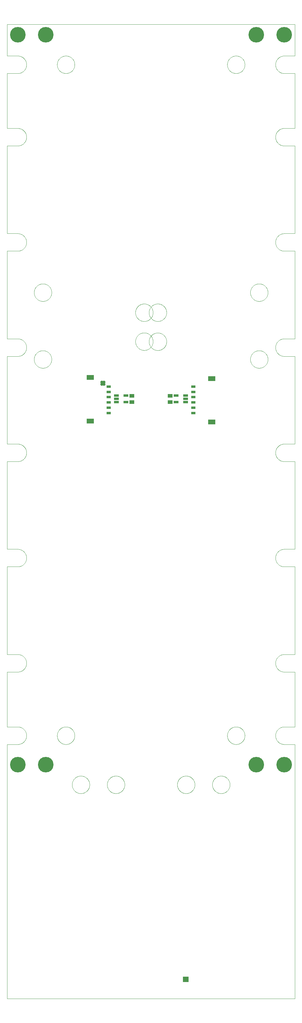
<source format=gbs>
G75*
%MOIN*%
%OFA0B0*%
%FSLAX25Y25*%
%IPPOS*%
%LPD*%
%AMOC8*
5,1,8,0,0,1.08239X$1,22.5*
%
%ADD10C,0.00004*%
%ADD11C,0.00394*%
%ADD12R,0.05524X0.03162*%
%ADD13R,0.04737X0.03162*%
%ADD14R,0.07887X0.05721*%
%ADD15R,0.05524X0.03950*%
%ADD16C,0.17493*%
%ADD17R,0.03778X0.03778*%
%ADD18C,0.03581*%
D10*
X0001063Y0001002D02*
X0323898Y0001002D01*
X0323898Y0286435D01*
X0312087Y0286435D01*
X0311847Y0286438D01*
X0311608Y0286447D01*
X0311369Y0286461D01*
X0311130Y0286482D01*
X0310891Y0286508D01*
X0310654Y0286540D01*
X0310417Y0286578D01*
X0310181Y0286621D01*
X0309947Y0286670D01*
X0309714Y0286725D01*
X0309482Y0286786D01*
X0309251Y0286852D01*
X0309023Y0286924D01*
X0308796Y0287002D01*
X0308571Y0287084D01*
X0308348Y0287173D01*
X0308127Y0287267D01*
X0307909Y0287366D01*
X0307693Y0287470D01*
X0307480Y0287580D01*
X0307270Y0287694D01*
X0307062Y0287814D01*
X0306857Y0287939D01*
X0306656Y0288069D01*
X0306458Y0288204D01*
X0306263Y0288343D01*
X0306071Y0288487D01*
X0305883Y0288636D01*
X0305699Y0288789D01*
X0305519Y0288947D01*
X0305342Y0289109D01*
X0305169Y0289276D01*
X0305001Y0289446D01*
X0304837Y0289621D01*
X0304677Y0289799D01*
X0304521Y0289982D01*
X0304370Y0290168D01*
X0304224Y0290358D01*
X0304082Y0290551D01*
X0303945Y0290747D01*
X0303812Y0290947D01*
X0303685Y0291150D01*
X0303563Y0291356D01*
X0303445Y0291566D01*
X0303333Y0291777D01*
X0303226Y0291992D01*
X0303124Y0292209D01*
X0303028Y0292428D01*
X0302937Y0292650D01*
X0302851Y0292874D01*
X0302771Y0293100D01*
X0302697Y0293328D01*
X0302628Y0293557D01*
X0302564Y0293788D01*
X0302506Y0294021D01*
X0302454Y0294255D01*
X0302408Y0294490D01*
X0302367Y0294726D01*
X0302332Y0294964D01*
X0302303Y0295201D01*
X0302280Y0295440D01*
X0302262Y0295679D01*
X0302251Y0295919D01*
X0302245Y0296158D01*
X0302245Y0296398D01*
X0302251Y0296637D01*
X0302262Y0296877D01*
X0302280Y0297116D01*
X0302303Y0297355D01*
X0302332Y0297592D01*
X0302367Y0297830D01*
X0302408Y0298066D01*
X0302454Y0298301D01*
X0302506Y0298535D01*
X0302564Y0298768D01*
X0302628Y0298999D01*
X0302697Y0299228D01*
X0302771Y0299456D01*
X0302851Y0299682D01*
X0302937Y0299906D01*
X0303028Y0300128D01*
X0303124Y0300347D01*
X0303226Y0300564D01*
X0303333Y0300779D01*
X0303445Y0300990D01*
X0303563Y0301200D01*
X0303685Y0301406D01*
X0303812Y0301609D01*
X0303945Y0301809D01*
X0304082Y0302005D01*
X0304224Y0302198D01*
X0304370Y0302388D01*
X0304521Y0302574D01*
X0304677Y0302757D01*
X0304837Y0302935D01*
X0305001Y0303110D01*
X0305169Y0303280D01*
X0305342Y0303447D01*
X0305519Y0303609D01*
X0305699Y0303767D01*
X0305883Y0303920D01*
X0306071Y0304069D01*
X0306263Y0304213D01*
X0306458Y0304352D01*
X0306656Y0304487D01*
X0306857Y0304617D01*
X0307062Y0304742D01*
X0307270Y0304862D01*
X0307480Y0304976D01*
X0307693Y0305086D01*
X0307909Y0305190D01*
X0308127Y0305289D01*
X0308348Y0305383D01*
X0308571Y0305472D01*
X0308796Y0305554D01*
X0309023Y0305632D01*
X0309251Y0305704D01*
X0309482Y0305770D01*
X0309714Y0305831D01*
X0309947Y0305886D01*
X0310181Y0305935D01*
X0310417Y0305978D01*
X0310654Y0306016D01*
X0310891Y0306048D01*
X0311130Y0306074D01*
X0311369Y0306095D01*
X0311608Y0306109D01*
X0311847Y0306118D01*
X0312087Y0306121D01*
X0312087Y0306120D02*
X0323898Y0306120D01*
X0323898Y0367734D01*
X0312087Y0367734D01*
X0311847Y0367737D01*
X0311608Y0367746D01*
X0311369Y0367760D01*
X0311130Y0367781D01*
X0310891Y0367807D01*
X0310654Y0367839D01*
X0310417Y0367877D01*
X0310181Y0367920D01*
X0309947Y0367969D01*
X0309714Y0368024D01*
X0309482Y0368085D01*
X0309251Y0368151D01*
X0309023Y0368223D01*
X0308796Y0368301D01*
X0308571Y0368383D01*
X0308348Y0368472D01*
X0308127Y0368566D01*
X0307909Y0368665D01*
X0307693Y0368769D01*
X0307480Y0368879D01*
X0307270Y0368993D01*
X0307062Y0369113D01*
X0306857Y0369238D01*
X0306656Y0369368D01*
X0306458Y0369503D01*
X0306263Y0369642D01*
X0306071Y0369786D01*
X0305883Y0369935D01*
X0305699Y0370088D01*
X0305519Y0370246D01*
X0305342Y0370408D01*
X0305169Y0370575D01*
X0305001Y0370745D01*
X0304837Y0370920D01*
X0304677Y0371098D01*
X0304521Y0371281D01*
X0304370Y0371467D01*
X0304224Y0371657D01*
X0304082Y0371850D01*
X0303945Y0372046D01*
X0303812Y0372246D01*
X0303685Y0372449D01*
X0303563Y0372655D01*
X0303445Y0372865D01*
X0303333Y0373076D01*
X0303226Y0373291D01*
X0303124Y0373508D01*
X0303028Y0373727D01*
X0302937Y0373949D01*
X0302851Y0374173D01*
X0302771Y0374399D01*
X0302697Y0374627D01*
X0302628Y0374856D01*
X0302564Y0375087D01*
X0302506Y0375320D01*
X0302454Y0375554D01*
X0302408Y0375789D01*
X0302367Y0376025D01*
X0302332Y0376263D01*
X0302303Y0376500D01*
X0302280Y0376739D01*
X0302262Y0376978D01*
X0302251Y0377218D01*
X0302245Y0377457D01*
X0302245Y0377697D01*
X0302251Y0377936D01*
X0302262Y0378176D01*
X0302280Y0378415D01*
X0302303Y0378654D01*
X0302332Y0378891D01*
X0302367Y0379129D01*
X0302408Y0379365D01*
X0302454Y0379600D01*
X0302506Y0379834D01*
X0302564Y0380067D01*
X0302628Y0380298D01*
X0302697Y0380527D01*
X0302771Y0380755D01*
X0302851Y0380981D01*
X0302937Y0381205D01*
X0303028Y0381427D01*
X0303124Y0381646D01*
X0303226Y0381863D01*
X0303333Y0382078D01*
X0303445Y0382289D01*
X0303563Y0382499D01*
X0303685Y0382705D01*
X0303812Y0382908D01*
X0303945Y0383108D01*
X0304082Y0383304D01*
X0304224Y0383497D01*
X0304370Y0383687D01*
X0304521Y0383873D01*
X0304677Y0384056D01*
X0304837Y0384234D01*
X0305001Y0384409D01*
X0305169Y0384579D01*
X0305342Y0384746D01*
X0305519Y0384908D01*
X0305699Y0385066D01*
X0305883Y0385219D01*
X0306071Y0385368D01*
X0306263Y0385512D01*
X0306458Y0385651D01*
X0306656Y0385786D01*
X0306857Y0385916D01*
X0307062Y0386041D01*
X0307270Y0386161D01*
X0307480Y0386275D01*
X0307693Y0386385D01*
X0307909Y0386489D01*
X0308127Y0386588D01*
X0308348Y0386682D01*
X0308571Y0386771D01*
X0308796Y0386853D01*
X0309023Y0386931D01*
X0309251Y0387003D01*
X0309482Y0387069D01*
X0309714Y0387130D01*
X0309947Y0387185D01*
X0310181Y0387234D01*
X0310417Y0387277D01*
X0310654Y0387315D01*
X0310891Y0387347D01*
X0311130Y0387373D01*
X0311369Y0387394D01*
X0311608Y0387408D01*
X0311847Y0387417D01*
X0312087Y0387420D01*
X0312087Y0387419D02*
X0323898Y0387419D01*
X0323898Y0485844D01*
X0312087Y0485844D01*
X0311847Y0485847D01*
X0311608Y0485856D01*
X0311369Y0485870D01*
X0311130Y0485891D01*
X0310891Y0485917D01*
X0310654Y0485949D01*
X0310417Y0485987D01*
X0310181Y0486030D01*
X0309947Y0486079D01*
X0309714Y0486134D01*
X0309482Y0486195D01*
X0309251Y0486261D01*
X0309023Y0486333D01*
X0308796Y0486411D01*
X0308571Y0486493D01*
X0308348Y0486582D01*
X0308127Y0486676D01*
X0307909Y0486775D01*
X0307693Y0486879D01*
X0307480Y0486989D01*
X0307270Y0487103D01*
X0307062Y0487223D01*
X0306857Y0487348D01*
X0306656Y0487478D01*
X0306458Y0487613D01*
X0306263Y0487752D01*
X0306071Y0487896D01*
X0305883Y0488045D01*
X0305699Y0488198D01*
X0305519Y0488356D01*
X0305342Y0488518D01*
X0305169Y0488685D01*
X0305001Y0488855D01*
X0304837Y0489030D01*
X0304677Y0489208D01*
X0304521Y0489391D01*
X0304370Y0489577D01*
X0304224Y0489767D01*
X0304082Y0489960D01*
X0303945Y0490156D01*
X0303812Y0490356D01*
X0303685Y0490559D01*
X0303563Y0490765D01*
X0303445Y0490975D01*
X0303333Y0491186D01*
X0303226Y0491401D01*
X0303124Y0491618D01*
X0303028Y0491837D01*
X0302937Y0492059D01*
X0302851Y0492283D01*
X0302771Y0492509D01*
X0302697Y0492737D01*
X0302628Y0492966D01*
X0302564Y0493197D01*
X0302506Y0493430D01*
X0302454Y0493664D01*
X0302408Y0493899D01*
X0302367Y0494135D01*
X0302332Y0494373D01*
X0302303Y0494610D01*
X0302280Y0494849D01*
X0302262Y0495088D01*
X0302251Y0495328D01*
X0302245Y0495567D01*
X0302245Y0495807D01*
X0302251Y0496046D01*
X0302262Y0496286D01*
X0302280Y0496525D01*
X0302303Y0496764D01*
X0302332Y0497001D01*
X0302367Y0497239D01*
X0302408Y0497475D01*
X0302454Y0497710D01*
X0302506Y0497944D01*
X0302564Y0498177D01*
X0302628Y0498408D01*
X0302697Y0498637D01*
X0302771Y0498865D01*
X0302851Y0499091D01*
X0302937Y0499315D01*
X0303028Y0499537D01*
X0303124Y0499756D01*
X0303226Y0499973D01*
X0303333Y0500188D01*
X0303445Y0500399D01*
X0303563Y0500609D01*
X0303685Y0500815D01*
X0303812Y0501018D01*
X0303945Y0501218D01*
X0304082Y0501414D01*
X0304224Y0501607D01*
X0304370Y0501797D01*
X0304521Y0501983D01*
X0304677Y0502166D01*
X0304837Y0502344D01*
X0305001Y0502519D01*
X0305169Y0502689D01*
X0305342Y0502856D01*
X0305519Y0503018D01*
X0305699Y0503176D01*
X0305883Y0503329D01*
X0306071Y0503478D01*
X0306263Y0503622D01*
X0306458Y0503761D01*
X0306656Y0503896D01*
X0306857Y0504026D01*
X0307062Y0504151D01*
X0307270Y0504271D01*
X0307480Y0504385D01*
X0307693Y0504495D01*
X0307909Y0504599D01*
X0308127Y0504698D01*
X0308348Y0504792D01*
X0308571Y0504881D01*
X0308796Y0504963D01*
X0309023Y0505041D01*
X0309251Y0505113D01*
X0309482Y0505179D01*
X0309714Y0505240D01*
X0309947Y0505295D01*
X0310181Y0505344D01*
X0310417Y0505387D01*
X0310654Y0505425D01*
X0310891Y0505457D01*
X0311130Y0505483D01*
X0311369Y0505504D01*
X0311608Y0505518D01*
X0311847Y0505527D01*
X0312087Y0505530D01*
X0323898Y0505530D01*
X0323898Y0603955D01*
X0312087Y0603955D01*
X0312087Y0603954D02*
X0311847Y0603957D01*
X0311608Y0603966D01*
X0311369Y0603980D01*
X0311130Y0604001D01*
X0310891Y0604027D01*
X0310654Y0604059D01*
X0310417Y0604097D01*
X0310181Y0604140D01*
X0309947Y0604189D01*
X0309714Y0604244D01*
X0309482Y0604305D01*
X0309251Y0604371D01*
X0309023Y0604443D01*
X0308796Y0604521D01*
X0308571Y0604603D01*
X0308348Y0604692D01*
X0308127Y0604786D01*
X0307909Y0604885D01*
X0307693Y0604989D01*
X0307480Y0605099D01*
X0307270Y0605213D01*
X0307062Y0605333D01*
X0306857Y0605458D01*
X0306656Y0605588D01*
X0306458Y0605723D01*
X0306263Y0605862D01*
X0306071Y0606006D01*
X0305883Y0606155D01*
X0305699Y0606308D01*
X0305519Y0606466D01*
X0305342Y0606628D01*
X0305169Y0606795D01*
X0305001Y0606965D01*
X0304837Y0607140D01*
X0304677Y0607318D01*
X0304521Y0607501D01*
X0304370Y0607687D01*
X0304224Y0607877D01*
X0304082Y0608070D01*
X0303945Y0608266D01*
X0303812Y0608466D01*
X0303685Y0608669D01*
X0303563Y0608876D01*
X0303445Y0609085D01*
X0303333Y0609296D01*
X0303226Y0609511D01*
X0303124Y0609728D01*
X0303028Y0609947D01*
X0302937Y0610169D01*
X0302851Y0610393D01*
X0302771Y0610619D01*
X0302697Y0610847D01*
X0302628Y0611076D01*
X0302564Y0611307D01*
X0302506Y0611540D01*
X0302454Y0611774D01*
X0302408Y0612009D01*
X0302367Y0612245D01*
X0302332Y0612483D01*
X0302303Y0612720D01*
X0302280Y0612959D01*
X0302262Y0613198D01*
X0302251Y0613438D01*
X0302245Y0613677D01*
X0302245Y0613917D01*
X0302251Y0614156D01*
X0302262Y0614396D01*
X0302280Y0614635D01*
X0302303Y0614874D01*
X0302332Y0615111D01*
X0302367Y0615349D01*
X0302408Y0615585D01*
X0302454Y0615820D01*
X0302506Y0616054D01*
X0302564Y0616287D01*
X0302628Y0616518D01*
X0302697Y0616747D01*
X0302771Y0616975D01*
X0302851Y0617201D01*
X0302937Y0617425D01*
X0303028Y0617647D01*
X0303124Y0617866D01*
X0303226Y0618083D01*
X0303333Y0618298D01*
X0303445Y0618509D01*
X0303563Y0618719D01*
X0303685Y0618925D01*
X0303812Y0619128D01*
X0303945Y0619328D01*
X0304082Y0619524D01*
X0304224Y0619717D01*
X0304370Y0619907D01*
X0304521Y0620093D01*
X0304677Y0620276D01*
X0304837Y0620454D01*
X0305001Y0620629D01*
X0305169Y0620799D01*
X0305342Y0620966D01*
X0305519Y0621128D01*
X0305699Y0621286D01*
X0305883Y0621439D01*
X0306071Y0621588D01*
X0306263Y0621732D01*
X0306458Y0621871D01*
X0306656Y0622006D01*
X0306857Y0622136D01*
X0307062Y0622261D01*
X0307270Y0622381D01*
X0307480Y0622495D01*
X0307693Y0622605D01*
X0307909Y0622709D01*
X0308127Y0622808D01*
X0308348Y0622902D01*
X0308571Y0622991D01*
X0308796Y0623073D01*
X0309023Y0623151D01*
X0309251Y0623223D01*
X0309482Y0623289D01*
X0309714Y0623350D01*
X0309947Y0623405D01*
X0310181Y0623454D01*
X0310417Y0623497D01*
X0310654Y0623535D01*
X0310891Y0623567D01*
X0311130Y0623593D01*
X0311369Y0623614D01*
X0311608Y0623628D01*
X0311847Y0623637D01*
X0312087Y0623640D01*
X0323898Y0623640D01*
X0323898Y0722065D01*
X0312087Y0722065D01*
X0312087Y0722064D02*
X0311847Y0722067D01*
X0311608Y0722076D01*
X0311369Y0722090D01*
X0311130Y0722111D01*
X0310891Y0722137D01*
X0310654Y0722169D01*
X0310417Y0722207D01*
X0310181Y0722250D01*
X0309947Y0722299D01*
X0309714Y0722354D01*
X0309482Y0722415D01*
X0309251Y0722481D01*
X0309023Y0722553D01*
X0308796Y0722631D01*
X0308571Y0722713D01*
X0308348Y0722802D01*
X0308127Y0722896D01*
X0307909Y0722995D01*
X0307693Y0723099D01*
X0307480Y0723209D01*
X0307270Y0723323D01*
X0307062Y0723443D01*
X0306857Y0723568D01*
X0306656Y0723698D01*
X0306458Y0723833D01*
X0306263Y0723972D01*
X0306071Y0724116D01*
X0305883Y0724265D01*
X0305699Y0724418D01*
X0305519Y0724576D01*
X0305342Y0724738D01*
X0305169Y0724905D01*
X0305001Y0725075D01*
X0304837Y0725250D01*
X0304677Y0725428D01*
X0304521Y0725611D01*
X0304370Y0725797D01*
X0304224Y0725987D01*
X0304082Y0726180D01*
X0303945Y0726376D01*
X0303812Y0726576D01*
X0303685Y0726779D01*
X0303563Y0726986D01*
X0303445Y0727195D01*
X0303333Y0727406D01*
X0303226Y0727621D01*
X0303124Y0727838D01*
X0303028Y0728057D01*
X0302937Y0728279D01*
X0302851Y0728503D01*
X0302771Y0728729D01*
X0302697Y0728957D01*
X0302628Y0729186D01*
X0302564Y0729417D01*
X0302506Y0729650D01*
X0302454Y0729884D01*
X0302408Y0730119D01*
X0302367Y0730355D01*
X0302332Y0730593D01*
X0302303Y0730830D01*
X0302280Y0731069D01*
X0302262Y0731308D01*
X0302251Y0731548D01*
X0302245Y0731787D01*
X0302245Y0732027D01*
X0302251Y0732266D01*
X0302262Y0732506D01*
X0302280Y0732745D01*
X0302303Y0732984D01*
X0302332Y0733221D01*
X0302367Y0733459D01*
X0302408Y0733695D01*
X0302454Y0733930D01*
X0302506Y0734164D01*
X0302564Y0734397D01*
X0302628Y0734628D01*
X0302697Y0734857D01*
X0302771Y0735085D01*
X0302851Y0735311D01*
X0302937Y0735535D01*
X0303028Y0735757D01*
X0303124Y0735976D01*
X0303226Y0736193D01*
X0303333Y0736408D01*
X0303445Y0736619D01*
X0303563Y0736829D01*
X0303685Y0737035D01*
X0303812Y0737238D01*
X0303945Y0737438D01*
X0304082Y0737634D01*
X0304224Y0737827D01*
X0304370Y0738017D01*
X0304521Y0738203D01*
X0304677Y0738386D01*
X0304837Y0738564D01*
X0305001Y0738739D01*
X0305169Y0738909D01*
X0305342Y0739076D01*
X0305519Y0739238D01*
X0305699Y0739396D01*
X0305883Y0739549D01*
X0306071Y0739698D01*
X0306263Y0739842D01*
X0306458Y0739981D01*
X0306656Y0740116D01*
X0306857Y0740246D01*
X0307062Y0740371D01*
X0307270Y0740491D01*
X0307480Y0740605D01*
X0307693Y0740715D01*
X0307909Y0740819D01*
X0308127Y0740918D01*
X0308348Y0741012D01*
X0308571Y0741101D01*
X0308796Y0741183D01*
X0309023Y0741261D01*
X0309251Y0741333D01*
X0309482Y0741399D01*
X0309714Y0741460D01*
X0309947Y0741515D01*
X0310181Y0741564D01*
X0310417Y0741607D01*
X0310654Y0741645D01*
X0310891Y0741677D01*
X0311130Y0741703D01*
X0311369Y0741724D01*
X0311608Y0741738D01*
X0311847Y0741747D01*
X0312087Y0741750D01*
X0323898Y0741750D01*
X0323898Y0840175D01*
X0312087Y0840175D01*
X0311847Y0840178D01*
X0311608Y0840187D01*
X0311369Y0840201D01*
X0311130Y0840222D01*
X0310891Y0840248D01*
X0310654Y0840280D01*
X0310417Y0840318D01*
X0310181Y0840361D01*
X0309947Y0840410D01*
X0309714Y0840465D01*
X0309482Y0840526D01*
X0309251Y0840592D01*
X0309023Y0840664D01*
X0308796Y0840742D01*
X0308571Y0840824D01*
X0308348Y0840913D01*
X0308127Y0841007D01*
X0307909Y0841106D01*
X0307693Y0841210D01*
X0307480Y0841320D01*
X0307270Y0841434D01*
X0307062Y0841554D01*
X0306857Y0841679D01*
X0306656Y0841809D01*
X0306458Y0841944D01*
X0306263Y0842083D01*
X0306071Y0842227D01*
X0305883Y0842376D01*
X0305699Y0842529D01*
X0305519Y0842687D01*
X0305342Y0842849D01*
X0305169Y0843016D01*
X0305001Y0843186D01*
X0304837Y0843361D01*
X0304677Y0843539D01*
X0304521Y0843722D01*
X0304370Y0843908D01*
X0304224Y0844098D01*
X0304082Y0844291D01*
X0303945Y0844487D01*
X0303812Y0844687D01*
X0303685Y0844890D01*
X0303563Y0845097D01*
X0303445Y0845306D01*
X0303333Y0845517D01*
X0303226Y0845732D01*
X0303124Y0845949D01*
X0303028Y0846168D01*
X0302937Y0846390D01*
X0302851Y0846614D01*
X0302771Y0846840D01*
X0302697Y0847068D01*
X0302628Y0847297D01*
X0302564Y0847528D01*
X0302506Y0847761D01*
X0302454Y0847995D01*
X0302408Y0848230D01*
X0302367Y0848466D01*
X0302332Y0848704D01*
X0302303Y0848941D01*
X0302280Y0849180D01*
X0302262Y0849419D01*
X0302251Y0849659D01*
X0302245Y0849898D01*
X0302245Y0850138D01*
X0302251Y0850377D01*
X0302262Y0850617D01*
X0302280Y0850856D01*
X0302303Y0851095D01*
X0302332Y0851332D01*
X0302367Y0851570D01*
X0302408Y0851806D01*
X0302454Y0852041D01*
X0302506Y0852275D01*
X0302564Y0852508D01*
X0302628Y0852739D01*
X0302697Y0852968D01*
X0302771Y0853196D01*
X0302851Y0853422D01*
X0302937Y0853646D01*
X0303028Y0853868D01*
X0303124Y0854087D01*
X0303226Y0854304D01*
X0303333Y0854519D01*
X0303445Y0854730D01*
X0303563Y0854940D01*
X0303685Y0855146D01*
X0303812Y0855349D01*
X0303945Y0855549D01*
X0304082Y0855745D01*
X0304224Y0855938D01*
X0304370Y0856128D01*
X0304521Y0856314D01*
X0304677Y0856497D01*
X0304837Y0856675D01*
X0305001Y0856850D01*
X0305169Y0857020D01*
X0305342Y0857187D01*
X0305519Y0857349D01*
X0305699Y0857507D01*
X0305883Y0857660D01*
X0306071Y0857809D01*
X0306263Y0857953D01*
X0306458Y0858092D01*
X0306656Y0858227D01*
X0306857Y0858357D01*
X0307062Y0858482D01*
X0307270Y0858602D01*
X0307480Y0858716D01*
X0307693Y0858826D01*
X0307909Y0858930D01*
X0308127Y0859029D01*
X0308348Y0859123D01*
X0308571Y0859212D01*
X0308796Y0859294D01*
X0309023Y0859372D01*
X0309251Y0859444D01*
X0309482Y0859510D01*
X0309714Y0859571D01*
X0309947Y0859626D01*
X0310181Y0859675D01*
X0310417Y0859718D01*
X0310654Y0859756D01*
X0310891Y0859788D01*
X0311130Y0859814D01*
X0311369Y0859835D01*
X0311608Y0859849D01*
X0311847Y0859858D01*
X0312087Y0859861D01*
X0312087Y0859860D02*
X0323898Y0859860D01*
X0323898Y0958285D01*
X0312087Y0958285D01*
X0311847Y0958288D01*
X0311608Y0958297D01*
X0311369Y0958311D01*
X0311130Y0958332D01*
X0310891Y0958358D01*
X0310654Y0958390D01*
X0310417Y0958428D01*
X0310181Y0958471D01*
X0309947Y0958520D01*
X0309714Y0958575D01*
X0309482Y0958636D01*
X0309251Y0958702D01*
X0309023Y0958774D01*
X0308796Y0958852D01*
X0308571Y0958934D01*
X0308348Y0959023D01*
X0308127Y0959117D01*
X0307909Y0959216D01*
X0307693Y0959320D01*
X0307480Y0959430D01*
X0307270Y0959544D01*
X0307062Y0959664D01*
X0306857Y0959789D01*
X0306656Y0959919D01*
X0306458Y0960054D01*
X0306263Y0960193D01*
X0306071Y0960337D01*
X0305883Y0960486D01*
X0305699Y0960639D01*
X0305519Y0960797D01*
X0305342Y0960959D01*
X0305169Y0961126D01*
X0305001Y0961296D01*
X0304837Y0961471D01*
X0304677Y0961649D01*
X0304521Y0961832D01*
X0304370Y0962018D01*
X0304224Y0962208D01*
X0304082Y0962401D01*
X0303945Y0962597D01*
X0303812Y0962797D01*
X0303685Y0963000D01*
X0303563Y0963207D01*
X0303445Y0963416D01*
X0303333Y0963627D01*
X0303226Y0963842D01*
X0303124Y0964059D01*
X0303028Y0964278D01*
X0302937Y0964500D01*
X0302851Y0964724D01*
X0302771Y0964950D01*
X0302697Y0965178D01*
X0302628Y0965407D01*
X0302564Y0965638D01*
X0302506Y0965871D01*
X0302454Y0966105D01*
X0302408Y0966340D01*
X0302367Y0966576D01*
X0302332Y0966814D01*
X0302303Y0967051D01*
X0302280Y0967290D01*
X0302262Y0967529D01*
X0302251Y0967769D01*
X0302245Y0968008D01*
X0302245Y0968248D01*
X0302251Y0968487D01*
X0302262Y0968727D01*
X0302280Y0968966D01*
X0302303Y0969205D01*
X0302332Y0969442D01*
X0302367Y0969680D01*
X0302408Y0969916D01*
X0302454Y0970151D01*
X0302506Y0970385D01*
X0302564Y0970618D01*
X0302628Y0970849D01*
X0302697Y0971078D01*
X0302771Y0971306D01*
X0302851Y0971532D01*
X0302937Y0971756D01*
X0303028Y0971978D01*
X0303124Y0972197D01*
X0303226Y0972414D01*
X0303333Y0972629D01*
X0303445Y0972840D01*
X0303563Y0973050D01*
X0303685Y0973256D01*
X0303812Y0973459D01*
X0303945Y0973659D01*
X0304082Y0973855D01*
X0304224Y0974048D01*
X0304370Y0974238D01*
X0304521Y0974424D01*
X0304677Y0974607D01*
X0304837Y0974785D01*
X0305001Y0974960D01*
X0305169Y0975130D01*
X0305342Y0975297D01*
X0305519Y0975459D01*
X0305699Y0975617D01*
X0305883Y0975770D01*
X0306071Y0975919D01*
X0306263Y0976063D01*
X0306458Y0976202D01*
X0306656Y0976337D01*
X0306857Y0976467D01*
X0307062Y0976592D01*
X0307270Y0976712D01*
X0307480Y0976826D01*
X0307693Y0976936D01*
X0307909Y0977040D01*
X0308127Y0977139D01*
X0308348Y0977233D01*
X0308571Y0977322D01*
X0308796Y0977404D01*
X0309023Y0977482D01*
X0309251Y0977554D01*
X0309482Y0977620D01*
X0309714Y0977681D01*
X0309947Y0977736D01*
X0310181Y0977785D01*
X0310417Y0977828D01*
X0310654Y0977866D01*
X0310891Y0977898D01*
X0311130Y0977924D01*
X0311369Y0977945D01*
X0311608Y0977959D01*
X0311847Y0977968D01*
X0312087Y0977971D01*
X0312087Y0977970D02*
X0323898Y0977970D01*
X0323898Y1039585D01*
X0312087Y1039585D01*
X0312087Y1039584D02*
X0311847Y1039587D01*
X0311608Y1039596D01*
X0311369Y1039610D01*
X0311130Y1039631D01*
X0310891Y1039657D01*
X0310654Y1039689D01*
X0310417Y1039727D01*
X0310181Y1039770D01*
X0309947Y1039819D01*
X0309714Y1039874D01*
X0309482Y1039935D01*
X0309251Y1040001D01*
X0309023Y1040073D01*
X0308796Y1040151D01*
X0308571Y1040233D01*
X0308348Y1040322D01*
X0308127Y1040416D01*
X0307909Y1040515D01*
X0307693Y1040619D01*
X0307480Y1040729D01*
X0307270Y1040843D01*
X0307062Y1040963D01*
X0306857Y1041088D01*
X0306656Y1041218D01*
X0306458Y1041353D01*
X0306263Y1041492D01*
X0306071Y1041636D01*
X0305883Y1041785D01*
X0305699Y1041938D01*
X0305519Y1042096D01*
X0305342Y1042258D01*
X0305169Y1042425D01*
X0305001Y1042595D01*
X0304837Y1042770D01*
X0304677Y1042948D01*
X0304521Y1043131D01*
X0304370Y1043317D01*
X0304224Y1043507D01*
X0304082Y1043700D01*
X0303945Y1043896D01*
X0303812Y1044096D01*
X0303685Y1044299D01*
X0303563Y1044506D01*
X0303445Y1044715D01*
X0303333Y1044926D01*
X0303226Y1045141D01*
X0303124Y1045358D01*
X0303028Y1045577D01*
X0302937Y1045799D01*
X0302851Y1046023D01*
X0302771Y1046249D01*
X0302697Y1046477D01*
X0302628Y1046706D01*
X0302564Y1046937D01*
X0302506Y1047170D01*
X0302454Y1047404D01*
X0302408Y1047639D01*
X0302367Y1047875D01*
X0302332Y1048113D01*
X0302303Y1048350D01*
X0302280Y1048589D01*
X0302262Y1048828D01*
X0302251Y1049068D01*
X0302245Y1049307D01*
X0302245Y1049547D01*
X0302251Y1049786D01*
X0302262Y1050026D01*
X0302280Y1050265D01*
X0302303Y1050504D01*
X0302332Y1050741D01*
X0302367Y1050979D01*
X0302408Y1051215D01*
X0302454Y1051450D01*
X0302506Y1051684D01*
X0302564Y1051917D01*
X0302628Y1052148D01*
X0302697Y1052377D01*
X0302771Y1052605D01*
X0302851Y1052831D01*
X0302937Y1053055D01*
X0303028Y1053277D01*
X0303124Y1053496D01*
X0303226Y1053713D01*
X0303333Y1053928D01*
X0303445Y1054139D01*
X0303563Y1054349D01*
X0303685Y1054555D01*
X0303812Y1054758D01*
X0303945Y1054958D01*
X0304082Y1055154D01*
X0304224Y1055347D01*
X0304370Y1055537D01*
X0304521Y1055723D01*
X0304677Y1055906D01*
X0304837Y1056084D01*
X0305001Y1056259D01*
X0305169Y1056429D01*
X0305342Y1056596D01*
X0305519Y1056758D01*
X0305699Y1056916D01*
X0305883Y1057069D01*
X0306071Y1057218D01*
X0306263Y1057362D01*
X0306458Y1057501D01*
X0306656Y1057636D01*
X0306857Y1057766D01*
X0307062Y1057891D01*
X0307270Y1058011D01*
X0307480Y1058125D01*
X0307693Y1058235D01*
X0307909Y1058339D01*
X0308127Y1058438D01*
X0308348Y1058532D01*
X0308571Y1058621D01*
X0308796Y1058703D01*
X0309023Y1058781D01*
X0309251Y1058853D01*
X0309482Y1058919D01*
X0309714Y1058980D01*
X0309947Y1059035D01*
X0310181Y1059084D01*
X0310417Y1059127D01*
X0310654Y1059165D01*
X0310891Y1059197D01*
X0311130Y1059223D01*
X0311369Y1059244D01*
X0311608Y1059258D01*
X0311847Y1059267D01*
X0312087Y1059270D01*
X0323898Y1059270D01*
X0323898Y1094703D01*
X0001063Y1094703D01*
X0001063Y1059270D01*
X0012874Y1059270D01*
X0013114Y1059267D01*
X0013353Y1059258D01*
X0013592Y1059244D01*
X0013831Y1059223D01*
X0014070Y1059197D01*
X0014307Y1059165D01*
X0014544Y1059127D01*
X0014780Y1059084D01*
X0015014Y1059035D01*
X0015247Y1058980D01*
X0015479Y1058919D01*
X0015710Y1058853D01*
X0015938Y1058781D01*
X0016165Y1058703D01*
X0016390Y1058621D01*
X0016613Y1058532D01*
X0016834Y1058438D01*
X0017052Y1058339D01*
X0017268Y1058235D01*
X0017481Y1058125D01*
X0017691Y1058011D01*
X0017899Y1057891D01*
X0018104Y1057766D01*
X0018305Y1057636D01*
X0018503Y1057501D01*
X0018698Y1057362D01*
X0018890Y1057218D01*
X0019078Y1057069D01*
X0019262Y1056916D01*
X0019442Y1056758D01*
X0019619Y1056596D01*
X0019792Y1056429D01*
X0019960Y1056259D01*
X0020124Y1056084D01*
X0020284Y1055906D01*
X0020440Y1055723D01*
X0020591Y1055537D01*
X0020737Y1055347D01*
X0020879Y1055154D01*
X0021016Y1054958D01*
X0021149Y1054758D01*
X0021276Y1054555D01*
X0021398Y1054349D01*
X0021516Y1054139D01*
X0021628Y1053928D01*
X0021735Y1053713D01*
X0021837Y1053496D01*
X0021933Y1053277D01*
X0022024Y1053055D01*
X0022110Y1052831D01*
X0022190Y1052605D01*
X0022264Y1052377D01*
X0022333Y1052148D01*
X0022397Y1051917D01*
X0022455Y1051684D01*
X0022507Y1051450D01*
X0022553Y1051215D01*
X0022594Y1050979D01*
X0022629Y1050741D01*
X0022658Y1050504D01*
X0022681Y1050265D01*
X0022699Y1050026D01*
X0022710Y1049786D01*
X0022716Y1049547D01*
X0022716Y1049307D01*
X0022710Y1049068D01*
X0022699Y1048828D01*
X0022681Y1048589D01*
X0022658Y1048350D01*
X0022629Y1048113D01*
X0022594Y1047875D01*
X0022553Y1047639D01*
X0022507Y1047404D01*
X0022455Y1047170D01*
X0022397Y1046937D01*
X0022333Y1046706D01*
X0022264Y1046477D01*
X0022190Y1046249D01*
X0022110Y1046023D01*
X0022024Y1045799D01*
X0021933Y1045577D01*
X0021837Y1045358D01*
X0021735Y1045141D01*
X0021628Y1044926D01*
X0021516Y1044715D01*
X0021398Y1044506D01*
X0021276Y1044299D01*
X0021149Y1044096D01*
X0021016Y1043896D01*
X0020879Y1043700D01*
X0020737Y1043507D01*
X0020591Y1043317D01*
X0020440Y1043131D01*
X0020284Y1042948D01*
X0020124Y1042770D01*
X0019960Y1042595D01*
X0019792Y1042425D01*
X0019619Y1042258D01*
X0019442Y1042096D01*
X0019262Y1041938D01*
X0019078Y1041785D01*
X0018890Y1041636D01*
X0018698Y1041492D01*
X0018503Y1041353D01*
X0018305Y1041218D01*
X0018104Y1041088D01*
X0017899Y1040963D01*
X0017691Y1040843D01*
X0017481Y1040729D01*
X0017268Y1040619D01*
X0017052Y1040515D01*
X0016834Y1040416D01*
X0016613Y1040322D01*
X0016390Y1040233D01*
X0016165Y1040151D01*
X0015938Y1040073D01*
X0015710Y1040001D01*
X0015479Y1039935D01*
X0015247Y1039874D01*
X0015014Y1039819D01*
X0014780Y1039770D01*
X0014544Y1039727D01*
X0014307Y1039689D01*
X0014070Y1039657D01*
X0013831Y1039631D01*
X0013592Y1039610D01*
X0013353Y1039596D01*
X0013114Y1039587D01*
X0012874Y1039584D01*
X0012874Y1039585D02*
X0001063Y1039585D01*
X0001063Y0977970D01*
X0012874Y0977970D01*
X0012874Y0977971D02*
X0013114Y0977968D01*
X0013353Y0977959D01*
X0013592Y0977945D01*
X0013831Y0977924D01*
X0014070Y0977898D01*
X0014307Y0977866D01*
X0014544Y0977828D01*
X0014780Y0977785D01*
X0015014Y0977736D01*
X0015247Y0977681D01*
X0015479Y0977620D01*
X0015710Y0977554D01*
X0015938Y0977482D01*
X0016165Y0977404D01*
X0016390Y0977322D01*
X0016613Y0977233D01*
X0016834Y0977139D01*
X0017052Y0977040D01*
X0017268Y0976936D01*
X0017481Y0976826D01*
X0017691Y0976712D01*
X0017899Y0976592D01*
X0018104Y0976467D01*
X0018305Y0976337D01*
X0018503Y0976202D01*
X0018698Y0976063D01*
X0018890Y0975919D01*
X0019078Y0975770D01*
X0019262Y0975617D01*
X0019442Y0975459D01*
X0019619Y0975297D01*
X0019792Y0975130D01*
X0019960Y0974960D01*
X0020124Y0974785D01*
X0020284Y0974607D01*
X0020440Y0974424D01*
X0020591Y0974238D01*
X0020737Y0974048D01*
X0020879Y0973855D01*
X0021016Y0973659D01*
X0021149Y0973459D01*
X0021276Y0973256D01*
X0021398Y0973050D01*
X0021516Y0972840D01*
X0021628Y0972629D01*
X0021735Y0972414D01*
X0021837Y0972197D01*
X0021933Y0971978D01*
X0022024Y0971756D01*
X0022110Y0971532D01*
X0022190Y0971306D01*
X0022264Y0971078D01*
X0022333Y0970849D01*
X0022397Y0970618D01*
X0022455Y0970385D01*
X0022507Y0970151D01*
X0022553Y0969916D01*
X0022594Y0969680D01*
X0022629Y0969442D01*
X0022658Y0969205D01*
X0022681Y0968966D01*
X0022699Y0968727D01*
X0022710Y0968487D01*
X0022716Y0968248D01*
X0022716Y0968008D01*
X0022710Y0967769D01*
X0022699Y0967529D01*
X0022681Y0967290D01*
X0022658Y0967051D01*
X0022629Y0966814D01*
X0022594Y0966576D01*
X0022553Y0966340D01*
X0022507Y0966105D01*
X0022455Y0965871D01*
X0022397Y0965638D01*
X0022333Y0965407D01*
X0022264Y0965178D01*
X0022190Y0964950D01*
X0022110Y0964724D01*
X0022024Y0964500D01*
X0021933Y0964278D01*
X0021837Y0964059D01*
X0021735Y0963842D01*
X0021628Y0963627D01*
X0021516Y0963416D01*
X0021398Y0963207D01*
X0021276Y0963000D01*
X0021149Y0962797D01*
X0021016Y0962597D01*
X0020879Y0962401D01*
X0020737Y0962208D01*
X0020591Y0962018D01*
X0020440Y0961832D01*
X0020284Y0961649D01*
X0020124Y0961471D01*
X0019960Y0961296D01*
X0019792Y0961126D01*
X0019619Y0960959D01*
X0019442Y0960797D01*
X0019262Y0960639D01*
X0019078Y0960486D01*
X0018890Y0960337D01*
X0018698Y0960193D01*
X0018503Y0960054D01*
X0018305Y0959919D01*
X0018104Y0959789D01*
X0017899Y0959664D01*
X0017691Y0959544D01*
X0017481Y0959430D01*
X0017268Y0959320D01*
X0017052Y0959216D01*
X0016834Y0959117D01*
X0016613Y0959023D01*
X0016390Y0958934D01*
X0016165Y0958852D01*
X0015938Y0958774D01*
X0015710Y0958702D01*
X0015479Y0958636D01*
X0015247Y0958575D01*
X0015014Y0958520D01*
X0014780Y0958471D01*
X0014544Y0958428D01*
X0014307Y0958390D01*
X0014070Y0958358D01*
X0013831Y0958332D01*
X0013592Y0958311D01*
X0013353Y0958297D01*
X0013114Y0958288D01*
X0012874Y0958285D01*
X0001063Y0958285D01*
X0001063Y0859860D01*
X0012874Y0859860D01*
X0012874Y0859861D02*
X0013114Y0859858D01*
X0013353Y0859849D01*
X0013592Y0859835D01*
X0013831Y0859814D01*
X0014070Y0859788D01*
X0014307Y0859756D01*
X0014544Y0859718D01*
X0014780Y0859675D01*
X0015014Y0859626D01*
X0015247Y0859571D01*
X0015479Y0859510D01*
X0015710Y0859444D01*
X0015938Y0859372D01*
X0016165Y0859294D01*
X0016390Y0859212D01*
X0016613Y0859123D01*
X0016834Y0859029D01*
X0017052Y0858930D01*
X0017268Y0858826D01*
X0017481Y0858716D01*
X0017691Y0858602D01*
X0017899Y0858482D01*
X0018104Y0858357D01*
X0018305Y0858227D01*
X0018503Y0858092D01*
X0018698Y0857953D01*
X0018890Y0857809D01*
X0019078Y0857660D01*
X0019262Y0857507D01*
X0019442Y0857349D01*
X0019619Y0857187D01*
X0019792Y0857020D01*
X0019960Y0856850D01*
X0020124Y0856675D01*
X0020284Y0856497D01*
X0020440Y0856314D01*
X0020591Y0856128D01*
X0020737Y0855938D01*
X0020879Y0855745D01*
X0021016Y0855549D01*
X0021149Y0855349D01*
X0021276Y0855146D01*
X0021398Y0854940D01*
X0021516Y0854730D01*
X0021628Y0854519D01*
X0021735Y0854304D01*
X0021837Y0854087D01*
X0021933Y0853868D01*
X0022024Y0853646D01*
X0022110Y0853422D01*
X0022190Y0853196D01*
X0022264Y0852968D01*
X0022333Y0852739D01*
X0022397Y0852508D01*
X0022455Y0852275D01*
X0022507Y0852041D01*
X0022553Y0851806D01*
X0022594Y0851570D01*
X0022629Y0851332D01*
X0022658Y0851095D01*
X0022681Y0850856D01*
X0022699Y0850617D01*
X0022710Y0850377D01*
X0022716Y0850138D01*
X0022716Y0849898D01*
X0022710Y0849659D01*
X0022699Y0849419D01*
X0022681Y0849180D01*
X0022658Y0848941D01*
X0022629Y0848704D01*
X0022594Y0848466D01*
X0022553Y0848230D01*
X0022507Y0847995D01*
X0022455Y0847761D01*
X0022397Y0847528D01*
X0022333Y0847297D01*
X0022264Y0847068D01*
X0022190Y0846840D01*
X0022110Y0846614D01*
X0022024Y0846390D01*
X0021933Y0846168D01*
X0021837Y0845949D01*
X0021735Y0845732D01*
X0021628Y0845517D01*
X0021516Y0845306D01*
X0021398Y0845097D01*
X0021276Y0844890D01*
X0021149Y0844687D01*
X0021016Y0844487D01*
X0020879Y0844291D01*
X0020737Y0844098D01*
X0020591Y0843908D01*
X0020440Y0843722D01*
X0020284Y0843539D01*
X0020124Y0843361D01*
X0019960Y0843186D01*
X0019792Y0843016D01*
X0019619Y0842849D01*
X0019442Y0842687D01*
X0019262Y0842529D01*
X0019078Y0842376D01*
X0018890Y0842227D01*
X0018698Y0842083D01*
X0018503Y0841944D01*
X0018305Y0841809D01*
X0018104Y0841679D01*
X0017899Y0841554D01*
X0017691Y0841434D01*
X0017481Y0841320D01*
X0017268Y0841210D01*
X0017052Y0841106D01*
X0016834Y0841007D01*
X0016613Y0840913D01*
X0016390Y0840824D01*
X0016165Y0840742D01*
X0015938Y0840664D01*
X0015710Y0840592D01*
X0015479Y0840526D01*
X0015247Y0840465D01*
X0015014Y0840410D01*
X0014780Y0840361D01*
X0014544Y0840318D01*
X0014307Y0840280D01*
X0014070Y0840248D01*
X0013831Y0840222D01*
X0013592Y0840201D01*
X0013353Y0840187D01*
X0013114Y0840178D01*
X0012874Y0840175D01*
X0001063Y0840175D01*
X0001063Y0741750D01*
X0012874Y0741750D01*
X0013114Y0741747D01*
X0013353Y0741738D01*
X0013592Y0741724D01*
X0013831Y0741703D01*
X0014070Y0741677D01*
X0014307Y0741645D01*
X0014544Y0741607D01*
X0014780Y0741564D01*
X0015014Y0741515D01*
X0015247Y0741460D01*
X0015479Y0741399D01*
X0015710Y0741333D01*
X0015938Y0741261D01*
X0016165Y0741183D01*
X0016390Y0741101D01*
X0016613Y0741012D01*
X0016834Y0740918D01*
X0017052Y0740819D01*
X0017268Y0740715D01*
X0017481Y0740605D01*
X0017691Y0740491D01*
X0017899Y0740371D01*
X0018104Y0740246D01*
X0018305Y0740116D01*
X0018503Y0739981D01*
X0018698Y0739842D01*
X0018890Y0739698D01*
X0019078Y0739549D01*
X0019262Y0739396D01*
X0019442Y0739238D01*
X0019619Y0739076D01*
X0019792Y0738909D01*
X0019960Y0738739D01*
X0020124Y0738564D01*
X0020284Y0738386D01*
X0020440Y0738203D01*
X0020591Y0738017D01*
X0020737Y0737827D01*
X0020879Y0737634D01*
X0021016Y0737438D01*
X0021149Y0737238D01*
X0021276Y0737035D01*
X0021398Y0736829D01*
X0021516Y0736619D01*
X0021628Y0736408D01*
X0021735Y0736193D01*
X0021837Y0735976D01*
X0021933Y0735757D01*
X0022024Y0735535D01*
X0022110Y0735311D01*
X0022190Y0735085D01*
X0022264Y0734857D01*
X0022333Y0734628D01*
X0022397Y0734397D01*
X0022455Y0734164D01*
X0022507Y0733930D01*
X0022553Y0733695D01*
X0022594Y0733459D01*
X0022629Y0733221D01*
X0022658Y0732984D01*
X0022681Y0732745D01*
X0022699Y0732506D01*
X0022710Y0732266D01*
X0022716Y0732027D01*
X0022716Y0731787D01*
X0022710Y0731548D01*
X0022699Y0731308D01*
X0022681Y0731069D01*
X0022658Y0730830D01*
X0022629Y0730593D01*
X0022594Y0730355D01*
X0022553Y0730119D01*
X0022507Y0729884D01*
X0022455Y0729650D01*
X0022397Y0729417D01*
X0022333Y0729186D01*
X0022264Y0728957D01*
X0022190Y0728729D01*
X0022110Y0728503D01*
X0022024Y0728279D01*
X0021933Y0728057D01*
X0021837Y0727838D01*
X0021735Y0727621D01*
X0021628Y0727406D01*
X0021516Y0727195D01*
X0021398Y0726986D01*
X0021276Y0726779D01*
X0021149Y0726576D01*
X0021016Y0726376D01*
X0020879Y0726180D01*
X0020737Y0725987D01*
X0020591Y0725797D01*
X0020440Y0725611D01*
X0020284Y0725428D01*
X0020124Y0725250D01*
X0019960Y0725075D01*
X0019792Y0724905D01*
X0019619Y0724738D01*
X0019442Y0724576D01*
X0019262Y0724418D01*
X0019078Y0724265D01*
X0018890Y0724116D01*
X0018698Y0723972D01*
X0018503Y0723833D01*
X0018305Y0723698D01*
X0018104Y0723568D01*
X0017899Y0723443D01*
X0017691Y0723323D01*
X0017481Y0723209D01*
X0017268Y0723099D01*
X0017052Y0722995D01*
X0016834Y0722896D01*
X0016613Y0722802D01*
X0016390Y0722713D01*
X0016165Y0722631D01*
X0015938Y0722553D01*
X0015710Y0722481D01*
X0015479Y0722415D01*
X0015247Y0722354D01*
X0015014Y0722299D01*
X0014780Y0722250D01*
X0014544Y0722207D01*
X0014307Y0722169D01*
X0014070Y0722137D01*
X0013831Y0722111D01*
X0013592Y0722090D01*
X0013353Y0722076D01*
X0013114Y0722067D01*
X0012874Y0722064D01*
X0012874Y0722065D02*
X0001063Y0722065D01*
X0001063Y0623640D01*
X0012874Y0623640D01*
X0013114Y0623637D01*
X0013353Y0623628D01*
X0013592Y0623614D01*
X0013831Y0623593D01*
X0014070Y0623567D01*
X0014307Y0623535D01*
X0014544Y0623497D01*
X0014780Y0623454D01*
X0015014Y0623405D01*
X0015247Y0623350D01*
X0015479Y0623289D01*
X0015710Y0623223D01*
X0015938Y0623151D01*
X0016165Y0623073D01*
X0016390Y0622991D01*
X0016613Y0622902D01*
X0016834Y0622808D01*
X0017052Y0622709D01*
X0017268Y0622605D01*
X0017481Y0622495D01*
X0017691Y0622381D01*
X0017899Y0622261D01*
X0018104Y0622136D01*
X0018305Y0622006D01*
X0018503Y0621871D01*
X0018698Y0621732D01*
X0018890Y0621588D01*
X0019078Y0621439D01*
X0019262Y0621286D01*
X0019442Y0621128D01*
X0019619Y0620966D01*
X0019792Y0620799D01*
X0019960Y0620629D01*
X0020124Y0620454D01*
X0020284Y0620276D01*
X0020440Y0620093D01*
X0020591Y0619907D01*
X0020737Y0619717D01*
X0020879Y0619524D01*
X0021016Y0619328D01*
X0021149Y0619128D01*
X0021276Y0618925D01*
X0021398Y0618719D01*
X0021516Y0618509D01*
X0021628Y0618298D01*
X0021735Y0618083D01*
X0021837Y0617866D01*
X0021933Y0617647D01*
X0022024Y0617425D01*
X0022110Y0617201D01*
X0022190Y0616975D01*
X0022264Y0616747D01*
X0022333Y0616518D01*
X0022397Y0616287D01*
X0022455Y0616054D01*
X0022507Y0615820D01*
X0022553Y0615585D01*
X0022594Y0615349D01*
X0022629Y0615111D01*
X0022658Y0614874D01*
X0022681Y0614635D01*
X0022699Y0614396D01*
X0022710Y0614156D01*
X0022716Y0613917D01*
X0022716Y0613677D01*
X0022710Y0613438D01*
X0022699Y0613198D01*
X0022681Y0612959D01*
X0022658Y0612720D01*
X0022629Y0612483D01*
X0022594Y0612245D01*
X0022553Y0612009D01*
X0022507Y0611774D01*
X0022455Y0611540D01*
X0022397Y0611307D01*
X0022333Y0611076D01*
X0022264Y0610847D01*
X0022190Y0610619D01*
X0022110Y0610393D01*
X0022024Y0610169D01*
X0021933Y0609947D01*
X0021837Y0609728D01*
X0021735Y0609511D01*
X0021628Y0609296D01*
X0021516Y0609085D01*
X0021398Y0608876D01*
X0021276Y0608669D01*
X0021149Y0608466D01*
X0021016Y0608266D01*
X0020879Y0608070D01*
X0020737Y0607877D01*
X0020591Y0607687D01*
X0020440Y0607501D01*
X0020284Y0607318D01*
X0020124Y0607140D01*
X0019960Y0606965D01*
X0019792Y0606795D01*
X0019619Y0606628D01*
X0019442Y0606466D01*
X0019262Y0606308D01*
X0019078Y0606155D01*
X0018890Y0606006D01*
X0018698Y0605862D01*
X0018503Y0605723D01*
X0018305Y0605588D01*
X0018104Y0605458D01*
X0017899Y0605333D01*
X0017691Y0605213D01*
X0017481Y0605099D01*
X0017268Y0604989D01*
X0017052Y0604885D01*
X0016834Y0604786D01*
X0016613Y0604692D01*
X0016390Y0604603D01*
X0016165Y0604521D01*
X0015938Y0604443D01*
X0015710Y0604371D01*
X0015479Y0604305D01*
X0015247Y0604244D01*
X0015014Y0604189D01*
X0014780Y0604140D01*
X0014544Y0604097D01*
X0014307Y0604059D01*
X0014070Y0604027D01*
X0013831Y0604001D01*
X0013592Y0603980D01*
X0013353Y0603966D01*
X0013114Y0603957D01*
X0012874Y0603954D01*
X0012874Y0603955D02*
X0001063Y0603955D01*
X0001063Y0505530D01*
X0012874Y0505530D01*
X0013114Y0505527D01*
X0013353Y0505518D01*
X0013592Y0505504D01*
X0013831Y0505483D01*
X0014070Y0505457D01*
X0014307Y0505425D01*
X0014544Y0505387D01*
X0014780Y0505344D01*
X0015014Y0505295D01*
X0015247Y0505240D01*
X0015479Y0505179D01*
X0015710Y0505113D01*
X0015938Y0505041D01*
X0016165Y0504963D01*
X0016390Y0504881D01*
X0016613Y0504792D01*
X0016834Y0504698D01*
X0017052Y0504599D01*
X0017268Y0504495D01*
X0017481Y0504385D01*
X0017691Y0504271D01*
X0017899Y0504151D01*
X0018104Y0504026D01*
X0018305Y0503896D01*
X0018503Y0503761D01*
X0018698Y0503622D01*
X0018890Y0503478D01*
X0019078Y0503329D01*
X0019262Y0503176D01*
X0019442Y0503018D01*
X0019619Y0502856D01*
X0019792Y0502689D01*
X0019960Y0502519D01*
X0020124Y0502344D01*
X0020284Y0502166D01*
X0020440Y0501983D01*
X0020591Y0501797D01*
X0020737Y0501607D01*
X0020879Y0501414D01*
X0021016Y0501218D01*
X0021149Y0501018D01*
X0021276Y0500815D01*
X0021398Y0500609D01*
X0021516Y0500399D01*
X0021628Y0500188D01*
X0021735Y0499973D01*
X0021837Y0499756D01*
X0021933Y0499537D01*
X0022024Y0499315D01*
X0022110Y0499091D01*
X0022190Y0498865D01*
X0022264Y0498637D01*
X0022333Y0498408D01*
X0022397Y0498177D01*
X0022455Y0497944D01*
X0022507Y0497710D01*
X0022553Y0497475D01*
X0022594Y0497239D01*
X0022629Y0497001D01*
X0022658Y0496764D01*
X0022681Y0496525D01*
X0022699Y0496286D01*
X0022710Y0496046D01*
X0022716Y0495807D01*
X0022716Y0495567D01*
X0022710Y0495328D01*
X0022699Y0495088D01*
X0022681Y0494849D01*
X0022658Y0494610D01*
X0022629Y0494373D01*
X0022594Y0494135D01*
X0022553Y0493899D01*
X0022507Y0493664D01*
X0022455Y0493430D01*
X0022397Y0493197D01*
X0022333Y0492966D01*
X0022264Y0492737D01*
X0022190Y0492509D01*
X0022110Y0492283D01*
X0022024Y0492059D01*
X0021933Y0491837D01*
X0021837Y0491618D01*
X0021735Y0491401D01*
X0021628Y0491186D01*
X0021516Y0490975D01*
X0021398Y0490766D01*
X0021276Y0490559D01*
X0021149Y0490356D01*
X0021016Y0490156D01*
X0020879Y0489960D01*
X0020737Y0489767D01*
X0020591Y0489577D01*
X0020440Y0489391D01*
X0020284Y0489208D01*
X0020124Y0489030D01*
X0019960Y0488855D01*
X0019792Y0488685D01*
X0019619Y0488518D01*
X0019442Y0488356D01*
X0019262Y0488198D01*
X0019078Y0488045D01*
X0018890Y0487896D01*
X0018698Y0487752D01*
X0018503Y0487613D01*
X0018305Y0487478D01*
X0018104Y0487348D01*
X0017899Y0487223D01*
X0017691Y0487103D01*
X0017481Y0486989D01*
X0017268Y0486879D01*
X0017052Y0486775D01*
X0016834Y0486676D01*
X0016613Y0486582D01*
X0016390Y0486493D01*
X0016165Y0486411D01*
X0015938Y0486333D01*
X0015710Y0486261D01*
X0015479Y0486195D01*
X0015247Y0486134D01*
X0015014Y0486079D01*
X0014780Y0486030D01*
X0014544Y0485987D01*
X0014307Y0485949D01*
X0014070Y0485917D01*
X0013831Y0485891D01*
X0013592Y0485870D01*
X0013353Y0485856D01*
X0013114Y0485847D01*
X0012874Y0485844D01*
X0001063Y0485844D01*
X0001063Y0387419D01*
X0012874Y0387419D01*
X0012874Y0387420D02*
X0013114Y0387417D01*
X0013353Y0387408D01*
X0013592Y0387394D01*
X0013831Y0387373D01*
X0014070Y0387347D01*
X0014307Y0387315D01*
X0014544Y0387277D01*
X0014780Y0387234D01*
X0015014Y0387185D01*
X0015247Y0387130D01*
X0015479Y0387069D01*
X0015710Y0387003D01*
X0015938Y0386931D01*
X0016165Y0386853D01*
X0016390Y0386771D01*
X0016613Y0386682D01*
X0016834Y0386588D01*
X0017052Y0386489D01*
X0017268Y0386385D01*
X0017481Y0386275D01*
X0017691Y0386161D01*
X0017899Y0386041D01*
X0018104Y0385916D01*
X0018305Y0385786D01*
X0018503Y0385651D01*
X0018698Y0385512D01*
X0018890Y0385368D01*
X0019078Y0385219D01*
X0019262Y0385066D01*
X0019442Y0384908D01*
X0019619Y0384746D01*
X0019792Y0384579D01*
X0019960Y0384409D01*
X0020124Y0384234D01*
X0020284Y0384056D01*
X0020440Y0383873D01*
X0020591Y0383687D01*
X0020737Y0383497D01*
X0020879Y0383304D01*
X0021016Y0383108D01*
X0021149Y0382908D01*
X0021276Y0382705D01*
X0021398Y0382499D01*
X0021516Y0382289D01*
X0021628Y0382078D01*
X0021735Y0381863D01*
X0021837Y0381646D01*
X0021933Y0381427D01*
X0022024Y0381205D01*
X0022110Y0380981D01*
X0022190Y0380755D01*
X0022264Y0380527D01*
X0022333Y0380298D01*
X0022397Y0380067D01*
X0022455Y0379834D01*
X0022507Y0379600D01*
X0022553Y0379365D01*
X0022594Y0379129D01*
X0022629Y0378891D01*
X0022658Y0378654D01*
X0022681Y0378415D01*
X0022699Y0378176D01*
X0022710Y0377936D01*
X0022716Y0377697D01*
X0022716Y0377457D01*
X0022710Y0377218D01*
X0022699Y0376978D01*
X0022681Y0376739D01*
X0022658Y0376500D01*
X0022629Y0376263D01*
X0022594Y0376025D01*
X0022553Y0375789D01*
X0022507Y0375554D01*
X0022455Y0375320D01*
X0022397Y0375087D01*
X0022333Y0374856D01*
X0022264Y0374627D01*
X0022190Y0374399D01*
X0022110Y0374173D01*
X0022024Y0373949D01*
X0021933Y0373727D01*
X0021837Y0373508D01*
X0021735Y0373291D01*
X0021628Y0373076D01*
X0021516Y0372865D01*
X0021398Y0372656D01*
X0021276Y0372449D01*
X0021149Y0372246D01*
X0021016Y0372046D01*
X0020879Y0371850D01*
X0020737Y0371657D01*
X0020591Y0371467D01*
X0020440Y0371281D01*
X0020284Y0371098D01*
X0020124Y0370920D01*
X0019960Y0370745D01*
X0019792Y0370575D01*
X0019619Y0370408D01*
X0019442Y0370246D01*
X0019262Y0370088D01*
X0019078Y0369935D01*
X0018890Y0369786D01*
X0018698Y0369642D01*
X0018503Y0369503D01*
X0018305Y0369368D01*
X0018104Y0369238D01*
X0017899Y0369113D01*
X0017691Y0368993D01*
X0017481Y0368879D01*
X0017268Y0368769D01*
X0017052Y0368665D01*
X0016834Y0368566D01*
X0016613Y0368472D01*
X0016390Y0368383D01*
X0016165Y0368301D01*
X0015938Y0368223D01*
X0015710Y0368151D01*
X0015479Y0368085D01*
X0015247Y0368024D01*
X0015014Y0367969D01*
X0014780Y0367920D01*
X0014544Y0367877D01*
X0014307Y0367839D01*
X0014070Y0367807D01*
X0013831Y0367781D01*
X0013592Y0367760D01*
X0013353Y0367746D01*
X0013114Y0367737D01*
X0012874Y0367734D01*
X0001063Y0367734D01*
X0001063Y0306120D01*
X0012874Y0306120D01*
X0012874Y0306121D02*
X0013114Y0306118D01*
X0013353Y0306109D01*
X0013592Y0306095D01*
X0013831Y0306074D01*
X0014070Y0306048D01*
X0014307Y0306016D01*
X0014544Y0305978D01*
X0014780Y0305935D01*
X0015014Y0305886D01*
X0015247Y0305831D01*
X0015479Y0305770D01*
X0015710Y0305704D01*
X0015938Y0305632D01*
X0016165Y0305554D01*
X0016390Y0305472D01*
X0016613Y0305383D01*
X0016834Y0305289D01*
X0017052Y0305190D01*
X0017268Y0305086D01*
X0017481Y0304976D01*
X0017691Y0304862D01*
X0017899Y0304742D01*
X0018104Y0304617D01*
X0018305Y0304487D01*
X0018503Y0304352D01*
X0018698Y0304213D01*
X0018890Y0304069D01*
X0019078Y0303920D01*
X0019262Y0303767D01*
X0019442Y0303609D01*
X0019619Y0303447D01*
X0019792Y0303280D01*
X0019960Y0303110D01*
X0020124Y0302935D01*
X0020284Y0302757D01*
X0020440Y0302574D01*
X0020591Y0302388D01*
X0020737Y0302198D01*
X0020879Y0302005D01*
X0021016Y0301809D01*
X0021149Y0301609D01*
X0021276Y0301406D01*
X0021398Y0301200D01*
X0021516Y0300990D01*
X0021628Y0300779D01*
X0021735Y0300564D01*
X0021837Y0300347D01*
X0021933Y0300128D01*
X0022024Y0299906D01*
X0022110Y0299682D01*
X0022190Y0299456D01*
X0022264Y0299228D01*
X0022333Y0298999D01*
X0022397Y0298768D01*
X0022455Y0298535D01*
X0022507Y0298301D01*
X0022553Y0298066D01*
X0022594Y0297830D01*
X0022629Y0297592D01*
X0022658Y0297355D01*
X0022681Y0297116D01*
X0022699Y0296877D01*
X0022710Y0296637D01*
X0022716Y0296398D01*
X0022716Y0296158D01*
X0022710Y0295919D01*
X0022699Y0295679D01*
X0022681Y0295440D01*
X0022658Y0295201D01*
X0022629Y0294964D01*
X0022594Y0294726D01*
X0022553Y0294490D01*
X0022507Y0294255D01*
X0022455Y0294021D01*
X0022397Y0293788D01*
X0022333Y0293557D01*
X0022264Y0293328D01*
X0022190Y0293100D01*
X0022110Y0292874D01*
X0022024Y0292650D01*
X0021933Y0292428D01*
X0021837Y0292209D01*
X0021735Y0291992D01*
X0021628Y0291777D01*
X0021516Y0291566D01*
X0021398Y0291357D01*
X0021276Y0291150D01*
X0021149Y0290947D01*
X0021016Y0290747D01*
X0020879Y0290551D01*
X0020737Y0290358D01*
X0020591Y0290168D01*
X0020440Y0289982D01*
X0020284Y0289799D01*
X0020124Y0289621D01*
X0019960Y0289446D01*
X0019792Y0289276D01*
X0019619Y0289109D01*
X0019442Y0288947D01*
X0019262Y0288789D01*
X0019078Y0288636D01*
X0018890Y0288487D01*
X0018698Y0288343D01*
X0018503Y0288204D01*
X0018305Y0288069D01*
X0018104Y0287939D01*
X0017899Y0287814D01*
X0017691Y0287694D01*
X0017481Y0287580D01*
X0017268Y0287470D01*
X0017052Y0287366D01*
X0016834Y0287267D01*
X0016613Y0287173D01*
X0016390Y0287084D01*
X0016165Y0287002D01*
X0015938Y0286924D01*
X0015710Y0286852D01*
X0015479Y0286786D01*
X0015247Y0286725D01*
X0015014Y0286670D01*
X0014780Y0286621D01*
X0014544Y0286578D01*
X0014307Y0286540D01*
X0014070Y0286508D01*
X0013831Y0286482D01*
X0013592Y0286461D01*
X0013353Y0286447D01*
X0013114Y0286438D01*
X0012874Y0286435D01*
X0001063Y0286435D01*
X0001063Y0001002D01*
X0008187Y0263600D02*
X0008189Y0263736D01*
X0008195Y0263873D01*
X0008205Y0264008D01*
X0008219Y0264144D01*
X0008236Y0264279D01*
X0008258Y0264414D01*
X0008284Y0264548D01*
X0008313Y0264681D01*
X0008347Y0264813D01*
X0008384Y0264944D01*
X0008425Y0265074D01*
X0008470Y0265203D01*
X0008518Y0265330D01*
X0008570Y0265456D01*
X0008626Y0265581D01*
X0008686Y0265704D01*
X0008748Y0265824D01*
X0008815Y0265943D01*
X0008885Y0266061D01*
X0008958Y0266176D01*
X0009035Y0266288D01*
X0009114Y0266399D01*
X0009197Y0266507D01*
X0009284Y0266613D01*
X0009373Y0266716D01*
X0009465Y0266816D01*
X0009560Y0266914D01*
X0009658Y0267009D01*
X0009758Y0267101D01*
X0009861Y0267190D01*
X0009967Y0267277D01*
X0010075Y0267360D01*
X0010186Y0267439D01*
X0010298Y0267516D01*
X0010413Y0267589D01*
X0010530Y0267659D01*
X0010650Y0267726D01*
X0010770Y0267788D01*
X0010893Y0267848D01*
X0011018Y0267904D01*
X0011144Y0267956D01*
X0011271Y0268004D01*
X0011400Y0268049D01*
X0011530Y0268090D01*
X0011661Y0268127D01*
X0011793Y0268161D01*
X0011926Y0268190D01*
X0012060Y0268216D01*
X0012195Y0268238D01*
X0012330Y0268255D01*
X0012466Y0268269D01*
X0012601Y0268279D01*
X0012738Y0268285D01*
X0012874Y0268287D01*
X0013010Y0268285D01*
X0013147Y0268279D01*
X0013282Y0268269D01*
X0013418Y0268255D01*
X0013553Y0268238D01*
X0013688Y0268216D01*
X0013822Y0268190D01*
X0013955Y0268161D01*
X0014087Y0268127D01*
X0014218Y0268090D01*
X0014348Y0268049D01*
X0014477Y0268004D01*
X0014604Y0267956D01*
X0014730Y0267904D01*
X0014855Y0267848D01*
X0014978Y0267788D01*
X0015098Y0267726D01*
X0015217Y0267659D01*
X0015335Y0267589D01*
X0015450Y0267516D01*
X0015562Y0267439D01*
X0015673Y0267360D01*
X0015781Y0267277D01*
X0015887Y0267190D01*
X0015990Y0267101D01*
X0016090Y0267009D01*
X0016188Y0266914D01*
X0016283Y0266816D01*
X0016375Y0266716D01*
X0016464Y0266613D01*
X0016551Y0266507D01*
X0016634Y0266399D01*
X0016713Y0266288D01*
X0016790Y0266176D01*
X0016863Y0266061D01*
X0016933Y0265943D01*
X0017000Y0265824D01*
X0017062Y0265704D01*
X0017122Y0265581D01*
X0017178Y0265456D01*
X0017230Y0265330D01*
X0017278Y0265203D01*
X0017323Y0265074D01*
X0017364Y0264944D01*
X0017401Y0264813D01*
X0017435Y0264681D01*
X0017464Y0264548D01*
X0017490Y0264414D01*
X0017512Y0264279D01*
X0017529Y0264144D01*
X0017543Y0264008D01*
X0017553Y0263873D01*
X0017559Y0263736D01*
X0017561Y0263600D01*
X0017559Y0263464D01*
X0017553Y0263327D01*
X0017543Y0263192D01*
X0017529Y0263056D01*
X0017512Y0262921D01*
X0017490Y0262786D01*
X0017464Y0262652D01*
X0017435Y0262519D01*
X0017401Y0262387D01*
X0017364Y0262256D01*
X0017323Y0262126D01*
X0017278Y0261997D01*
X0017230Y0261870D01*
X0017178Y0261744D01*
X0017122Y0261619D01*
X0017062Y0261496D01*
X0017000Y0261376D01*
X0016933Y0261256D01*
X0016863Y0261139D01*
X0016790Y0261024D01*
X0016713Y0260912D01*
X0016634Y0260801D01*
X0016551Y0260693D01*
X0016464Y0260587D01*
X0016375Y0260484D01*
X0016283Y0260384D01*
X0016188Y0260286D01*
X0016090Y0260191D01*
X0015990Y0260099D01*
X0015887Y0260010D01*
X0015781Y0259923D01*
X0015673Y0259840D01*
X0015562Y0259761D01*
X0015450Y0259684D01*
X0015335Y0259611D01*
X0015218Y0259541D01*
X0015098Y0259474D01*
X0014978Y0259412D01*
X0014855Y0259352D01*
X0014730Y0259296D01*
X0014604Y0259244D01*
X0014477Y0259196D01*
X0014348Y0259151D01*
X0014218Y0259110D01*
X0014087Y0259073D01*
X0013955Y0259039D01*
X0013822Y0259010D01*
X0013688Y0258984D01*
X0013553Y0258962D01*
X0013418Y0258945D01*
X0013282Y0258931D01*
X0013147Y0258921D01*
X0013010Y0258915D01*
X0012874Y0258913D01*
X0012738Y0258915D01*
X0012601Y0258921D01*
X0012466Y0258931D01*
X0012330Y0258945D01*
X0012195Y0258962D01*
X0012060Y0258984D01*
X0011926Y0259010D01*
X0011793Y0259039D01*
X0011661Y0259073D01*
X0011530Y0259110D01*
X0011400Y0259151D01*
X0011271Y0259196D01*
X0011144Y0259244D01*
X0011018Y0259296D01*
X0010893Y0259352D01*
X0010770Y0259412D01*
X0010650Y0259474D01*
X0010530Y0259541D01*
X0010413Y0259611D01*
X0010298Y0259684D01*
X0010186Y0259761D01*
X0010075Y0259840D01*
X0009967Y0259923D01*
X0009861Y0260010D01*
X0009758Y0260099D01*
X0009658Y0260191D01*
X0009560Y0260286D01*
X0009465Y0260384D01*
X0009373Y0260484D01*
X0009284Y0260587D01*
X0009197Y0260693D01*
X0009114Y0260801D01*
X0009035Y0260912D01*
X0008958Y0261024D01*
X0008885Y0261139D01*
X0008815Y0261256D01*
X0008748Y0261376D01*
X0008686Y0261496D01*
X0008626Y0261619D01*
X0008570Y0261744D01*
X0008518Y0261870D01*
X0008470Y0261997D01*
X0008425Y0262126D01*
X0008384Y0262256D01*
X0008347Y0262387D01*
X0008313Y0262519D01*
X0008284Y0262652D01*
X0008258Y0262786D01*
X0008236Y0262921D01*
X0008219Y0263056D01*
X0008205Y0263192D01*
X0008195Y0263327D01*
X0008189Y0263464D01*
X0008187Y0263600D01*
X0039683Y0263600D02*
X0039685Y0263736D01*
X0039691Y0263873D01*
X0039701Y0264008D01*
X0039715Y0264144D01*
X0039732Y0264279D01*
X0039754Y0264414D01*
X0039780Y0264548D01*
X0039809Y0264681D01*
X0039843Y0264813D01*
X0039880Y0264944D01*
X0039921Y0265074D01*
X0039966Y0265203D01*
X0040014Y0265330D01*
X0040066Y0265456D01*
X0040122Y0265581D01*
X0040182Y0265704D01*
X0040244Y0265824D01*
X0040311Y0265943D01*
X0040381Y0266061D01*
X0040454Y0266176D01*
X0040531Y0266288D01*
X0040610Y0266399D01*
X0040693Y0266507D01*
X0040780Y0266613D01*
X0040869Y0266716D01*
X0040961Y0266816D01*
X0041056Y0266914D01*
X0041154Y0267009D01*
X0041254Y0267101D01*
X0041357Y0267190D01*
X0041463Y0267277D01*
X0041571Y0267360D01*
X0041682Y0267439D01*
X0041794Y0267516D01*
X0041909Y0267589D01*
X0042026Y0267659D01*
X0042146Y0267726D01*
X0042266Y0267788D01*
X0042389Y0267848D01*
X0042514Y0267904D01*
X0042640Y0267956D01*
X0042767Y0268004D01*
X0042896Y0268049D01*
X0043026Y0268090D01*
X0043157Y0268127D01*
X0043289Y0268161D01*
X0043422Y0268190D01*
X0043556Y0268216D01*
X0043691Y0268238D01*
X0043826Y0268255D01*
X0043962Y0268269D01*
X0044097Y0268279D01*
X0044234Y0268285D01*
X0044370Y0268287D01*
X0044506Y0268285D01*
X0044643Y0268279D01*
X0044778Y0268269D01*
X0044914Y0268255D01*
X0045049Y0268238D01*
X0045184Y0268216D01*
X0045318Y0268190D01*
X0045451Y0268161D01*
X0045583Y0268127D01*
X0045714Y0268090D01*
X0045844Y0268049D01*
X0045973Y0268004D01*
X0046100Y0267956D01*
X0046226Y0267904D01*
X0046351Y0267848D01*
X0046474Y0267788D01*
X0046594Y0267726D01*
X0046713Y0267659D01*
X0046831Y0267589D01*
X0046946Y0267516D01*
X0047058Y0267439D01*
X0047169Y0267360D01*
X0047277Y0267277D01*
X0047383Y0267190D01*
X0047486Y0267101D01*
X0047586Y0267009D01*
X0047684Y0266914D01*
X0047779Y0266816D01*
X0047871Y0266716D01*
X0047960Y0266613D01*
X0048047Y0266507D01*
X0048130Y0266399D01*
X0048209Y0266288D01*
X0048286Y0266176D01*
X0048359Y0266061D01*
X0048429Y0265943D01*
X0048496Y0265824D01*
X0048558Y0265704D01*
X0048618Y0265581D01*
X0048674Y0265456D01*
X0048726Y0265330D01*
X0048774Y0265203D01*
X0048819Y0265074D01*
X0048860Y0264944D01*
X0048897Y0264813D01*
X0048931Y0264681D01*
X0048960Y0264548D01*
X0048986Y0264414D01*
X0049008Y0264279D01*
X0049025Y0264144D01*
X0049039Y0264008D01*
X0049049Y0263873D01*
X0049055Y0263736D01*
X0049057Y0263600D01*
X0049055Y0263464D01*
X0049049Y0263327D01*
X0049039Y0263192D01*
X0049025Y0263056D01*
X0049008Y0262921D01*
X0048986Y0262786D01*
X0048960Y0262652D01*
X0048931Y0262519D01*
X0048897Y0262387D01*
X0048860Y0262256D01*
X0048819Y0262126D01*
X0048774Y0261997D01*
X0048726Y0261870D01*
X0048674Y0261744D01*
X0048618Y0261619D01*
X0048558Y0261496D01*
X0048496Y0261376D01*
X0048429Y0261256D01*
X0048359Y0261139D01*
X0048286Y0261024D01*
X0048209Y0260912D01*
X0048130Y0260801D01*
X0048047Y0260693D01*
X0047960Y0260587D01*
X0047871Y0260484D01*
X0047779Y0260384D01*
X0047684Y0260286D01*
X0047586Y0260191D01*
X0047486Y0260099D01*
X0047383Y0260010D01*
X0047277Y0259923D01*
X0047169Y0259840D01*
X0047058Y0259761D01*
X0046946Y0259684D01*
X0046831Y0259611D01*
X0046714Y0259541D01*
X0046594Y0259474D01*
X0046474Y0259412D01*
X0046351Y0259352D01*
X0046226Y0259296D01*
X0046100Y0259244D01*
X0045973Y0259196D01*
X0045844Y0259151D01*
X0045714Y0259110D01*
X0045583Y0259073D01*
X0045451Y0259039D01*
X0045318Y0259010D01*
X0045184Y0258984D01*
X0045049Y0258962D01*
X0044914Y0258945D01*
X0044778Y0258931D01*
X0044643Y0258921D01*
X0044506Y0258915D01*
X0044370Y0258913D01*
X0044234Y0258915D01*
X0044097Y0258921D01*
X0043962Y0258931D01*
X0043826Y0258945D01*
X0043691Y0258962D01*
X0043556Y0258984D01*
X0043422Y0259010D01*
X0043289Y0259039D01*
X0043157Y0259073D01*
X0043026Y0259110D01*
X0042896Y0259151D01*
X0042767Y0259196D01*
X0042640Y0259244D01*
X0042514Y0259296D01*
X0042389Y0259352D01*
X0042266Y0259412D01*
X0042146Y0259474D01*
X0042026Y0259541D01*
X0041909Y0259611D01*
X0041794Y0259684D01*
X0041682Y0259761D01*
X0041571Y0259840D01*
X0041463Y0259923D01*
X0041357Y0260010D01*
X0041254Y0260099D01*
X0041154Y0260191D01*
X0041056Y0260286D01*
X0040961Y0260384D01*
X0040869Y0260484D01*
X0040780Y0260587D01*
X0040693Y0260693D01*
X0040610Y0260801D01*
X0040531Y0260912D01*
X0040454Y0261024D01*
X0040381Y0261139D01*
X0040311Y0261256D01*
X0040244Y0261376D01*
X0040182Y0261496D01*
X0040122Y0261619D01*
X0040066Y0261744D01*
X0040014Y0261870D01*
X0039966Y0261997D01*
X0039921Y0262126D01*
X0039880Y0262256D01*
X0039843Y0262387D01*
X0039809Y0262519D01*
X0039780Y0262652D01*
X0039754Y0262786D01*
X0039732Y0262921D01*
X0039715Y0263056D01*
X0039701Y0263192D01*
X0039691Y0263327D01*
X0039685Y0263464D01*
X0039683Y0263600D01*
X0057136Y0296278D02*
X0057139Y0296520D01*
X0057148Y0296761D01*
X0057163Y0297002D01*
X0057183Y0297243D01*
X0057210Y0297483D01*
X0057243Y0297722D01*
X0057281Y0297961D01*
X0057325Y0298198D01*
X0057375Y0298435D01*
X0057431Y0298670D01*
X0057493Y0298903D01*
X0057560Y0299135D01*
X0057633Y0299366D01*
X0057711Y0299594D01*
X0057796Y0299820D01*
X0057885Y0300045D01*
X0057980Y0300267D01*
X0058081Y0300486D01*
X0058187Y0300704D01*
X0058298Y0300918D01*
X0058415Y0301130D01*
X0058536Y0301338D01*
X0058663Y0301544D01*
X0058795Y0301746D01*
X0058932Y0301946D01*
X0059073Y0302141D01*
X0059219Y0302334D01*
X0059370Y0302522D01*
X0059526Y0302707D01*
X0059686Y0302888D01*
X0059850Y0303065D01*
X0060019Y0303238D01*
X0060192Y0303407D01*
X0060369Y0303571D01*
X0060550Y0303731D01*
X0060735Y0303887D01*
X0060923Y0304038D01*
X0061116Y0304184D01*
X0061311Y0304325D01*
X0061511Y0304462D01*
X0061713Y0304594D01*
X0061919Y0304721D01*
X0062127Y0304842D01*
X0062339Y0304959D01*
X0062553Y0305070D01*
X0062771Y0305176D01*
X0062990Y0305277D01*
X0063212Y0305372D01*
X0063437Y0305461D01*
X0063663Y0305546D01*
X0063891Y0305624D01*
X0064122Y0305697D01*
X0064354Y0305764D01*
X0064587Y0305826D01*
X0064822Y0305882D01*
X0065059Y0305932D01*
X0065296Y0305976D01*
X0065535Y0306014D01*
X0065774Y0306047D01*
X0066014Y0306074D01*
X0066255Y0306094D01*
X0066496Y0306109D01*
X0066737Y0306118D01*
X0066979Y0306121D01*
X0067221Y0306118D01*
X0067462Y0306109D01*
X0067703Y0306094D01*
X0067944Y0306074D01*
X0068184Y0306047D01*
X0068423Y0306014D01*
X0068662Y0305976D01*
X0068899Y0305932D01*
X0069136Y0305882D01*
X0069371Y0305826D01*
X0069604Y0305764D01*
X0069836Y0305697D01*
X0070067Y0305624D01*
X0070295Y0305546D01*
X0070521Y0305461D01*
X0070746Y0305372D01*
X0070968Y0305277D01*
X0071187Y0305176D01*
X0071405Y0305070D01*
X0071619Y0304959D01*
X0071831Y0304842D01*
X0072039Y0304721D01*
X0072245Y0304594D01*
X0072447Y0304462D01*
X0072647Y0304325D01*
X0072842Y0304184D01*
X0073035Y0304038D01*
X0073223Y0303887D01*
X0073408Y0303731D01*
X0073589Y0303571D01*
X0073766Y0303407D01*
X0073939Y0303238D01*
X0074108Y0303065D01*
X0074272Y0302888D01*
X0074432Y0302707D01*
X0074588Y0302522D01*
X0074739Y0302334D01*
X0074885Y0302141D01*
X0075026Y0301946D01*
X0075163Y0301746D01*
X0075295Y0301544D01*
X0075422Y0301338D01*
X0075543Y0301130D01*
X0075660Y0300918D01*
X0075771Y0300704D01*
X0075877Y0300486D01*
X0075978Y0300267D01*
X0076073Y0300045D01*
X0076162Y0299820D01*
X0076247Y0299594D01*
X0076325Y0299366D01*
X0076398Y0299135D01*
X0076465Y0298903D01*
X0076527Y0298670D01*
X0076583Y0298435D01*
X0076633Y0298198D01*
X0076677Y0297961D01*
X0076715Y0297722D01*
X0076748Y0297483D01*
X0076775Y0297243D01*
X0076795Y0297002D01*
X0076810Y0296761D01*
X0076819Y0296520D01*
X0076822Y0296278D01*
X0076819Y0296036D01*
X0076810Y0295795D01*
X0076795Y0295554D01*
X0076775Y0295313D01*
X0076748Y0295073D01*
X0076715Y0294834D01*
X0076677Y0294595D01*
X0076633Y0294358D01*
X0076583Y0294121D01*
X0076527Y0293886D01*
X0076465Y0293653D01*
X0076398Y0293421D01*
X0076325Y0293190D01*
X0076247Y0292962D01*
X0076162Y0292736D01*
X0076073Y0292511D01*
X0075978Y0292289D01*
X0075877Y0292070D01*
X0075771Y0291852D01*
X0075660Y0291638D01*
X0075543Y0291426D01*
X0075422Y0291218D01*
X0075295Y0291012D01*
X0075163Y0290810D01*
X0075026Y0290610D01*
X0074885Y0290415D01*
X0074739Y0290222D01*
X0074588Y0290034D01*
X0074432Y0289849D01*
X0074272Y0289668D01*
X0074108Y0289491D01*
X0073939Y0289318D01*
X0073766Y0289149D01*
X0073589Y0288985D01*
X0073408Y0288825D01*
X0073223Y0288669D01*
X0073035Y0288518D01*
X0072842Y0288372D01*
X0072647Y0288231D01*
X0072447Y0288094D01*
X0072245Y0287962D01*
X0072039Y0287835D01*
X0071831Y0287714D01*
X0071619Y0287597D01*
X0071405Y0287486D01*
X0071187Y0287380D01*
X0070968Y0287279D01*
X0070746Y0287184D01*
X0070521Y0287095D01*
X0070295Y0287010D01*
X0070067Y0286932D01*
X0069836Y0286859D01*
X0069604Y0286792D01*
X0069371Y0286730D01*
X0069136Y0286674D01*
X0068899Y0286624D01*
X0068662Y0286580D01*
X0068423Y0286542D01*
X0068184Y0286509D01*
X0067944Y0286482D01*
X0067703Y0286462D01*
X0067462Y0286447D01*
X0067221Y0286438D01*
X0066979Y0286435D01*
X0066737Y0286438D01*
X0066496Y0286447D01*
X0066255Y0286462D01*
X0066014Y0286482D01*
X0065774Y0286509D01*
X0065535Y0286542D01*
X0065296Y0286580D01*
X0065059Y0286624D01*
X0064822Y0286674D01*
X0064587Y0286730D01*
X0064354Y0286792D01*
X0064122Y0286859D01*
X0063891Y0286932D01*
X0063663Y0287010D01*
X0063437Y0287095D01*
X0063212Y0287184D01*
X0062990Y0287279D01*
X0062771Y0287380D01*
X0062553Y0287486D01*
X0062339Y0287597D01*
X0062127Y0287714D01*
X0061919Y0287835D01*
X0061713Y0287962D01*
X0061511Y0288094D01*
X0061311Y0288231D01*
X0061116Y0288372D01*
X0060923Y0288518D01*
X0060735Y0288669D01*
X0060550Y0288825D01*
X0060369Y0288985D01*
X0060192Y0289149D01*
X0060019Y0289318D01*
X0059850Y0289491D01*
X0059686Y0289668D01*
X0059526Y0289849D01*
X0059370Y0290034D01*
X0059219Y0290222D01*
X0059073Y0290415D01*
X0058932Y0290610D01*
X0058795Y0290810D01*
X0058663Y0291012D01*
X0058536Y0291218D01*
X0058415Y0291426D01*
X0058298Y0291638D01*
X0058187Y0291852D01*
X0058081Y0292070D01*
X0057980Y0292289D01*
X0057885Y0292511D01*
X0057796Y0292736D01*
X0057711Y0292962D01*
X0057633Y0293190D01*
X0057560Y0293421D01*
X0057493Y0293653D01*
X0057431Y0293886D01*
X0057375Y0294121D01*
X0057325Y0294358D01*
X0057281Y0294595D01*
X0057243Y0294834D01*
X0057210Y0295073D01*
X0057183Y0295313D01*
X0057163Y0295554D01*
X0057148Y0295795D01*
X0057139Y0296036D01*
X0057136Y0296278D01*
X0073897Y0241159D02*
X0073900Y0241401D01*
X0073909Y0241642D01*
X0073924Y0241883D01*
X0073944Y0242124D01*
X0073971Y0242364D01*
X0074004Y0242603D01*
X0074042Y0242842D01*
X0074086Y0243079D01*
X0074136Y0243316D01*
X0074192Y0243551D01*
X0074254Y0243784D01*
X0074321Y0244016D01*
X0074394Y0244247D01*
X0074472Y0244475D01*
X0074557Y0244701D01*
X0074646Y0244926D01*
X0074741Y0245148D01*
X0074842Y0245367D01*
X0074948Y0245585D01*
X0075059Y0245799D01*
X0075176Y0246011D01*
X0075297Y0246219D01*
X0075424Y0246425D01*
X0075556Y0246627D01*
X0075693Y0246827D01*
X0075834Y0247022D01*
X0075980Y0247215D01*
X0076131Y0247403D01*
X0076287Y0247588D01*
X0076447Y0247769D01*
X0076611Y0247946D01*
X0076780Y0248119D01*
X0076953Y0248288D01*
X0077130Y0248452D01*
X0077311Y0248612D01*
X0077496Y0248768D01*
X0077684Y0248919D01*
X0077877Y0249065D01*
X0078072Y0249206D01*
X0078272Y0249343D01*
X0078474Y0249475D01*
X0078680Y0249602D01*
X0078888Y0249723D01*
X0079100Y0249840D01*
X0079314Y0249951D01*
X0079532Y0250057D01*
X0079751Y0250158D01*
X0079973Y0250253D01*
X0080198Y0250342D01*
X0080424Y0250427D01*
X0080652Y0250505D01*
X0080883Y0250578D01*
X0081115Y0250645D01*
X0081348Y0250707D01*
X0081583Y0250763D01*
X0081820Y0250813D01*
X0082057Y0250857D01*
X0082296Y0250895D01*
X0082535Y0250928D01*
X0082775Y0250955D01*
X0083016Y0250975D01*
X0083257Y0250990D01*
X0083498Y0250999D01*
X0083740Y0251002D01*
X0083982Y0250999D01*
X0084223Y0250990D01*
X0084464Y0250975D01*
X0084705Y0250955D01*
X0084945Y0250928D01*
X0085184Y0250895D01*
X0085423Y0250857D01*
X0085660Y0250813D01*
X0085897Y0250763D01*
X0086132Y0250707D01*
X0086365Y0250645D01*
X0086597Y0250578D01*
X0086828Y0250505D01*
X0087056Y0250427D01*
X0087282Y0250342D01*
X0087507Y0250253D01*
X0087729Y0250158D01*
X0087948Y0250057D01*
X0088166Y0249951D01*
X0088380Y0249840D01*
X0088592Y0249723D01*
X0088800Y0249602D01*
X0089006Y0249475D01*
X0089208Y0249343D01*
X0089408Y0249206D01*
X0089603Y0249065D01*
X0089796Y0248919D01*
X0089984Y0248768D01*
X0090169Y0248612D01*
X0090350Y0248452D01*
X0090527Y0248288D01*
X0090700Y0248119D01*
X0090869Y0247946D01*
X0091033Y0247769D01*
X0091193Y0247588D01*
X0091349Y0247403D01*
X0091500Y0247215D01*
X0091646Y0247022D01*
X0091787Y0246827D01*
X0091924Y0246627D01*
X0092056Y0246425D01*
X0092183Y0246219D01*
X0092304Y0246011D01*
X0092421Y0245799D01*
X0092532Y0245585D01*
X0092638Y0245367D01*
X0092739Y0245148D01*
X0092834Y0244926D01*
X0092923Y0244701D01*
X0093008Y0244475D01*
X0093086Y0244247D01*
X0093159Y0244016D01*
X0093226Y0243784D01*
X0093288Y0243551D01*
X0093344Y0243316D01*
X0093394Y0243079D01*
X0093438Y0242842D01*
X0093476Y0242603D01*
X0093509Y0242364D01*
X0093536Y0242124D01*
X0093556Y0241883D01*
X0093571Y0241642D01*
X0093580Y0241401D01*
X0093583Y0241159D01*
X0093580Y0240917D01*
X0093571Y0240676D01*
X0093556Y0240435D01*
X0093536Y0240194D01*
X0093509Y0239954D01*
X0093476Y0239715D01*
X0093438Y0239476D01*
X0093394Y0239239D01*
X0093344Y0239002D01*
X0093288Y0238767D01*
X0093226Y0238534D01*
X0093159Y0238302D01*
X0093086Y0238071D01*
X0093008Y0237843D01*
X0092923Y0237617D01*
X0092834Y0237392D01*
X0092739Y0237170D01*
X0092638Y0236951D01*
X0092532Y0236733D01*
X0092421Y0236519D01*
X0092304Y0236307D01*
X0092183Y0236099D01*
X0092056Y0235893D01*
X0091924Y0235691D01*
X0091787Y0235491D01*
X0091646Y0235296D01*
X0091500Y0235103D01*
X0091349Y0234915D01*
X0091193Y0234730D01*
X0091033Y0234549D01*
X0090869Y0234372D01*
X0090700Y0234199D01*
X0090527Y0234030D01*
X0090350Y0233866D01*
X0090169Y0233706D01*
X0089984Y0233550D01*
X0089796Y0233399D01*
X0089603Y0233253D01*
X0089408Y0233112D01*
X0089208Y0232975D01*
X0089006Y0232843D01*
X0088800Y0232716D01*
X0088592Y0232595D01*
X0088380Y0232478D01*
X0088166Y0232367D01*
X0087948Y0232261D01*
X0087729Y0232160D01*
X0087507Y0232065D01*
X0087282Y0231976D01*
X0087056Y0231891D01*
X0086828Y0231813D01*
X0086597Y0231740D01*
X0086365Y0231673D01*
X0086132Y0231611D01*
X0085897Y0231555D01*
X0085660Y0231505D01*
X0085423Y0231461D01*
X0085184Y0231423D01*
X0084945Y0231390D01*
X0084705Y0231363D01*
X0084464Y0231343D01*
X0084223Y0231328D01*
X0083982Y0231319D01*
X0083740Y0231316D01*
X0083498Y0231319D01*
X0083257Y0231328D01*
X0083016Y0231343D01*
X0082775Y0231363D01*
X0082535Y0231390D01*
X0082296Y0231423D01*
X0082057Y0231461D01*
X0081820Y0231505D01*
X0081583Y0231555D01*
X0081348Y0231611D01*
X0081115Y0231673D01*
X0080883Y0231740D01*
X0080652Y0231813D01*
X0080424Y0231891D01*
X0080198Y0231976D01*
X0079973Y0232065D01*
X0079751Y0232160D01*
X0079532Y0232261D01*
X0079314Y0232367D01*
X0079100Y0232478D01*
X0078888Y0232595D01*
X0078680Y0232716D01*
X0078474Y0232843D01*
X0078272Y0232975D01*
X0078072Y0233112D01*
X0077877Y0233253D01*
X0077684Y0233399D01*
X0077496Y0233550D01*
X0077311Y0233706D01*
X0077130Y0233866D01*
X0076953Y0234030D01*
X0076780Y0234199D01*
X0076611Y0234372D01*
X0076447Y0234549D01*
X0076287Y0234730D01*
X0076131Y0234915D01*
X0075980Y0235103D01*
X0075834Y0235296D01*
X0075693Y0235491D01*
X0075556Y0235691D01*
X0075424Y0235893D01*
X0075297Y0236099D01*
X0075176Y0236307D01*
X0075059Y0236519D01*
X0074948Y0236733D01*
X0074842Y0236951D01*
X0074741Y0237170D01*
X0074646Y0237392D01*
X0074557Y0237617D01*
X0074472Y0237843D01*
X0074394Y0238071D01*
X0074321Y0238302D01*
X0074254Y0238534D01*
X0074192Y0238767D01*
X0074136Y0239002D01*
X0074086Y0239239D01*
X0074042Y0239476D01*
X0074004Y0239715D01*
X0073971Y0239954D01*
X0073944Y0240194D01*
X0073924Y0240435D01*
X0073909Y0240676D01*
X0073900Y0240917D01*
X0073897Y0241159D01*
X0113267Y0241159D02*
X0113270Y0241401D01*
X0113279Y0241642D01*
X0113294Y0241883D01*
X0113314Y0242124D01*
X0113341Y0242364D01*
X0113374Y0242603D01*
X0113412Y0242842D01*
X0113456Y0243079D01*
X0113506Y0243316D01*
X0113562Y0243551D01*
X0113624Y0243784D01*
X0113691Y0244016D01*
X0113764Y0244247D01*
X0113842Y0244475D01*
X0113927Y0244701D01*
X0114016Y0244926D01*
X0114111Y0245148D01*
X0114212Y0245367D01*
X0114318Y0245585D01*
X0114429Y0245799D01*
X0114546Y0246011D01*
X0114667Y0246219D01*
X0114794Y0246425D01*
X0114926Y0246627D01*
X0115063Y0246827D01*
X0115204Y0247022D01*
X0115350Y0247215D01*
X0115501Y0247403D01*
X0115657Y0247588D01*
X0115817Y0247769D01*
X0115981Y0247946D01*
X0116150Y0248119D01*
X0116323Y0248288D01*
X0116500Y0248452D01*
X0116681Y0248612D01*
X0116866Y0248768D01*
X0117054Y0248919D01*
X0117247Y0249065D01*
X0117442Y0249206D01*
X0117642Y0249343D01*
X0117844Y0249475D01*
X0118050Y0249602D01*
X0118258Y0249723D01*
X0118470Y0249840D01*
X0118684Y0249951D01*
X0118902Y0250057D01*
X0119121Y0250158D01*
X0119343Y0250253D01*
X0119568Y0250342D01*
X0119794Y0250427D01*
X0120022Y0250505D01*
X0120253Y0250578D01*
X0120485Y0250645D01*
X0120718Y0250707D01*
X0120953Y0250763D01*
X0121190Y0250813D01*
X0121427Y0250857D01*
X0121666Y0250895D01*
X0121905Y0250928D01*
X0122145Y0250955D01*
X0122386Y0250975D01*
X0122627Y0250990D01*
X0122868Y0250999D01*
X0123110Y0251002D01*
X0123352Y0250999D01*
X0123593Y0250990D01*
X0123834Y0250975D01*
X0124075Y0250955D01*
X0124315Y0250928D01*
X0124554Y0250895D01*
X0124793Y0250857D01*
X0125030Y0250813D01*
X0125267Y0250763D01*
X0125502Y0250707D01*
X0125735Y0250645D01*
X0125967Y0250578D01*
X0126198Y0250505D01*
X0126426Y0250427D01*
X0126652Y0250342D01*
X0126877Y0250253D01*
X0127099Y0250158D01*
X0127318Y0250057D01*
X0127536Y0249951D01*
X0127750Y0249840D01*
X0127962Y0249723D01*
X0128170Y0249602D01*
X0128376Y0249475D01*
X0128578Y0249343D01*
X0128778Y0249206D01*
X0128973Y0249065D01*
X0129166Y0248919D01*
X0129354Y0248768D01*
X0129539Y0248612D01*
X0129720Y0248452D01*
X0129897Y0248288D01*
X0130070Y0248119D01*
X0130239Y0247946D01*
X0130403Y0247769D01*
X0130563Y0247588D01*
X0130719Y0247403D01*
X0130870Y0247215D01*
X0131016Y0247022D01*
X0131157Y0246827D01*
X0131294Y0246627D01*
X0131426Y0246425D01*
X0131553Y0246219D01*
X0131674Y0246011D01*
X0131791Y0245799D01*
X0131902Y0245585D01*
X0132008Y0245367D01*
X0132109Y0245148D01*
X0132204Y0244926D01*
X0132293Y0244701D01*
X0132378Y0244475D01*
X0132456Y0244247D01*
X0132529Y0244016D01*
X0132596Y0243784D01*
X0132658Y0243551D01*
X0132714Y0243316D01*
X0132764Y0243079D01*
X0132808Y0242842D01*
X0132846Y0242603D01*
X0132879Y0242364D01*
X0132906Y0242124D01*
X0132926Y0241883D01*
X0132941Y0241642D01*
X0132950Y0241401D01*
X0132953Y0241159D01*
X0132950Y0240917D01*
X0132941Y0240676D01*
X0132926Y0240435D01*
X0132906Y0240194D01*
X0132879Y0239954D01*
X0132846Y0239715D01*
X0132808Y0239476D01*
X0132764Y0239239D01*
X0132714Y0239002D01*
X0132658Y0238767D01*
X0132596Y0238534D01*
X0132529Y0238302D01*
X0132456Y0238071D01*
X0132378Y0237843D01*
X0132293Y0237617D01*
X0132204Y0237392D01*
X0132109Y0237170D01*
X0132008Y0236951D01*
X0131902Y0236733D01*
X0131791Y0236519D01*
X0131674Y0236307D01*
X0131553Y0236099D01*
X0131426Y0235893D01*
X0131294Y0235691D01*
X0131157Y0235491D01*
X0131016Y0235296D01*
X0130870Y0235103D01*
X0130719Y0234915D01*
X0130563Y0234730D01*
X0130403Y0234549D01*
X0130239Y0234372D01*
X0130070Y0234199D01*
X0129897Y0234030D01*
X0129720Y0233866D01*
X0129539Y0233706D01*
X0129354Y0233550D01*
X0129166Y0233399D01*
X0128973Y0233253D01*
X0128778Y0233112D01*
X0128578Y0232975D01*
X0128376Y0232843D01*
X0128170Y0232716D01*
X0127962Y0232595D01*
X0127750Y0232478D01*
X0127536Y0232367D01*
X0127318Y0232261D01*
X0127099Y0232160D01*
X0126877Y0232065D01*
X0126652Y0231976D01*
X0126426Y0231891D01*
X0126198Y0231813D01*
X0125967Y0231740D01*
X0125735Y0231673D01*
X0125502Y0231611D01*
X0125267Y0231555D01*
X0125030Y0231505D01*
X0124793Y0231461D01*
X0124554Y0231423D01*
X0124315Y0231390D01*
X0124075Y0231363D01*
X0123834Y0231343D01*
X0123593Y0231328D01*
X0123352Y0231319D01*
X0123110Y0231316D01*
X0122868Y0231319D01*
X0122627Y0231328D01*
X0122386Y0231343D01*
X0122145Y0231363D01*
X0121905Y0231390D01*
X0121666Y0231423D01*
X0121427Y0231461D01*
X0121190Y0231505D01*
X0120953Y0231555D01*
X0120718Y0231611D01*
X0120485Y0231673D01*
X0120253Y0231740D01*
X0120022Y0231813D01*
X0119794Y0231891D01*
X0119568Y0231976D01*
X0119343Y0232065D01*
X0119121Y0232160D01*
X0118902Y0232261D01*
X0118684Y0232367D01*
X0118470Y0232478D01*
X0118258Y0232595D01*
X0118050Y0232716D01*
X0117844Y0232843D01*
X0117642Y0232975D01*
X0117442Y0233112D01*
X0117247Y0233253D01*
X0117054Y0233399D01*
X0116866Y0233550D01*
X0116681Y0233706D01*
X0116500Y0233866D01*
X0116323Y0234030D01*
X0116150Y0234199D01*
X0115981Y0234372D01*
X0115817Y0234549D01*
X0115657Y0234730D01*
X0115501Y0234915D01*
X0115350Y0235103D01*
X0115204Y0235296D01*
X0115063Y0235491D01*
X0114926Y0235691D01*
X0114794Y0235893D01*
X0114667Y0236099D01*
X0114546Y0236307D01*
X0114429Y0236519D01*
X0114318Y0236733D01*
X0114212Y0236951D01*
X0114111Y0237170D01*
X0114016Y0237392D01*
X0113927Y0237617D01*
X0113842Y0237843D01*
X0113764Y0238071D01*
X0113691Y0238302D01*
X0113624Y0238534D01*
X0113562Y0238767D01*
X0113506Y0239002D01*
X0113456Y0239239D01*
X0113412Y0239476D01*
X0113374Y0239715D01*
X0113341Y0239954D01*
X0113314Y0240194D01*
X0113294Y0240435D01*
X0113279Y0240676D01*
X0113270Y0240917D01*
X0113267Y0241159D01*
X0192007Y0241159D02*
X0192010Y0241401D01*
X0192019Y0241642D01*
X0192034Y0241883D01*
X0192054Y0242124D01*
X0192081Y0242364D01*
X0192114Y0242603D01*
X0192152Y0242842D01*
X0192196Y0243079D01*
X0192246Y0243316D01*
X0192302Y0243551D01*
X0192364Y0243784D01*
X0192431Y0244016D01*
X0192504Y0244247D01*
X0192582Y0244475D01*
X0192667Y0244701D01*
X0192756Y0244926D01*
X0192851Y0245148D01*
X0192952Y0245367D01*
X0193058Y0245585D01*
X0193169Y0245799D01*
X0193286Y0246011D01*
X0193407Y0246219D01*
X0193534Y0246425D01*
X0193666Y0246627D01*
X0193803Y0246827D01*
X0193944Y0247022D01*
X0194090Y0247215D01*
X0194241Y0247403D01*
X0194397Y0247588D01*
X0194557Y0247769D01*
X0194721Y0247946D01*
X0194890Y0248119D01*
X0195063Y0248288D01*
X0195240Y0248452D01*
X0195421Y0248612D01*
X0195606Y0248768D01*
X0195794Y0248919D01*
X0195987Y0249065D01*
X0196182Y0249206D01*
X0196382Y0249343D01*
X0196584Y0249475D01*
X0196790Y0249602D01*
X0196998Y0249723D01*
X0197210Y0249840D01*
X0197424Y0249951D01*
X0197642Y0250057D01*
X0197861Y0250158D01*
X0198083Y0250253D01*
X0198308Y0250342D01*
X0198534Y0250427D01*
X0198762Y0250505D01*
X0198993Y0250578D01*
X0199225Y0250645D01*
X0199458Y0250707D01*
X0199693Y0250763D01*
X0199930Y0250813D01*
X0200167Y0250857D01*
X0200406Y0250895D01*
X0200645Y0250928D01*
X0200885Y0250955D01*
X0201126Y0250975D01*
X0201367Y0250990D01*
X0201608Y0250999D01*
X0201850Y0251002D01*
X0202092Y0250999D01*
X0202333Y0250990D01*
X0202574Y0250975D01*
X0202815Y0250955D01*
X0203055Y0250928D01*
X0203294Y0250895D01*
X0203533Y0250857D01*
X0203770Y0250813D01*
X0204007Y0250763D01*
X0204242Y0250707D01*
X0204475Y0250645D01*
X0204707Y0250578D01*
X0204938Y0250505D01*
X0205166Y0250427D01*
X0205392Y0250342D01*
X0205617Y0250253D01*
X0205839Y0250158D01*
X0206058Y0250057D01*
X0206276Y0249951D01*
X0206490Y0249840D01*
X0206702Y0249723D01*
X0206910Y0249602D01*
X0207116Y0249475D01*
X0207318Y0249343D01*
X0207518Y0249206D01*
X0207713Y0249065D01*
X0207906Y0248919D01*
X0208094Y0248768D01*
X0208279Y0248612D01*
X0208460Y0248452D01*
X0208637Y0248288D01*
X0208810Y0248119D01*
X0208979Y0247946D01*
X0209143Y0247769D01*
X0209303Y0247588D01*
X0209459Y0247403D01*
X0209610Y0247215D01*
X0209756Y0247022D01*
X0209897Y0246827D01*
X0210034Y0246627D01*
X0210166Y0246425D01*
X0210293Y0246219D01*
X0210414Y0246011D01*
X0210531Y0245799D01*
X0210642Y0245585D01*
X0210748Y0245367D01*
X0210849Y0245148D01*
X0210944Y0244926D01*
X0211033Y0244701D01*
X0211118Y0244475D01*
X0211196Y0244247D01*
X0211269Y0244016D01*
X0211336Y0243784D01*
X0211398Y0243551D01*
X0211454Y0243316D01*
X0211504Y0243079D01*
X0211548Y0242842D01*
X0211586Y0242603D01*
X0211619Y0242364D01*
X0211646Y0242124D01*
X0211666Y0241883D01*
X0211681Y0241642D01*
X0211690Y0241401D01*
X0211693Y0241159D01*
X0211690Y0240917D01*
X0211681Y0240676D01*
X0211666Y0240435D01*
X0211646Y0240194D01*
X0211619Y0239954D01*
X0211586Y0239715D01*
X0211548Y0239476D01*
X0211504Y0239239D01*
X0211454Y0239002D01*
X0211398Y0238767D01*
X0211336Y0238534D01*
X0211269Y0238302D01*
X0211196Y0238071D01*
X0211118Y0237843D01*
X0211033Y0237617D01*
X0210944Y0237392D01*
X0210849Y0237170D01*
X0210748Y0236951D01*
X0210642Y0236733D01*
X0210531Y0236519D01*
X0210414Y0236307D01*
X0210293Y0236099D01*
X0210166Y0235893D01*
X0210034Y0235691D01*
X0209897Y0235491D01*
X0209756Y0235296D01*
X0209610Y0235103D01*
X0209459Y0234915D01*
X0209303Y0234730D01*
X0209143Y0234549D01*
X0208979Y0234372D01*
X0208810Y0234199D01*
X0208637Y0234030D01*
X0208460Y0233866D01*
X0208279Y0233706D01*
X0208094Y0233550D01*
X0207906Y0233399D01*
X0207713Y0233253D01*
X0207518Y0233112D01*
X0207318Y0232975D01*
X0207116Y0232843D01*
X0206910Y0232716D01*
X0206702Y0232595D01*
X0206490Y0232478D01*
X0206276Y0232367D01*
X0206058Y0232261D01*
X0205839Y0232160D01*
X0205617Y0232065D01*
X0205392Y0231976D01*
X0205166Y0231891D01*
X0204938Y0231813D01*
X0204707Y0231740D01*
X0204475Y0231673D01*
X0204242Y0231611D01*
X0204007Y0231555D01*
X0203770Y0231505D01*
X0203533Y0231461D01*
X0203294Y0231423D01*
X0203055Y0231390D01*
X0202815Y0231363D01*
X0202574Y0231343D01*
X0202333Y0231328D01*
X0202092Y0231319D01*
X0201850Y0231316D01*
X0201608Y0231319D01*
X0201367Y0231328D01*
X0201126Y0231343D01*
X0200885Y0231363D01*
X0200645Y0231390D01*
X0200406Y0231423D01*
X0200167Y0231461D01*
X0199930Y0231505D01*
X0199693Y0231555D01*
X0199458Y0231611D01*
X0199225Y0231673D01*
X0198993Y0231740D01*
X0198762Y0231813D01*
X0198534Y0231891D01*
X0198308Y0231976D01*
X0198083Y0232065D01*
X0197861Y0232160D01*
X0197642Y0232261D01*
X0197424Y0232367D01*
X0197210Y0232478D01*
X0196998Y0232595D01*
X0196790Y0232716D01*
X0196584Y0232843D01*
X0196382Y0232975D01*
X0196182Y0233112D01*
X0195987Y0233253D01*
X0195794Y0233399D01*
X0195606Y0233550D01*
X0195421Y0233706D01*
X0195240Y0233866D01*
X0195063Y0234030D01*
X0194890Y0234199D01*
X0194721Y0234372D01*
X0194557Y0234549D01*
X0194397Y0234730D01*
X0194241Y0234915D01*
X0194090Y0235103D01*
X0193944Y0235296D01*
X0193803Y0235491D01*
X0193666Y0235691D01*
X0193534Y0235893D01*
X0193407Y0236099D01*
X0193286Y0236307D01*
X0193169Y0236519D01*
X0193058Y0236733D01*
X0192952Y0236951D01*
X0192851Y0237170D01*
X0192756Y0237392D01*
X0192667Y0237617D01*
X0192582Y0237843D01*
X0192504Y0238071D01*
X0192431Y0238302D01*
X0192364Y0238534D01*
X0192302Y0238767D01*
X0192246Y0239002D01*
X0192196Y0239239D01*
X0192152Y0239476D01*
X0192114Y0239715D01*
X0192081Y0239954D01*
X0192054Y0240194D01*
X0192034Y0240435D01*
X0192019Y0240676D01*
X0192010Y0240917D01*
X0192007Y0241159D01*
X0231377Y0241159D02*
X0231380Y0241401D01*
X0231389Y0241642D01*
X0231404Y0241883D01*
X0231424Y0242124D01*
X0231451Y0242364D01*
X0231484Y0242603D01*
X0231522Y0242842D01*
X0231566Y0243079D01*
X0231616Y0243316D01*
X0231672Y0243551D01*
X0231734Y0243784D01*
X0231801Y0244016D01*
X0231874Y0244247D01*
X0231952Y0244475D01*
X0232037Y0244701D01*
X0232126Y0244926D01*
X0232221Y0245148D01*
X0232322Y0245367D01*
X0232428Y0245585D01*
X0232539Y0245799D01*
X0232656Y0246011D01*
X0232777Y0246219D01*
X0232904Y0246425D01*
X0233036Y0246627D01*
X0233173Y0246827D01*
X0233314Y0247022D01*
X0233460Y0247215D01*
X0233611Y0247403D01*
X0233767Y0247588D01*
X0233927Y0247769D01*
X0234091Y0247946D01*
X0234260Y0248119D01*
X0234433Y0248288D01*
X0234610Y0248452D01*
X0234791Y0248612D01*
X0234976Y0248768D01*
X0235164Y0248919D01*
X0235357Y0249065D01*
X0235552Y0249206D01*
X0235752Y0249343D01*
X0235954Y0249475D01*
X0236160Y0249602D01*
X0236368Y0249723D01*
X0236580Y0249840D01*
X0236794Y0249951D01*
X0237012Y0250057D01*
X0237231Y0250158D01*
X0237453Y0250253D01*
X0237678Y0250342D01*
X0237904Y0250427D01*
X0238132Y0250505D01*
X0238363Y0250578D01*
X0238595Y0250645D01*
X0238828Y0250707D01*
X0239063Y0250763D01*
X0239300Y0250813D01*
X0239537Y0250857D01*
X0239776Y0250895D01*
X0240015Y0250928D01*
X0240255Y0250955D01*
X0240496Y0250975D01*
X0240737Y0250990D01*
X0240978Y0250999D01*
X0241220Y0251002D01*
X0241462Y0250999D01*
X0241703Y0250990D01*
X0241944Y0250975D01*
X0242185Y0250955D01*
X0242425Y0250928D01*
X0242664Y0250895D01*
X0242903Y0250857D01*
X0243140Y0250813D01*
X0243377Y0250763D01*
X0243612Y0250707D01*
X0243845Y0250645D01*
X0244077Y0250578D01*
X0244308Y0250505D01*
X0244536Y0250427D01*
X0244762Y0250342D01*
X0244987Y0250253D01*
X0245209Y0250158D01*
X0245428Y0250057D01*
X0245646Y0249951D01*
X0245860Y0249840D01*
X0246072Y0249723D01*
X0246280Y0249602D01*
X0246486Y0249475D01*
X0246688Y0249343D01*
X0246888Y0249206D01*
X0247083Y0249065D01*
X0247276Y0248919D01*
X0247464Y0248768D01*
X0247649Y0248612D01*
X0247830Y0248452D01*
X0248007Y0248288D01*
X0248180Y0248119D01*
X0248349Y0247946D01*
X0248513Y0247769D01*
X0248673Y0247588D01*
X0248829Y0247403D01*
X0248980Y0247215D01*
X0249126Y0247022D01*
X0249267Y0246827D01*
X0249404Y0246627D01*
X0249536Y0246425D01*
X0249663Y0246219D01*
X0249784Y0246011D01*
X0249901Y0245799D01*
X0250012Y0245585D01*
X0250118Y0245367D01*
X0250219Y0245148D01*
X0250314Y0244926D01*
X0250403Y0244701D01*
X0250488Y0244475D01*
X0250566Y0244247D01*
X0250639Y0244016D01*
X0250706Y0243784D01*
X0250768Y0243551D01*
X0250824Y0243316D01*
X0250874Y0243079D01*
X0250918Y0242842D01*
X0250956Y0242603D01*
X0250989Y0242364D01*
X0251016Y0242124D01*
X0251036Y0241883D01*
X0251051Y0241642D01*
X0251060Y0241401D01*
X0251063Y0241159D01*
X0251060Y0240917D01*
X0251051Y0240676D01*
X0251036Y0240435D01*
X0251016Y0240194D01*
X0250989Y0239954D01*
X0250956Y0239715D01*
X0250918Y0239476D01*
X0250874Y0239239D01*
X0250824Y0239002D01*
X0250768Y0238767D01*
X0250706Y0238534D01*
X0250639Y0238302D01*
X0250566Y0238071D01*
X0250488Y0237843D01*
X0250403Y0237617D01*
X0250314Y0237392D01*
X0250219Y0237170D01*
X0250118Y0236951D01*
X0250012Y0236733D01*
X0249901Y0236519D01*
X0249784Y0236307D01*
X0249663Y0236099D01*
X0249536Y0235893D01*
X0249404Y0235691D01*
X0249267Y0235491D01*
X0249126Y0235296D01*
X0248980Y0235103D01*
X0248829Y0234915D01*
X0248673Y0234730D01*
X0248513Y0234549D01*
X0248349Y0234372D01*
X0248180Y0234199D01*
X0248007Y0234030D01*
X0247830Y0233866D01*
X0247649Y0233706D01*
X0247464Y0233550D01*
X0247276Y0233399D01*
X0247083Y0233253D01*
X0246888Y0233112D01*
X0246688Y0232975D01*
X0246486Y0232843D01*
X0246280Y0232716D01*
X0246072Y0232595D01*
X0245860Y0232478D01*
X0245646Y0232367D01*
X0245428Y0232261D01*
X0245209Y0232160D01*
X0244987Y0232065D01*
X0244762Y0231976D01*
X0244536Y0231891D01*
X0244308Y0231813D01*
X0244077Y0231740D01*
X0243845Y0231673D01*
X0243612Y0231611D01*
X0243377Y0231555D01*
X0243140Y0231505D01*
X0242903Y0231461D01*
X0242664Y0231423D01*
X0242425Y0231390D01*
X0242185Y0231363D01*
X0241944Y0231343D01*
X0241703Y0231328D01*
X0241462Y0231319D01*
X0241220Y0231316D01*
X0240978Y0231319D01*
X0240737Y0231328D01*
X0240496Y0231343D01*
X0240255Y0231363D01*
X0240015Y0231390D01*
X0239776Y0231423D01*
X0239537Y0231461D01*
X0239300Y0231505D01*
X0239063Y0231555D01*
X0238828Y0231611D01*
X0238595Y0231673D01*
X0238363Y0231740D01*
X0238132Y0231813D01*
X0237904Y0231891D01*
X0237678Y0231976D01*
X0237453Y0232065D01*
X0237231Y0232160D01*
X0237012Y0232261D01*
X0236794Y0232367D01*
X0236580Y0232478D01*
X0236368Y0232595D01*
X0236160Y0232716D01*
X0235954Y0232843D01*
X0235752Y0232975D01*
X0235552Y0233112D01*
X0235357Y0233253D01*
X0235164Y0233399D01*
X0234976Y0233550D01*
X0234791Y0233706D01*
X0234610Y0233866D01*
X0234433Y0234030D01*
X0234260Y0234199D01*
X0234091Y0234372D01*
X0233927Y0234549D01*
X0233767Y0234730D01*
X0233611Y0234915D01*
X0233460Y0235103D01*
X0233314Y0235296D01*
X0233173Y0235491D01*
X0233036Y0235691D01*
X0232904Y0235893D01*
X0232777Y0236099D01*
X0232656Y0236307D01*
X0232539Y0236519D01*
X0232428Y0236733D01*
X0232322Y0236951D01*
X0232221Y0237170D01*
X0232126Y0237392D01*
X0232037Y0237617D01*
X0231952Y0237843D01*
X0231874Y0238071D01*
X0231801Y0238302D01*
X0231734Y0238534D01*
X0231672Y0238767D01*
X0231616Y0239002D01*
X0231566Y0239239D01*
X0231522Y0239476D01*
X0231484Y0239715D01*
X0231451Y0239954D01*
X0231424Y0240194D01*
X0231404Y0240435D01*
X0231389Y0240676D01*
X0231380Y0240917D01*
X0231377Y0241159D01*
X0248139Y0296278D02*
X0248142Y0296520D01*
X0248151Y0296761D01*
X0248166Y0297002D01*
X0248186Y0297243D01*
X0248213Y0297483D01*
X0248246Y0297722D01*
X0248284Y0297961D01*
X0248328Y0298198D01*
X0248378Y0298435D01*
X0248434Y0298670D01*
X0248496Y0298903D01*
X0248563Y0299135D01*
X0248636Y0299366D01*
X0248714Y0299594D01*
X0248799Y0299820D01*
X0248888Y0300045D01*
X0248983Y0300267D01*
X0249084Y0300486D01*
X0249190Y0300704D01*
X0249301Y0300918D01*
X0249418Y0301130D01*
X0249539Y0301338D01*
X0249666Y0301544D01*
X0249798Y0301746D01*
X0249935Y0301946D01*
X0250076Y0302141D01*
X0250222Y0302334D01*
X0250373Y0302522D01*
X0250529Y0302707D01*
X0250689Y0302888D01*
X0250853Y0303065D01*
X0251022Y0303238D01*
X0251195Y0303407D01*
X0251372Y0303571D01*
X0251553Y0303731D01*
X0251738Y0303887D01*
X0251926Y0304038D01*
X0252119Y0304184D01*
X0252314Y0304325D01*
X0252514Y0304462D01*
X0252716Y0304594D01*
X0252922Y0304721D01*
X0253130Y0304842D01*
X0253342Y0304959D01*
X0253556Y0305070D01*
X0253774Y0305176D01*
X0253993Y0305277D01*
X0254215Y0305372D01*
X0254440Y0305461D01*
X0254666Y0305546D01*
X0254894Y0305624D01*
X0255125Y0305697D01*
X0255357Y0305764D01*
X0255590Y0305826D01*
X0255825Y0305882D01*
X0256062Y0305932D01*
X0256299Y0305976D01*
X0256538Y0306014D01*
X0256777Y0306047D01*
X0257017Y0306074D01*
X0257258Y0306094D01*
X0257499Y0306109D01*
X0257740Y0306118D01*
X0257982Y0306121D01*
X0258224Y0306118D01*
X0258465Y0306109D01*
X0258706Y0306094D01*
X0258947Y0306074D01*
X0259187Y0306047D01*
X0259426Y0306014D01*
X0259665Y0305976D01*
X0259902Y0305932D01*
X0260139Y0305882D01*
X0260374Y0305826D01*
X0260607Y0305764D01*
X0260839Y0305697D01*
X0261070Y0305624D01*
X0261298Y0305546D01*
X0261524Y0305461D01*
X0261749Y0305372D01*
X0261971Y0305277D01*
X0262190Y0305176D01*
X0262408Y0305070D01*
X0262622Y0304959D01*
X0262834Y0304842D01*
X0263042Y0304721D01*
X0263248Y0304594D01*
X0263450Y0304462D01*
X0263650Y0304325D01*
X0263845Y0304184D01*
X0264038Y0304038D01*
X0264226Y0303887D01*
X0264411Y0303731D01*
X0264592Y0303571D01*
X0264769Y0303407D01*
X0264942Y0303238D01*
X0265111Y0303065D01*
X0265275Y0302888D01*
X0265435Y0302707D01*
X0265591Y0302522D01*
X0265742Y0302334D01*
X0265888Y0302141D01*
X0266029Y0301946D01*
X0266166Y0301746D01*
X0266298Y0301544D01*
X0266425Y0301338D01*
X0266546Y0301130D01*
X0266663Y0300918D01*
X0266774Y0300704D01*
X0266880Y0300486D01*
X0266981Y0300267D01*
X0267076Y0300045D01*
X0267165Y0299820D01*
X0267250Y0299594D01*
X0267328Y0299366D01*
X0267401Y0299135D01*
X0267468Y0298903D01*
X0267530Y0298670D01*
X0267586Y0298435D01*
X0267636Y0298198D01*
X0267680Y0297961D01*
X0267718Y0297722D01*
X0267751Y0297483D01*
X0267778Y0297243D01*
X0267798Y0297002D01*
X0267813Y0296761D01*
X0267822Y0296520D01*
X0267825Y0296278D01*
X0267822Y0296036D01*
X0267813Y0295795D01*
X0267798Y0295554D01*
X0267778Y0295313D01*
X0267751Y0295073D01*
X0267718Y0294834D01*
X0267680Y0294595D01*
X0267636Y0294358D01*
X0267586Y0294121D01*
X0267530Y0293886D01*
X0267468Y0293653D01*
X0267401Y0293421D01*
X0267328Y0293190D01*
X0267250Y0292962D01*
X0267165Y0292736D01*
X0267076Y0292511D01*
X0266981Y0292289D01*
X0266880Y0292070D01*
X0266774Y0291852D01*
X0266663Y0291638D01*
X0266546Y0291426D01*
X0266425Y0291218D01*
X0266298Y0291012D01*
X0266166Y0290810D01*
X0266029Y0290610D01*
X0265888Y0290415D01*
X0265742Y0290222D01*
X0265591Y0290034D01*
X0265435Y0289849D01*
X0265275Y0289668D01*
X0265111Y0289491D01*
X0264942Y0289318D01*
X0264769Y0289149D01*
X0264592Y0288985D01*
X0264411Y0288825D01*
X0264226Y0288669D01*
X0264038Y0288518D01*
X0263845Y0288372D01*
X0263650Y0288231D01*
X0263450Y0288094D01*
X0263248Y0287962D01*
X0263042Y0287835D01*
X0262834Y0287714D01*
X0262622Y0287597D01*
X0262408Y0287486D01*
X0262190Y0287380D01*
X0261971Y0287279D01*
X0261749Y0287184D01*
X0261524Y0287095D01*
X0261298Y0287010D01*
X0261070Y0286932D01*
X0260839Y0286859D01*
X0260607Y0286792D01*
X0260374Y0286730D01*
X0260139Y0286674D01*
X0259902Y0286624D01*
X0259665Y0286580D01*
X0259426Y0286542D01*
X0259187Y0286509D01*
X0258947Y0286482D01*
X0258706Y0286462D01*
X0258465Y0286447D01*
X0258224Y0286438D01*
X0257982Y0286435D01*
X0257740Y0286438D01*
X0257499Y0286447D01*
X0257258Y0286462D01*
X0257017Y0286482D01*
X0256777Y0286509D01*
X0256538Y0286542D01*
X0256299Y0286580D01*
X0256062Y0286624D01*
X0255825Y0286674D01*
X0255590Y0286730D01*
X0255357Y0286792D01*
X0255125Y0286859D01*
X0254894Y0286932D01*
X0254666Y0287010D01*
X0254440Y0287095D01*
X0254215Y0287184D01*
X0253993Y0287279D01*
X0253774Y0287380D01*
X0253556Y0287486D01*
X0253342Y0287597D01*
X0253130Y0287714D01*
X0252922Y0287835D01*
X0252716Y0287962D01*
X0252514Y0288094D01*
X0252314Y0288231D01*
X0252119Y0288372D01*
X0251926Y0288518D01*
X0251738Y0288669D01*
X0251553Y0288825D01*
X0251372Y0288985D01*
X0251195Y0289149D01*
X0251022Y0289318D01*
X0250853Y0289491D01*
X0250689Y0289668D01*
X0250529Y0289849D01*
X0250373Y0290034D01*
X0250222Y0290222D01*
X0250076Y0290415D01*
X0249935Y0290610D01*
X0249798Y0290810D01*
X0249666Y0291012D01*
X0249539Y0291218D01*
X0249418Y0291426D01*
X0249301Y0291638D01*
X0249190Y0291852D01*
X0249084Y0292070D01*
X0248983Y0292289D01*
X0248888Y0292511D01*
X0248799Y0292736D01*
X0248714Y0292962D01*
X0248636Y0293190D01*
X0248563Y0293421D01*
X0248496Y0293653D01*
X0248434Y0293886D01*
X0248378Y0294121D01*
X0248328Y0294358D01*
X0248284Y0294595D01*
X0248246Y0294834D01*
X0248213Y0295073D01*
X0248186Y0295313D01*
X0248166Y0295554D01*
X0248151Y0295795D01*
X0248142Y0296036D01*
X0248139Y0296278D01*
X0275904Y0263600D02*
X0275906Y0263736D01*
X0275912Y0263873D01*
X0275922Y0264008D01*
X0275936Y0264144D01*
X0275953Y0264279D01*
X0275975Y0264414D01*
X0276001Y0264548D01*
X0276030Y0264681D01*
X0276064Y0264813D01*
X0276101Y0264944D01*
X0276142Y0265074D01*
X0276187Y0265203D01*
X0276235Y0265330D01*
X0276287Y0265456D01*
X0276343Y0265581D01*
X0276403Y0265704D01*
X0276465Y0265824D01*
X0276532Y0265943D01*
X0276602Y0266061D01*
X0276675Y0266176D01*
X0276752Y0266288D01*
X0276831Y0266399D01*
X0276914Y0266507D01*
X0277001Y0266613D01*
X0277090Y0266716D01*
X0277182Y0266816D01*
X0277277Y0266914D01*
X0277375Y0267009D01*
X0277475Y0267101D01*
X0277578Y0267190D01*
X0277684Y0267277D01*
X0277792Y0267360D01*
X0277903Y0267439D01*
X0278015Y0267516D01*
X0278130Y0267589D01*
X0278247Y0267659D01*
X0278367Y0267726D01*
X0278487Y0267788D01*
X0278610Y0267848D01*
X0278735Y0267904D01*
X0278861Y0267956D01*
X0278988Y0268004D01*
X0279117Y0268049D01*
X0279247Y0268090D01*
X0279378Y0268127D01*
X0279510Y0268161D01*
X0279643Y0268190D01*
X0279777Y0268216D01*
X0279912Y0268238D01*
X0280047Y0268255D01*
X0280183Y0268269D01*
X0280318Y0268279D01*
X0280455Y0268285D01*
X0280591Y0268287D01*
X0280727Y0268285D01*
X0280864Y0268279D01*
X0280999Y0268269D01*
X0281135Y0268255D01*
X0281270Y0268238D01*
X0281405Y0268216D01*
X0281539Y0268190D01*
X0281672Y0268161D01*
X0281804Y0268127D01*
X0281935Y0268090D01*
X0282065Y0268049D01*
X0282194Y0268004D01*
X0282321Y0267956D01*
X0282447Y0267904D01*
X0282572Y0267848D01*
X0282695Y0267788D01*
X0282815Y0267726D01*
X0282934Y0267659D01*
X0283052Y0267589D01*
X0283167Y0267516D01*
X0283279Y0267439D01*
X0283390Y0267360D01*
X0283498Y0267277D01*
X0283604Y0267190D01*
X0283707Y0267101D01*
X0283807Y0267009D01*
X0283905Y0266914D01*
X0284000Y0266816D01*
X0284092Y0266716D01*
X0284181Y0266613D01*
X0284268Y0266507D01*
X0284351Y0266399D01*
X0284430Y0266288D01*
X0284507Y0266176D01*
X0284580Y0266061D01*
X0284650Y0265943D01*
X0284717Y0265824D01*
X0284779Y0265704D01*
X0284839Y0265581D01*
X0284895Y0265456D01*
X0284947Y0265330D01*
X0284995Y0265203D01*
X0285040Y0265074D01*
X0285081Y0264944D01*
X0285118Y0264813D01*
X0285152Y0264681D01*
X0285181Y0264548D01*
X0285207Y0264414D01*
X0285229Y0264279D01*
X0285246Y0264144D01*
X0285260Y0264008D01*
X0285270Y0263873D01*
X0285276Y0263736D01*
X0285278Y0263600D01*
X0285276Y0263464D01*
X0285270Y0263327D01*
X0285260Y0263192D01*
X0285246Y0263056D01*
X0285229Y0262921D01*
X0285207Y0262786D01*
X0285181Y0262652D01*
X0285152Y0262519D01*
X0285118Y0262387D01*
X0285081Y0262256D01*
X0285040Y0262126D01*
X0284995Y0261997D01*
X0284947Y0261870D01*
X0284895Y0261744D01*
X0284839Y0261619D01*
X0284779Y0261496D01*
X0284717Y0261376D01*
X0284650Y0261256D01*
X0284580Y0261139D01*
X0284507Y0261024D01*
X0284430Y0260912D01*
X0284351Y0260801D01*
X0284268Y0260693D01*
X0284181Y0260587D01*
X0284092Y0260484D01*
X0284000Y0260384D01*
X0283905Y0260286D01*
X0283807Y0260191D01*
X0283707Y0260099D01*
X0283604Y0260010D01*
X0283498Y0259923D01*
X0283390Y0259840D01*
X0283279Y0259761D01*
X0283167Y0259684D01*
X0283052Y0259611D01*
X0282935Y0259541D01*
X0282815Y0259474D01*
X0282695Y0259412D01*
X0282572Y0259352D01*
X0282447Y0259296D01*
X0282321Y0259244D01*
X0282194Y0259196D01*
X0282065Y0259151D01*
X0281935Y0259110D01*
X0281804Y0259073D01*
X0281672Y0259039D01*
X0281539Y0259010D01*
X0281405Y0258984D01*
X0281270Y0258962D01*
X0281135Y0258945D01*
X0280999Y0258931D01*
X0280864Y0258921D01*
X0280727Y0258915D01*
X0280591Y0258913D01*
X0280455Y0258915D01*
X0280318Y0258921D01*
X0280183Y0258931D01*
X0280047Y0258945D01*
X0279912Y0258962D01*
X0279777Y0258984D01*
X0279643Y0259010D01*
X0279510Y0259039D01*
X0279378Y0259073D01*
X0279247Y0259110D01*
X0279117Y0259151D01*
X0278988Y0259196D01*
X0278861Y0259244D01*
X0278735Y0259296D01*
X0278610Y0259352D01*
X0278487Y0259412D01*
X0278367Y0259474D01*
X0278247Y0259541D01*
X0278130Y0259611D01*
X0278015Y0259684D01*
X0277903Y0259761D01*
X0277792Y0259840D01*
X0277684Y0259923D01*
X0277578Y0260010D01*
X0277475Y0260099D01*
X0277375Y0260191D01*
X0277277Y0260286D01*
X0277182Y0260384D01*
X0277090Y0260484D01*
X0277001Y0260587D01*
X0276914Y0260693D01*
X0276831Y0260801D01*
X0276752Y0260912D01*
X0276675Y0261024D01*
X0276602Y0261139D01*
X0276532Y0261256D01*
X0276465Y0261376D01*
X0276403Y0261496D01*
X0276343Y0261619D01*
X0276287Y0261744D01*
X0276235Y0261870D01*
X0276187Y0261997D01*
X0276142Y0262126D01*
X0276101Y0262256D01*
X0276064Y0262387D01*
X0276030Y0262519D01*
X0276001Y0262652D01*
X0275975Y0262786D01*
X0275953Y0262921D01*
X0275936Y0263056D01*
X0275922Y0263192D01*
X0275912Y0263327D01*
X0275906Y0263464D01*
X0275904Y0263600D01*
X0307400Y0263600D02*
X0307402Y0263736D01*
X0307408Y0263873D01*
X0307418Y0264008D01*
X0307432Y0264144D01*
X0307449Y0264279D01*
X0307471Y0264414D01*
X0307497Y0264548D01*
X0307526Y0264681D01*
X0307560Y0264813D01*
X0307597Y0264944D01*
X0307638Y0265074D01*
X0307683Y0265203D01*
X0307731Y0265330D01*
X0307783Y0265456D01*
X0307839Y0265581D01*
X0307899Y0265704D01*
X0307961Y0265824D01*
X0308028Y0265943D01*
X0308098Y0266061D01*
X0308171Y0266176D01*
X0308248Y0266288D01*
X0308327Y0266399D01*
X0308410Y0266507D01*
X0308497Y0266613D01*
X0308586Y0266716D01*
X0308678Y0266816D01*
X0308773Y0266914D01*
X0308871Y0267009D01*
X0308971Y0267101D01*
X0309074Y0267190D01*
X0309180Y0267277D01*
X0309288Y0267360D01*
X0309399Y0267439D01*
X0309511Y0267516D01*
X0309626Y0267589D01*
X0309743Y0267659D01*
X0309863Y0267726D01*
X0309983Y0267788D01*
X0310106Y0267848D01*
X0310231Y0267904D01*
X0310357Y0267956D01*
X0310484Y0268004D01*
X0310613Y0268049D01*
X0310743Y0268090D01*
X0310874Y0268127D01*
X0311006Y0268161D01*
X0311139Y0268190D01*
X0311273Y0268216D01*
X0311408Y0268238D01*
X0311543Y0268255D01*
X0311679Y0268269D01*
X0311814Y0268279D01*
X0311951Y0268285D01*
X0312087Y0268287D01*
X0312223Y0268285D01*
X0312360Y0268279D01*
X0312495Y0268269D01*
X0312631Y0268255D01*
X0312766Y0268238D01*
X0312901Y0268216D01*
X0313035Y0268190D01*
X0313168Y0268161D01*
X0313300Y0268127D01*
X0313431Y0268090D01*
X0313561Y0268049D01*
X0313690Y0268004D01*
X0313817Y0267956D01*
X0313943Y0267904D01*
X0314068Y0267848D01*
X0314191Y0267788D01*
X0314311Y0267726D01*
X0314430Y0267659D01*
X0314548Y0267589D01*
X0314663Y0267516D01*
X0314775Y0267439D01*
X0314886Y0267360D01*
X0314994Y0267277D01*
X0315100Y0267190D01*
X0315203Y0267101D01*
X0315303Y0267009D01*
X0315401Y0266914D01*
X0315496Y0266816D01*
X0315588Y0266716D01*
X0315677Y0266613D01*
X0315764Y0266507D01*
X0315847Y0266399D01*
X0315926Y0266288D01*
X0316003Y0266176D01*
X0316076Y0266061D01*
X0316146Y0265943D01*
X0316213Y0265824D01*
X0316275Y0265704D01*
X0316335Y0265581D01*
X0316391Y0265456D01*
X0316443Y0265330D01*
X0316491Y0265203D01*
X0316536Y0265074D01*
X0316577Y0264944D01*
X0316614Y0264813D01*
X0316648Y0264681D01*
X0316677Y0264548D01*
X0316703Y0264414D01*
X0316725Y0264279D01*
X0316742Y0264144D01*
X0316756Y0264008D01*
X0316766Y0263873D01*
X0316772Y0263736D01*
X0316774Y0263600D01*
X0316772Y0263464D01*
X0316766Y0263327D01*
X0316756Y0263192D01*
X0316742Y0263056D01*
X0316725Y0262921D01*
X0316703Y0262786D01*
X0316677Y0262652D01*
X0316648Y0262519D01*
X0316614Y0262387D01*
X0316577Y0262256D01*
X0316536Y0262126D01*
X0316491Y0261997D01*
X0316443Y0261870D01*
X0316391Y0261744D01*
X0316335Y0261619D01*
X0316275Y0261496D01*
X0316213Y0261376D01*
X0316146Y0261256D01*
X0316076Y0261139D01*
X0316003Y0261024D01*
X0315926Y0260912D01*
X0315847Y0260801D01*
X0315764Y0260693D01*
X0315677Y0260587D01*
X0315588Y0260484D01*
X0315496Y0260384D01*
X0315401Y0260286D01*
X0315303Y0260191D01*
X0315203Y0260099D01*
X0315100Y0260010D01*
X0314994Y0259923D01*
X0314886Y0259840D01*
X0314775Y0259761D01*
X0314663Y0259684D01*
X0314548Y0259611D01*
X0314431Y0259541D01*
X0314311Y0259474D01*
X0314191Y0259412D01*
X0314068Y0259352D01*
X0313943Y0259296D01*
X0313817Y0259244D01*
X0313690Y0259196D01*
X0313561Y0259151D01*
X0313431Y0259110D01*
X0313300Y0259073D01*
X0313168Y0259039D01*
X0313035Y0259010D01*
X0312901Y0258984D01*
X0312766Y0258962D01*
X0312631Y0258945D01*
X0312495Y0258931D01*
X0312360Y0258921D01*
X0312223Y0258915D01*
X0312087Y0258913D01*
X0311951Y0258915D01*
X0311814Y0258921D01*
X0311679Y0258931D01*
X0311543Y0258945D01*
X0311408Y0258962D01*
X0311273Y0258984D01*
X0311139Y0259010D01*
X0311006Y0259039D01*
X0310874Y0259073D01*
X0310743Y0259110D01*
X0310613Y0259151D01*
X0310484Y0259196D01*
X0310357Y0259244D01*
X0310231Y0259296D01*
X0310106Y0259352D01*
X0309983Y0259412D01*
X0309863Y0259474D01*
X0309743Y0259541D01*
X0309626Y0259611D01*
X0309511Y0259684D01*
X0309399Y0259761D01*
X0309288Y0259840D01*
X0309180Y0259923D01*
X0309074Y0260010D01*
X0308971Y0260099D01*
X0308871Y0260191D01*
X0308773Y0260286D01*
X0308678Y0260384D01*
X0308586Y0260484D01*
X0308497Y0260587D01*
X0308410Y0260693D01*
X0308327Y0260801D01*
X0308248Y0260912D01*
X0308171Y0261024D01*
X0308098Y0261139D01*
X0308028Y0261256D01*
X0307961Y0261376D01*
X0307899Y0261496D01*
X0307839Y0261619D01*
X0307783Y0261744D01*
X0307731Y0261870D01*
X0307683Y0261997D01*
X0307638Y0262126D01*
X0307597Y0262256D01*
X0307560Y0262387D01*
X0307526Y0262519D01*
X0307497Y0262652D01*
X0307471Y0262786D01*
X0307449Y0262921D01*
X0307432Y0263056D01*
X0307418Y0263192D01*
X0307408Y0263327D01*
X0307402Y0263464D01*
X0307400Y0263600D01*
X0248139Y1049427D02*
X0248142Y1049669D01*
X0248151Y1049910D01*
X0248166Y1050151D01*
X0248186Y1050392D01*
X0248213Y1050632D01*
X0248246Y1050871D01*
X0248284Y1051110D01*
X0248328Y1051347D01*
X0248378Y1051584D01*
X0248434Y1051819D01*
X0248496Y1052052D01*
X0248563Y1052284D01*
X0248636Y1052515D01*
X0248714Y1052743D01*
X0248799Y1052969D01*
X0248888Y1053194D01*
X0248983Y1053416D01*
X0249084Y1053635D01*
X0249190Y1053853D01*
X0249301Y1054067D01*
X0249418Y1054279D01*
X0249539Y1054487D01*
X0249666Y1054693D01*
X0249798Y1054895D01*
X0249935Y1055095D01*
X0250076Y1055290D01*
X0250222Y1055483D01*
X0250373Y1055671D01*
X0250529Y1055856D01*
X0250689Y1056037D01*
X0250853Y1056214D01*
X0251022Y1056387D01*
X0251195Y1056556D01*
X0251372Y1056720D01*
X0251553Y1056880D01*
X0251738Y1057036D01*
X0251926Y1057187D01*
X0252119Y1057333D01*
X0252314Y1057474D01*
X0252514Y1057611D01*
X0252716Y1057743D01*
X0252922Y1057870D01*
X0253130Y1057991D01*
X0253342Y1058108D01*
X0253556Y1058219D01*
X0253774Y1058325D01*
X0253993Y1058426D01*
X0254215Y1058521D01*
X0254440Y1058610D01*
X0254666Y1058695D01*
X0254894Y1058773D01*
X0255125Y1058846D01*
X0255357Y1058913D01*
X0255590Y1058975D01*
X0255825Y1059031D01*
X0256062Y1059081D01*
X0256299Y1059125D01*
X0256538Y1059163D01*
X0256777Y1059196D01*
X0257017Y1059223D01*
X0257258Y1059243D01*
X0257499Y1059258D01*
X0257740Y1059267D01*
X0257982Y1059270D01*
X0258224Y1059267D01*
X0258465Y1059258D01*
X0258706Y1059243D01*
X0258947Y1059223D01*
X0259187Y1059196D01*
X0259426Y1059163D01*
X0259665Y1059125D01*
X0259902Y1059081D01*
X0260139Y1059031D01*
X0260374Y1058975D01*
X0260607Y1058913D01*
X0260839Y1058846D01*
X0261070Y1058773D01*
X0261298Y1058695D01*
X0261524Y1058610D01*
X0261749Y1058521D01*
X0261971Y1058426D01*
X0262190Y1058325D01*
X0262408Y1058219D01*
X0262622Y1058108D01*
X0262834Y1057991D01*
X0263042Y1057870D01*
X0263248Y1057743D01*
X0263450Y1057611D01*
X0263650Y1057474D01*
X0263845Y1057333D01*
X0264038Y1057187D01*
X0264226Y1057036D01*
X0264411Y1056880D01*
X0264592Y1056720D01*
X0264769Y1056556D01*
X0264942Y1056387D01*
X0265111Y1056214D01*
X0265275Y1056037D01*
X0265435Y1055856D01*
X0265591Y1055671D01*
X0265742Y1055483D01*
X0265888Y1055290D01*
X0266029Y1055095D01*
X0266166Y1054895D01*
X0266298Y1054693D01*
X0266425Y1054487D01*
X0266546Y1054279D01*
X0266663Y1054067D01*
X0266774Y1053853D01*
X0266880Y1053635D01*
X0266981Y1053416D01*
X0267076Y1053194D01*
X0267165Y1052969D01*
X0267250Y1052743D01*
X0267328Y1052515D01*
X0267401Y1052284D01*
X0267468Y1052052D01*
X0267530Y1051819D01*
X0267586Y1051584D01*
X0267636Y1051347D01*
X0267680Y1051110D01*
X0267718Y1050871D01*
X0267751Y1050632D01*
X0267778Y1050392D01*
X0267798Y1050151D01*
X0267813Y1049910D01*
X0267822Y1049669D01*
X0267825Y1049427D01*
X0267822Y1049185D01*
X0267813Y1048944D01*
X0267798Y1048703D01*
X0267778Y1048462D01*
X0267751Y1048222D01*
X0267718Y1047983D01*
X0267680Y1047744D01*
X0267636Y1047507D01*
X0267586Y1047270D01*
X0267530Y1047035D01*
X0267468Y1046802D01*
X0267401Y1046570D01*
X0267328Y1046339D01*
X0267250Y1046111D01*
X0267165Y1045885D01*
X0267076Y1045660D01*
X0266981Y1045438D01*
X0266880Y1045219D01*
X0266774Y1045001D01*
X0266663Y1044787D01*
X0266546Y1044575D01*
X0266425Y1044367D01*
X0266298Y1044161D01*
X0266166Y1043959D01*
X0266029Y1043759D01*
X0265888Y1043564D01*
X0265742Y1043371D01*
X0265591Y1043183D01*
X0265435Y1042998D01*
X0265275Y1042817D01*
X0265111Y1042640D01*
X0264942Y1042467D01*
X0264769Y1042298D01*
X0264592Y1042134D01*
X0264411Y1041974D01*
X0264226Y1041818D01*
X0264038Y1041667D01*
X0263845Y1041521D01*
X0263650Y1041380D01*
X0263450Y1041243D01*
X0263248Y1041111D01*
X0263042Y1040984D01*
X0262834Y1040863D01*
X0262622Y1040746D01*
X0262408Y1040635D01*
X0262190Y1040529D01*
X0261971Y1040428D01*
X0261749Y1040333D01*
X0261524Y1040244D01*
X0261298Y1040159D01*
X0261070Y1040081D01*
X0260839Y1040008D01*
X0260607Y1039941D01*
X0260374Y1039879D01*
X0260139Y1039823D01*
X0259902Y1039773D01*
X0259665Y1039729D01*
X0259426Y1039691D01*
X0259187Y1039658D01*
X0258947Y1039631D01*
X0258706Y1039611D01*
X0258465Y1039596D01*
X0258224Y1039587D01*
X0257982Y1039584D01*
X0257740Y1039587D01*
X0257499Y1039596D01*
X0257258Y1039611D01*
X0257017Y1039631D01*
X0256777Y1039658D01*
X0256538Y1039691D01*
X0256299Y1039729D01*
X0256062Y1039773D01*
X0255825Y1039823D01*
X0255590Y1039879D01*
X0255357Y1039941D01*
X0255125Y1040008D01*
X0254894Y1040081D01*
X0254666Y1040159D01*
X0254440Y1040244D01*
X0254215Y1040333D01*
X0253993Y1040428D01*
X0253774Y1040529D01*
X0253556Y1040635D01*
X0253342Y1040746D01*
X0253130Y1040863D01*
X0252922Y1040984D01*
X0252716Y1041111D01*
X0252514Y1041243D01*
X0252314Y1041380D01*
X0252119Y1041521D01*
X0251926Y1041667D01*
X0251738Y1041818D01*
X0251553Y1041974D01*
X0251372Y1042134D01*
X0251195Y1042298D01*
X0251022Y1042467D01*
X0250853Y1042640D01*
X0250689Y1042817D01*
X0250529Y1042998D01*
X0250373Y1043183D01*
X0250222Y1043371D01*
X0250076Y1043564D01*
X0249935Y1043759D01*
X0249798Y1043959D01*
X0249666Y1044161D01*
X0249539Y1044367D01*
X0249418Y1044575D01*
X0249301Y1044787D01*
X0249190Y1045001D01*
X0249084Y1045219D01*
X0248983Y1045438D01*
X0248888Y1045660D01*
X0248799Y1045885D01*
X0248714Y1046111D01*
X0248636Y1046339D01*
X0248563Y1046570D01*
X0248496Y1046802D01*
X0248434Y1047035D01*
X0248378Y1047270D01*
X0248328Y1047507D01*
X0248284Y1047744D01*
X0248246Y1047983D01*
X0248213Y1048222D01*
X0248186Y1048462D01*
X0248166Y1048703D01*
X0248151Y1048944D01*
X0248142Y1049185D01*
X0248139Y1049427D01*
X0275904Y1082104D02*
X0275906Y1082240D01*
X0275912Y1082377D01*
X0275922Y1082512D01*
X0275936Y1082648D01*
X0275953Y1082783D01*
X0275975Y1082918D01*
X0276001Y1083052D01*
X0276030Y1083185D01*
X0276064Y1083317D01*
X0276101Y1083448D01*
X0276142Y1083578D01*
X0276187Y1083707D01*
X0276235Y1083834D01*
X0276287Y1083960D01*
X0276343Y1084085D01*
X0276403Y1084208D01*
X0276465Y1084328D01*
X0276532Y1084447D01*
X0276602Y1084565D01*
X0276675Y1084680D01*
X0276752Y1084792D01*
X0276831Y1084903D01*
X0276914Y1085011D01*
X0277001Y1085117D01*
X0277090Y1085220D01*
X0277182Y1085320D01*
X0277277Y1085418D01*
X0277375Y1085513D01*
X0277475Y1085605D01*
X0277578Y1085694D01*
X0277684Y1085781D01*
X0277792Y1085864D01*
X0277903Y1085943D01*
X0278015Y1086020D01*
X0278130Y1086093D01*
X0278247Y1086163D01*
X0278367Y1086230D01*
X0278487Y1086292D01*
X0278610Y1086352D01*
X0278735Y1086408D01*
X0278861Y1086460D01*
X0278988Y1086508D01*
X0279117Y1086553D01*
X0279247Y1086594D01*
X0279378Y1086631D01*
X0279510Y1086665D01*
X0279643Y1086694D01*
X0279777Y1086720D01*
X0279912Y1086742D01*
X0280047Y1086759D01*
X0280183Y1086773D01*
X0280318Y1086783D01*
X0280455Y1086789D01*
X0280591Y1086791D01*
X0280727Y1086789D01*
X0280864Y1086783D01*
X0280999Y1086773D01*
X0281135Y1086759D01*
X0281270Y1086742D01*
X0281405Y1086720D01*
X0281539Y1086694D01*
X0281672Y1086665D01*
X0281804Y1086631D01*
X0281935Y1086594D01*
X0282065Y1086553D01*
X0282194Y1086508D01*
X0282321Y1086460D01*
X0282447Y1086408D01*
X0282572Y1086352D01*
X0282695Y1086292D01*
X0282815Y1086230D01*
X0282934Y1086163D01*
X0283052Y1086093D01*
X0283167Y1086020D01*
X0283279Y1085943D01*
X0283390Y1085864D01*
X0283498Y1085781D01*
X0283604Y1085694D01*
X0283707Y1085605D01*
X0283807Y1085513D01*
X0283905Y1085418D01*
X0284000Y1085320D01*
X0284092Y1085220D01*
X0284181Y1085117D01*
X0284268Y1085011D01*
X0284351Y1084903D01*
X0284430Y1084792D01*
X0284507Y1084680D01*
X0284580Y1084565D01*
X0284650Y1084447D01*
X0284717Y1084328D01*
X0284779Y1084208D01*
X0284839Y1084085D01*
X0284895Y1083960D01*
X0284947Y1083834D01*
X0284995Y1083707D01*
X0285040Y1083578D01*
X0285081Y1083448D01*
X0285118Y1083317D01*
X0285152Y1083185D01*
X0285181Y1083052D01*
X0285207Y1082918D01*
X0285229Y1082783D01*
X0285246Y1082648D01*
X0285260Y1082512D01*
X0285270Y1082377D01*
X0285276Y1082240D01*
X0285278Y1082104D01*
X0285276Y1081968D01*
X0285270Y1081831D01*
X0285260Y1081696D01*
X0285246Y1081560D01*
X0285229Y1081425D01*
X0285207Y1081290D01*
X0285181Y1081156D01*
X0285152Y1081023D01*
X0285118Y1080891D01*
X0285081Y1080760D01*
X0285040Y1080630D01*
X0284995Y1080501D01*
X0284947Y1080374D01*
X0284895Y1080248D01*
X0284839Y1080123D01*
X0284779Y1080000D01*
X0284717Y1079880D01*
X0284650Y1079760D01*
X0284580Y1079643D01*
X0284507Y1079528D01*
X0284430Y1079416D01*
X0284351Y1079305D01*
X0284268Y1079197D01*
X0284181Y1079091D01*
X0284092Y1078988D01*
X0284000Y1078888D01*
X0283905Y1078790D01*
X0283807Y1078695D01*
X0283707Y1078603D01*
X0283604Y1078514D01*
X0283498Y1078427D01*
X0283390Y1078344D01*
X0283279Y1078265D01*
X0283167Y1078188D01*
X0283052Y1078115D01*
X0282935Y1078045D01*
X0282815Y1077978D01*
X0282695Y1077916D01*
X0282572Y1077856D01*
X0282447Y1077800D01*
X0282321Y1077748D01*
X0282194Y1077700D01*
X0282065Y1077655D01*
X0281935Y1077614D01*
X0281804Y1077577D01*
X0281672Y1077543D01*
X0281539Y1077514D01*
X0281405Y1077488D01*
X0281270Y1077466D01*
X0281135Y1077449D01*
X0280999Y1077435D01*
X0280864Y1077425D01*
X0280727Y1077419D01*
X0280591Y1077417D01*
X0280455Y1077419D01*
X0280318Y1077425D01*
X0280183Y1077435D01*
X0280047Y1077449D01*
X0279912Y1077466D01*
X0279777Y1077488D01*
X0279643Y1077514D01*
X0279510Y1077543D01*
X0279378Y1077577D01*
X0279247Y1077614D01*
X0279117Y1077655D01*
X0278988Y1077700D01*
X0278861Y1077748D01*
X0278735Y1077800D01*
X0278610Y1077856D01*
X0278487Y1077916D01*
X0278367Y1077978D01*
X0278247Y1078045D01*
X0278130Y1078115D01*
X0278015Y1078188D01*
X0277903Y1078265D01*
X0277792Y1078344D01*
X0277684Y1078427D01*
X0277578Y1078514D01*
X0277475Y1078603D01*
X0277375Y1078695D01*
X0277277Y1078790D01*
X0277182Y1078888D01*
X0277090Y1078988D01*
X0277001Y1079091D01*
X0276914Y1079197D01*
X0276831Y1079305D01*
X0276752Y1079416D01*
X0276675Y1079528D01*
X0276602Y1079643D01*
X0276532Y1079760D01*
X0276465Y1079880D01*
X0276403Y1080000D01*
X0276343Y1080123D01*
X0276287Y1080248D01*
X0276235Y1080374D01*
X0276187Y1080501D01*
X0276142Y1080630D01*
X0276101Y1080760D01*
X0276064Y1080891D01*
X0276030Y1081023D01*
X0276001Y1081156D01*
X0275975Y1081290D01*
X0275953Y1081425D01*
X0275936Y1081560D01*
X0275922Y1081696D01*
X0275912Y1081831D01*
X0275906Y1081968D01*
X0275904Y1082104D01*
X0307400Y1082104D02*
X0307402Y1082240D01*
X0307408Y1082377D01*
X0307418Y1082512D01*
X0307432Y1082648D01*
X0307449Y1082783D01*
X0307471Y1082918D01*
X0307497Y1083052D01*
X0307526Y1083185D01*
X0307560Y1083317D01*
X0307597Y1083448D01*
X0307638Y1083578D01*
X0307683Y1083707D01*
X0307731Y1083834D01*
X0307783Y1083960D01*
X0307839Y1084085D01*
X0307899Y1084208D01*
X0307961Y1084328D01*
X0308028Y1084447D01*
X0308098Y1084565D01*
X0308171Y1084680D01*
X0308248Y1084792D01*
X0308327Y1084903D01*
X0308410Y1085011D01*
X0308497Y1085117D01*
X0308586Y1085220D01*
X0308678Y1085320D01*
X0308773Y1085418D01*
X0308871Y1085513D01*
X0308971Y1085605D01*
X0309074Y1085694D01*
X0309180Y1085781D01*
X0309288Y1085864D01*
X0309399Y1085943D01*
X0309511Y1086020D01*
X0309626Y1086093D01*
X0309743Y1086163D01*
X0309863Y1086230D01*
X0309983Y1086292D01*
X0310106Y1086352D01*
X0310231Y1086408D01*
X0310357Y1086460D01*
X0310484Y1086508D01*
X0310613Y1086553D01*
X0310743Y1086594D01*
X0310874Y1086631D01*
X0311006Y1086665D01*
X0311139Y1086694D01*
X0311273Y1086720D01*
X0311408Y1086742D01*
X0311543Y1086759D01*
X0311679Y1086773D01*
X0311814Y1086783D01*
X0311951Y1086789D01*
X0312087Y1086791D01*
X0312223Y1086789D01*
X0312360Y1086783D01*
X0312495Y1086773D01*
X0312631Y1086759D01*
X0312766Y1086742D01*
X0312901Y1086720D01*
X0313035Y1086694D01*
X0313168Y1086665D01*
X0313300Y1086631D01*
X0313431Y1086594D01*
X0313561Y1086553D01*
X0313690Y1086508D01*
X0313817Y1086460D01*
X0313943Y1086408D01*
X0314068Y1086352D01*
X0314191Y1086292D01*
X0314311Y1086230D01*
X0314430Y1086163D01*
X0314548Y1086093D01*
X0314663Y1086020D01*
X0314775Y1085943D01*
X0314886Y1085864D01*
X0314994Y1085781D01*
X0315100Y1085694D01*
X0315203Y1085605D01*
X0315303Y1085513D01*
X0315401Y1085418D01*
X0315496Y1085320D01*
X0315588Y1085220D01*
X0315677Y1085117D01*
X0315764Y1085011D01*
X0315847Y1084903D01*
X0315926Y1084792D01*
X0316003Y1084680D01*
X0316076Y1084565D01*
X0316146Y1084447D01*
X0316213Y1084328D01*
X0316275Y1084208D01*
X0316335Y1084085D01*
X0316391Y1083960D01*
X0316443Y1083834D01*
X0316491Y1083707D01*
X0316536Y1083578D01*
X0316577Y1083448D01*
X0316614Y1083317D01*
X0316648Y1083185D01*
X0316677Y1083052D01*
X0316703Y1082918D01*
X0316725Y1082783D01*
X0316742Y1082648D01*
X0316756Y1082512D01*
X0316766Y1082377D01*
X0316772Y1082240D01*
X0316774Y1082104D01*
X0316772Y1081968D01*
X0316766Y1081831D01*
X0316756Y1081696D01*
X0316742Y1081560D01*
X0316725Y1081425D01*
X0316703Y1081290D01*
X0316677Y1081156D01*
X0316648Y1081023D01*
X0316614Y1080891D01*
X0316577Y1080760D01*
X0316536Y1080630D01*
X0316491Y1080501D01*
X0316443Y1080374D01*
X0316391Y1080248D01*
X0316335Y1080123D01*
X0316275Y1080000D01*
X0316213Y1079880D01*
X0316146Y1079760D01*
X0316076Y1079643D01*
X0316003Y1079528D01*
X0315926Y1079416D01*
X0315847Y1079305D01*
X0315764Y1079197D01*
X0315677Y1079091D01*
X0315588Y1078988D01*
X0315496Y1078888D01*
X0315401Y1078790D01*
X0315303Y1078695D01*
X0315203Y1078603D01*
X0315100Y1078514D01*
X0314994Y1078427D01*
X0314886Y1078344D01*
X0314775Y1078265D01*
X0314663Y1078188D01*
X0314548Y1078115D01*
X0314431Y1078045D01*
X0314311Y1077978D01*
X0314191Y1077916D01*
X0314068Y1077856D01*
X0313943Y1077800D01*
X0313817Y1077748D01*
X0313690Y1077700D01*
X0313561Y1077655D01*
X0313431Y1077614D01*
X0313300Y1077577D01*
X0313168Y1077543D01*
X0313035Y1077514D01*
X0312901Y1077488D01*
X0312766Y1077466D01*
X0312631Y1077449D01*
X0312495Y1077435D01*
X0312360Y1077425D01*
X0312223Y1077419D01*
X0312087Y1077417D01*
X0311951Y1077419D01*
X0311814Y1077425D01*
X0311679Y1077435D01*
X0311543Y1077449D01*
X0311408Y1077466D01*
X0311273Y1077488D01*
X0311139Y1077514D01*
X0311006Y1077543D01*
X0310874Y1077577D01*
X0310743Y1077614D01*
X0310613Y1077655D01*
X0310484Y1077700D01*
X0310357Y1077748D01*
X0310231Y1077800D01*
X0310106Y1077856D01*
X0309983Y1077916D01*
X0309863Y1077978D01*
X0309743Y1078045D01*
X0309626Y1078115D01*
X0309511Y1078188D01*
X0309399Y1078265D01*
X0309288Y1078344D01*
X0309180Y1078427D01*
X0309074Y1078514D01*
X0308971Y1078603D01*
X0308871Y1078695D01*
X0308773Y1078790D01*
X0308678Y1078888D01*
X0308586Y1078988D01*
X0308497Y1079091D01*
X0308410Y1079197D01*
X0308327Y1079305D01*
X0308248Y1079416D01*
X0308171Y1079528D01*
X0308098Y1079643D01*
X0308028Y1079760D01*
X0307961Y1079880D01*
X0307899Y1080000D01*
X0307839Y1080123D01*
X0307783Y1080248D01*
X0307731Y1080374D01*
X0307683Y1080501D01*
X0307638Y1080630D01*
X0307597Y1080760D01*
X0307560Y1080891D01*
X0307526Y1081023D01*
X0307497Y1081156D01*
X0307471Y1081290D01*
X0307449Y1081425D01*
X0307432Y1081560D01*
X0307418Y1081696D01*
X0307408Y1081831D01*
X0307402Y1081968D01*
X0307400Y1082104D01*
X0057136Y1049427D02*
X0057139Y1049669D01*
X0057148Y1049910D01*
X0057163Y1050151D01*
X0057183Y1050392D01*
X0057210Y1050632D01*
X0057243Y1050871D01*
X0057281Y1051110D01*
X0057325Y1051347D01*
X0057375Y1051584D01*
X0057431Y1051819D01*
X0057493Y1052052D01*
X0057560Y1052284D01*
X0057633Y1052515D01*
X0057711Y1052743D01*
X0057796Y1052969D01*
X0057885Y1053194D01*
X0057980Y1053416D01*
X0058081Y1053635D01*
X0058187Y1053853D01*
X0058298Y1054067D01*
X0058415Y1054279D01*
X0058536Y1054487D01*
X0058663Y1054693D01*
X0058795Y1054895D01*
X0058932Y1055095D01*
X0059073Y1055290D01*
X0059219Y1055483D01*
X0059370Y1055671D01*
X0059526Y1055856D01*
X0059686Y1056037D01*
X0059850Y1056214D01*
X0060019Y1056387D01*
X0060192Y1056556D01*
X0060369Y1056720D01*
X0060550Y1056880D01*
X0060735Y1057036D01*
X0060923Y1057187D01*
X0061116Y1057333D01*
X0061311Y1057474D01*
X0061511Y1057611D01*
X0061713Y1057743D01*
X0061919Y1057870D01*
X0062127Y1057991D01*
X0062339Y1058108D01*
X0062553Y1058219D01*
X0062771Y1058325D01*
X0062990Y1058426D01*
X0063212Y1058521D01*
X0063437Y1058610D01*
X0063663Y1058695D01*
X0063891Y1058773D01*
X0064122Y1058846D01*
X0064354Y1058913D01*
X0064587Y1058975D01*
X0064822Y1059031D01*
X0065059Y1059081D01*
X0065296Y1059125D01*
X0065535Y1059163D01*
X0065774Y1059196D01*
X0066014Y1059223D01*
X0066255Y1059243D01*
X0066496Y1059258D01*
X0066737Y1059267D01*
X0066979Y1059270D01*
X0067221Y1059267D01*
X0067462Y1059258D01*
X0067703Y1059243D01*
X0067944Y1059223D01*
X0068184Y1059196D01*
X0068423Y1059163D01*
X0068662Y1059125D01*
X0068899Y1059081D01*
X0069136Y1059031D01*
X0069371Y1058975D01*
X0069604Y1058913D01*
X0069836Y1058846D01*
X0070067Y1058773D01*
X0070295Y1058695D01*
X0070521Y1058610D01*
X0070746Y1058521D01*
X0070968Y1058426D01*
X0071187Y1058325D01*
X0071405Y1058219D01*
X0071619Y1058108D01*
X0071831Y1057991D01*
X0072039Y1057870D01*
X0072245Y1057743D01*
X0072447Y1057611D01*
X0072647Y1057474D01*
X0072842Y1057333D01*
X0073035Y1057187D01*
X0073223Y1057036D01*
X0073408Y1056880D01*
X0073589Y1056720D01*
X0073766Y1056556D01*
X0073939Y1056387D01*
X0074108Y1056214D01*
X0074272Y1056037D01*
X0074432Y1055856D01*
X0074588Y1055671D01*
X0074739Y1055483D01*
X0074885Y1055290D01*
X0075026Y1055095D01*
X0075163Y1054895D01*
X0075295Y1054693D01*
X0075422Y1054487D01*
X0075543Y1054279D01*
X0075660Y1054067D01*
X0075771Y1053853D01*
X0075877Y1053635D01*
X0075978Y1053416D01*
X0076073Y1053194D01*
X0076162Y1052969D01*
X0076247Y1052743D01*
X0076325Y1052515D01*
X0076398Y1052284D01*
X0076465Y1052052D01*
X0076527Y1051819D01*
X0076583Y1051584D01*
X0076633Y1051347D01*
X0076677Y1051110D01*
X0076715Y1050871D01*
X0076748Y1050632D01*
X0076775Y1050392D01*
X0076795Y1050151D01*
X0076810Y1049910D01*
X0076819Y1049669D01*
X0076822Y1049427D01*
X0076819Y1049185D01*
X0076810Y1048944D01*
X0076795Y1048703D01*
X0076775Y1048462D01*
X0076748Y1048222D01*
X0076715Y1047983D01*
X0076677Y1047744D01*
X0076633Y1047507D01*
X0076583Y1047270D01*
X0076527Y1047035D01*
X0076465Y1046802D01*
X0076398Y1046570D01*
X0076325Y1046339D01*
X0076247Y1046111D01*
X0076162Y1045885D01*
X0076073Y1045660D01*
X0075978Y1045438D01*
X0075877Y1045219D01*
X0075771Y1045001D01*
X0075660Y1044787D01*
X0075543Y1044575D01*
X0075422Y1044367D01*
X0075295Y1044161D01*
X0075163Y1043959D01*
X0075026Y1043759D01*
X0074885Y1043564D01*
X0074739Y1043371D01*
X0074588Y1043183D01*
X0074432Y1042998D01*
X0074272Y1042817D01*
X0074108Y1042640D01*
X0073939Y1042467D01*
X0073766Y1042298D01*
X0073589Y1042134D01*
X0073408Y1041974D01*
X0073223Y1041818D01*
X0073035Y1041667D01*
X0072842Y1041521D01*
X0072647Y1041380D01*
X0072447Y1041243D01*
X0072245Y1041111D01*
X0072039Y1040984D01*
X0071831Y1040863D01*
X0071619Y1040746D01*
X0071405Y1040635D01*
X0071187Y1040529D01*
X0070968Y1040428D01*
X0070746Y1040333D01*
X0070521Y1040244D01*
X0070295Y1040159D01*
X0070067Y1040081D01*
X0069836Y1040008D01*
X0069604Y1039941D01*
X0069371Y1039879D01*
X0069136Y1039823D01*
X0068899Y1039773D01*
X0068662Y1039729D01*
X0068423Y1039691D01*
X0068184Y1039658D01*
X0067944Y1039631D01*
X0067703Y1039611D01*
X0067462Y1039596D01*
X0067221Y1039587D01*
X0066979Y1039584D01*
X0066737Y1039587D01*
X0066496Y1039596D01*
X0066255Y1039611D01*
X0066014Y1039631D01*
X0065774Y1039658D01*
X0065535Y1039691D01*
X0065296Y1039729D01*
X0065059Y1039773D01*
X0064822Y1039823D01*
X0064587Y1039879D01*
X0064354Y1039941D01*
X0064122Y1040008D01*
X0063891Y1040081D01*
X0063663Y1040159D01*
X0063437Y1040244D01*
X0063212Y1040333D01*
X0062990Y1040428D01*
X0062771Y1040529D01*
X0062553Y1040635D01*
X0062339Y1040746D01*
X0062127Y1040863D01*
X0061919Y1040984D01*
X0061713Y1041111D01*
X0061511Y1041243D01*
X0061311Y1041380D01*
X0061116Y1041521D01*
X0060923Y1041667D01*
X0060735Y1041818D01*
X0060550Y1041974D01*
X0060369Y1042134D01*
X0060192Y1042298D01*
X0060019Y1042467D01*
X0059850Y1042640D01*
X0059686Y1042817D01*
X0059526Y1042998D01*
X0059370Y1043183D01*
X0059219Y1043371D01*
X0059073Y1043564D01*
X0058932Y1043759D01*
X0058795Y1043959D01*
X0058663Y1044161D01*
X0058536Y1044367D01*
X0058415Y1044575D01*
X0058298Y1044787D01*
X0058187Y1045001D01*
X0058081Y1045219D01*
X0057980Y1045438D01*
X0057885Y1045660D01*
X0057796Y1045885D01*
X0057711Y1046111D01*
X0057633Y1046339D01*
X0057560Y1046570D01*
X0057493Y1046802D01*
X0057431Y1047035D01*
X0057375Y1047270D01*
X0057325Y1047507D01*
X0057281Y1047744D01*
X0057243Y1047983D01*
X0057210Y1048222D01*
X0057183Y1048462D01*
X0057163Y1048703D01*
X0057148Y1048944D01*
X0057139Y1049185D01*
X0057136Y1049427D01*
X0039683Y1082104D02*
X0039685Y1082240D01*
X0039691Y1082377D01*
X0039701Y1082512D01*
X0039715Y1082648D01*
X0039732Y1082783D01*
X0039754Y1082918D01*
X0039780Y1083052D01*
X0039809Y1083185D01*
X0039843Y1083317D01*
X0039880Y1083448D01*
X0039921Y1083578D01*
X0039966Y1083707D01*
X0040014Y1083834D01*
X0040066Y1083960D01*
X0040122Y1084085D01*
X0040182Y1084208D01*
X0040244Y1084328D01*
X0040311Y1084447D01*
X0040381Y1084565D01*
X0040454Y1084680D01*
X0040531Y1084792D01*
X0040610Y1084903D01*
X0040693Y1085011D01*
X0040780Y1085117D01*
X0040869Y1085220D01*
X0040961Y1085320D01*
X0041056Y1085418D01*
X0041154Y1085513D01*
X0041254Y1085605D01*
X0041357Y1085694D01*
X0041463Y1085781D01*
X0041571Y1085864D01*
X0041682Y1085943D01*
X0041794Y1086020D01*
X0041909Y1086093D01*
X0042026Y1086163D01*
X0042146Y1086230D01*
X0042266Y1086292D01*
X0042389Y1086352D01*
X0042514Y1086408D01*
X0042640Y1086460D01*
X0042767Y1086508D01*
X0042896Y1086553D01*
X0043026Y1086594D01*
X0043157Y1086631D01*
X0043289Y1086665D01*
X0043422Y1086694D01*
X0043556Y1086720D01*
X0043691Y1086742D01*
X0043826Y1086759D01*
X0043962Y1086773D01*
X0044097Y1086783D01*
X0044234Y1086789D01*
X0044370Y1086791D01*
X0044506Y1086789D01*
X0044643Y1086783D01*
X0044778Y1086773D01*
X0044914Y1086759D01*
X0045049Y1086742D01*
X0045184Y1086720D01*
X0045318Y1086694D01*
X0045451Y1086665D01*
X0045583Y1086631D01*
X0045714Y1086594D01*
X0045844Y1086553D01*
X0045973Y1086508D01*
X0046100Y1086460D01*
X0046226Y1086408D01*
X0046351Y1086352D01*
X0046474Y1086292D01*
X0046594Y1086230D01*
X0046713Y1086163D01*
X0046831Y1086093D01*
X0046946Y1086020D01*
X0047058Y1085943D01*
X0047169Y1085864D01*
X0047277Y1085781D01*
X0047383Y1085694D01*
X0047486Y1085605D01*
X0047586Y1085513D01*
X0047684Y1085418D01*
X0047779Y1085320D01*
X0047871Y1085220D01*
X0047960Y1085117D01*
X0048047Y1085011D01*
X0048130Y1084903D01*
X0048209Y1084792D01*
X0048286Y1084680D01*
X0048359Y1084565D01*
X0048429Y1084447D01*
X0048496Y1084328D01*
X0048558Y1084208D01*
X0048618Y1084085D01*
X0048674Y1083960D01*
X0048726Y1083834D01*
X0048774Y1083707D01*
X0048819Y1083578D01*
X0048860Y1083448D01*
X0048897Y1083317D01*
X0048931Y1083185D01*
X0048960Y1083052D01*
X0048986Y1082918D01*
X0049008Y1082783D01*
X0049025Y1082648D01*
X0049039Y1082512D01*
X0049049Y1082377D01*
X0049055Y1082240D01*
X0049057Y1082104D01*
X0049055Y1081968D01*
X0049049Y1081831D01*
X0049039Y1081696D01*
X0049025Y1081560D01*
X0049008Y1081425D01*
X0048986Y1081290D01*
X0048960Y1081156D01*
X0048931Y1081023D01*
X0048897Y1080891D01*
X0048860Y1080760D01*
X0048819Y1080630D01*
X0048774Y1080501D01*
X0048726Y1080374D01*
X0048674Y1080248D01*
X0048618Y1080123D01*
X0048558Y1080000D01*
X0048496Y1079880D01*
X0048429Y1079760D01*
X0048359Y1079643D01*
X0048286Y1079528D01*
X0048209Y1079416D01*
X0048130Y1079305D01*
X0048047Y1079197D01*
X0047960Y1079091D01*
X0047871Y1078988D01*
X0047779Y1078888D01*
X0047684Y1078790D01*
X0047586Y1078695D01*
X0047486Y1078603D01*
X0047383Y1078514D01*
X0047277Y1078427D01*
X0047169Y1078344D01*
X0047058Y1078265D01*
X0046946Y1078188D01*
X0046831Y1078115D01*
X0046714Y1078045D01*
X0046594Y1077978D01*
X0046474Y1077916D01*
X0046351Y1077856D01*
X0046226Y1077800D01*
X0046100Y1077748D01*
X0045973Y1077700D01*
X0045844Y1077655D01*
X0045714Y1077614D01*
X0045583Y1077577D01*
X0045451Y1077543D01*
X0045318Y1077514D01*
X0045184Y1077488D01*
X0045049Y1077466D01*
X0044914Y1077449D01*
X0044778Y1077435D01*
X0044643Y1077425D01*
X0044506Y1077419D01*
X0044370Y1077417D01*
X0044234Y1077419D01*
X0044097Y1077425D01*
X0043962Y1077435D01*
X0043826Y1077449D01*
X0043691Y1077466D01*
X0043556Y1077488D01*
X0043422Y1077514D01*
X0043289Y1077543D01*
X0043157Y1077577D01*
X0043026Y1077614D01*
X0042896Y1077655D01*
X0042767Y1077700D01*
X0042640Y1077748D01*
X0042514Y1077800D01*
X0042389Y1077856D01*
X0042266Y1077916D01*
X0042146Y1077978D01*
X0042026Y1078045D01*
X0041909Y1078115D01*
X0041794Y1078188D01*
X0041682Y1078265D01*
X0041571Y1078344D01*
X0041463Y1078427D01*
X0041357Y1078514D01*
X0041254Y1078603D01*
X0041154Y1078695D01*
X0041056Y1078790D01*
X0040961Y1078888D01*
X0040869Y1078988D01*
X0040780Y1079091D01*
X0040693Y1079197D01*
X0040610Y1079305D01*
X0040531Y1079416D01*
X0040454Y1079528D01*
X0040381Y1079643D01*
X0040311Y1079760D01*
X0040244Y1079880D01*
X0040182Y1080000D01*
X0040122Y1080123D01*
X0040066Y1080248D01*
X0040014Y1080374D01*
X0039966Y1080501D01*
X0039921Y1080630D01*
X0039880Y1080760D01*
X0039843Y1080891D01*
X0039809Y1081023D01*
X0039780Y1081156D01*
X0039754Y1081290D01*
X0039732Y1081425D01*
X0039715Y1081560D01*
X0039701Y1081696D01*
X0039691Y1081831D01*
X0039685Y1081968D01*
X0039683Y1082104D01*
X0008187Y1082104D02*
X0008189Y1082240D01*
X0008195Y1082377D01*
X0008205Y1082512D01*
X0008219Y1082648D01*
X0008236Y1082783D01*
X0008258Y1082918D01*
X0008284Y1083052D01*
X0008313Y1083185D01*
X0008347Y1083317D01*
X0008384Y1083448D01*
X0008425Y1083578D01*
X0008470Y1083707D01*
X0008518Y1083834D01*
X0008570Y1083960D01*
X0008626Y1084085D01*
X0008686Y1084208D01*
X0008748Y1084328D01*
X0008815Y1084447D01*
X0008885Y1084565D01*
X0008958Y1084680D01*
X0009035Y1084792D01*
X0009114Y1084903D01*
X0009197Y1085011D01*
X0009284Y1085117D01*
X0009373Y1085220D01*
X0009465Y1085320D01*
X0009560Y1085418D01*
X0009658Y1085513D01*
X0009758Y1085605D01*
X0009861Y1085694D01*
X0009967Y1085781D01*
X0010075Y1085864D01*
X0010186Y1085943D01*
X0010298Y1086020D01*
X0010413Y1086093D01*
X0010530Y1086163D01*
X0010650Y1086230D01*
X0010770Y1086292D01*
X0010893Y1086352D01*
X0011018Y1086408D01*
X0011144Y1086460D01*
X0011271Y1086508D01*
X0011400Y1086553D01*
X0011530Y1086594D01*
X0011661Y1086631D01*
X0011793Y1086665D01*
X0011926Y1086694D01*
X0012060Y1086720D01*
X0012195Y1086742D01*
X0012330Y1086759D01*
X0012466Y1086773D01*
X0012601Y1086783D01*
X0012738Y1086789D01*
X0012874Y1086791D01*
X0013010Y1086789D01*
X0013147Y1086783D01*
X0013282Y1086773D01*
X0013418Y1086759D01*
X0013553Y1086742D01*
X0013688Y1086720D01*
X0013822Y1086694D01*
X0013955Y1086665D01*
X0014087Y1086631D01*
X0014218Y1086594D01*
X0014348Y1086553D01*
X0014477Y1086508D01*
X0014604Y1086460D01*
X0014730Y1086408D01*
X0014855Y1086352D01*
X0014978Y1086292D01*
X0015098Y1086230D01*
X0015217Y1086163D01*
X0015335Y1086093D01*
X0015450Y1086020D01*
X0015562Y1085943D01*
X0015673Y1085864D01*
X0015781Y1085781D01*
X0015887Y1085694D01*
X0015990Y1085605D01*
X0016090Y1085513D01*
X0016188Y1085418D01*
X0016283Y1085320D01*
X0016375Y1085220D01*
X0016464Y1085117D01*
X0016551Y1085011D01*
X0016634Y1084903D01*
X0016713Y1084792D01*
X0016790Y1084680D01*
X0016863Y1084565D01*
X0016933Y1084447D01*
X0017000Y1084328D01*
X0017062Y1084208D01*
X0017122Y1084085D01*
X0017178Y1083960D01*
X0017230Y1083834D01*
X0017278Y1083707D01*
X0017323Y1083578D01*
X0017364Y1083448D01*
X0017401Y1083317D01*
X0017435Y1083185D01*
X0017464Y1083052D01*
X0017490Y1082918D01*
X0017512Y1082783D01*
X0017529Y1082648D01*
X0017543Y1082512D01*
X0017553Y1082377D01*
X0017559Y1082240D01*
X0017561Y1082104D01*
X0017559Y1081968D01*
X0017553Y1081831D01*
X0017543Y1081696D01*
X0017529Y1081560D01*
X0017512Y1081425D01*
X0017490Y1081290D01*
X0017464Y1081156D01*
X0017435Y1081023D01*
X0017401Y1080891D01*
X0017364Y1080760D01*
X0017323Y1080630D01*
X0017278Y1080501D01*
X0017230Y1080374D01*
X0017178Y1080248D01*
X0017122Y1080123D01*
X0017062Y1080000D01*
X0017000Y1079880D01*
X0016933Y1079760D01*
X0016863Y1079643D01*
X0016790Y1079528D01*
X0016713Y1079416D01*
X0016634Y1079305D01*
X0016551Y1079197D01*
X0016464Y1079091D01*
X0016375Y1078988D01*
X0016283Y1078888D01*
X0016188Y1078790D01*
X0016090Y1078695D01*
X0015990Y1078603D01*
X0015887Y1078514D01*
X0015781Y1078427D01*
X0015673Y1078344D01*
X0015562Y1078265D01*
X0015450Y1078188D01*
X0015335Y1078115D01*
X0015218Y1078045D01*
X0015098Y1077978D01*
X0014978Y1077916D01*
X0014855Y1077856D01*
X0014730Y1077800D01*
X0014604Y1077748D01*
X0014477Y1077700D01*
X0014348Y1077655D01*
X0014218Y1077614D01*
X0014087Y1077577D01*
X0013955Y1077543D01*
X0013822Y1077514D01*
X0013688Y1077488D01*
X0013553Y1077466D01*
X0013418Y1077449D01*
X0013282Y1077435D01*
X0013147Y1077425D01*
X0013010Y1077419D01*
X0012874Y1077417D01*
X0012738Y1077419D01*
X0012601Y1077425D01*
X0012466Y1077435D01*
X0012330Y1077449D01*
X0012195Y1077466D01*
X0012060Y1077488D01*
X0011926Y1077514D01*
X0011793Y1077543D01*
X0011661Y1077577D01*
X0011530Y1077614D01*
X0011400Y1077655D01*
X0011271Y1077700D01*
X0011144Y1077748D01*
X0011018Y1077800D01*
X0010893Y1077856D01*
X0010770Y1077916D01*
X0010650Y1077978D01*
X0010530Y1078045D01*
X0010413Y1078115D01*
X0010298Y1078188D01*
X0010186Y1078265D01*
X0010075Y1078344D01*
X0009967Y1078427D01*
X0009861Y1078514D01*
X0009758Y1078603D01*
X0009658Y1078695D01*
X0009560Y1078790D01*
X0009465Y1078888D01*
X0009373Y1078988D01*
X0009284Y1079091D01*
X0009197Y1079197D01*
X0009114Y1079305D01*
X0009035Y1079416D01*
X0008958Y1079528D01*
X0008885Y1079643D01*
X0008815Y1079760D01*
X0008748Y1079880D01*
X0008686Y1080000D01*
X0008626Y1080123D01*
X0008570Y1080248D01*
X0008518Y1080374D01*
X0008470Y1080501D01*
X0008425Y1080630D01*
X0008384Y1080760D01*
X0008347Y1080891D01*
X0008313Y1081023D01*
X0008284Y1081156D01*
X0008258Y1081290D01*
X0008236Y1081425D01*
X0008219Y1081560D01*
X0008205Y1081696D01*
X0008195Y1081831D01*
X0008189Y1081968D01*
X0008187Y1082104D01*
D11*
X0031279Y0793620D02*
X0031282Y0793862D01*
X0031291Y0794103D01*
X0031306Y0794344D01*
X0031326Y0794585D01*
X0031353Y0794825D01*
X0031386Y0795064D01*
X0031424Y0795303D01*
X0031468Y0795540D01*
X0031518Y0795777D01*
X0031574Y0796012D01*
X0031636Y0796245D01*
X0031703Y0796477D01*
X0031776Y0796708D01*
X0031854Y0796936D01*
X0031939Y0797162D01*
X0032028Y0797387D01*
X0032123Y0797609D01*
X0032224Y0797828D01*
X0032330Y0798046D01*
X0032441Y0798260D01*
X0032558Y0798472D01*
X0032679Y0798680D01*
X0032806Y0798886D01*
X0032938Y0799088D01*
X0033075Y0799288D01*
X0033216Y0799483D01*
X0033362Y0799676D01*
X0033513Y0799864D01*
X0033669Y0800049D01*
X0033829Y0800230D01*
X0033993Y0800407D01*
X0034162Y0800580D01*
X0034335Y0800749D01*
X0034512Y0800913D01*
X0034693Y0801073D01*
X0034878Y0801229D01*
X0035066Y0801380D01*
X0035259Y0801526D01*
X0035454Y0801667D01*
X0035654Y0801804D01*
X0035856Y0801936D01*
X0036062Y0802063D01*
X0036270Y0802184D01*
X0036482Y0802301D01*
X0036696Y0802412D01*
X0036914Y0802518D01*
X0037133Y0802619D01*
X0037355Y0802714D01*
X0037580Y0802803D01*
X0037806Y0802888D01*
X0038034Y0802966D01*
X0038265Y0803039D01*
X0038497Y0803106D01*
X0038730Y0803168D01*
X0038965Y0803224D01*
X0039202Y0803274D01*
X0039439Y0803318D01*
X0039678Y0803356D01*
X0039917Y0803389D01*
X0040157Y0803416D01*
X0040398Y0803436D01*
X0040639Y0803451D01*
X0040880Y0803460D01*
X0041122Y0803463D01*
X0041364Y0803460D01*
X0041605Y0803451D01*
X0041846Y0803436D01*
X0042087Y0803416D01*
X0042327Y0803389D01*
X0042566Y0803356D01*
X0042805Y0803318D01*
X0043042Y0803274D01*
X0043279Y0803224D01*
X0043514Y0803168D01*
X0043747Y0803106D01*
X0043979Y0803039D01*
X0044210Y0802966D01*
X0044438Y0802888D01*
X0044664Y0802803D01*
X0044889Y0802714D01*
X0045111Y0802619D01*
X0045330Y0802518D01*
X0045548Y0802412D01*
X0045762Y0802301D01*
X0045974Y0802184D01*
X0046182Y0802063D01*
X0046388Y0801936D01*
X0046590Y0801804D01*
X0046790Y0801667D01*
X0046985Y0801526D01*
X0047178Y0801380D01*
X0047366Y0801229D01*
X0047551Y0801073D01*
X0047732Y0800913D01*
X0047909Y0800749D01*
X0048082Y0800580D01*
X0048251Y0800407D01*
X0048415Y0800230D01*
X0048575Y0800049D01*
X0048731Y0799864D01*
X0048882Y0799676D01*
X0049028Y0799483D01*
X0049169Y0799288D01*
X0049306Y0799088D01*
X0049438Y0798886D01*
X0049565Y0798680D01*
X0049686Y0798472D01*
X0049803Y0798260D01*
X0049914Y0798046D01*
X0050020Y0797828D01*
X0050121Y0797609D01*
X0050216Y0797387D01*
X0050305Y0797162D01*
X0050390Y0796936D01*
X0050468Y0796708D01*
X0050541Y0796477D01*
X0050608Y0796245D01*
X0050670Y0796012D01*
X0050726Y0795777D01*
X0050776Y0795540D01*
X0050820Y0795303D01*
X0050858Y0795064D01*
X0050891Y0794825D01*
X0050918Y0794585D01*
X0050938Y0794344D01*
X0050953Y0794103D01*
X0050962Y0793862D01*
X0050965Y0793620D01*
X0050962Y0793378D01*
X0050953Y0793137D01*
X0050938Y0792896D01*
X0050918Y0792655D01*
X0050891Y0792415D01*
X0050858Y0792176D01*
X0050820Y0791937D01*
X0050776Y0791700D01*
X0050726Y0791463D01*
X0050670Y0791228D01*
X0050608Y0790995D01*
X0050541Y0790763D01*
X0050468Y0790532D01*
X0050390Y0790304D01*
X0050305Y0790078D01*
X0050216Y0789853D01*
X0050121Y0789631D01*
X0050020Y0789412D01*
X0049914Y0789194D01*
X0049803Y0788980D01*
X0049686Y0788768D01*
X0049565Y0788560D01*
X0049438Y0788354D01*
X0049306Y0788152D01*
X0049169Y0787952D01*
X0049028Y0787757D01*
X0048882Y0787564D01*
X0048731Y0787376D01*
X0048575Y0787191D01*
X0048415Y0787010D01*
X0048251Y0786833D01*
X0048082Y0786660D01*
X0047909Y0786491D01*
X0047732Y0786327D01*
X0047551Y0786167D01*
X0047366Y0786011D01*
X0047178Y0785860D01*
X0046985Y0785714D01*
X0046790Y0785573D01*
X0046590Y0785436D01*
X0046388Y0785304D01*
X0046182Y0785177D01*
X0045974Y0785056D01*
X0045762Y0784939D01*
X0045548Y0784828D01*
X0045330Y0784722D01*
X0045111Y0784621D01*
X0044889Y0784526D01*
X0044664Y0784437D01*
X0044438Y0784352D01*
X0044210Y0784274D01*
X0043979Y0784201D01*
X0043747Y0784134D01*
X0043514Y0784072D01*
X0043279Y0784016D01*
X0043042Y0783966D01*
X0042805Y0783922D01*
X0042566Y0783884D01*
X0042327Y0783851D01*
X0042087Y0783824D01*
X0041846Y0783804D01*
X0041605Y0783789D01*
X0041364Y0783780D01*
X0041122Y0783777D01*
X0040880Y0783780D01*
X0040639Y0783789D01*
X0040398Y0783804D01*
X0040157Y0783824D01*
X0039917Y0783851D01*
X0039678Y0783884D01*
X0039439Y0783922D01*
X0039202Y0783966D01*
X0038965Y0784016D01*
X0038730Y0784072D01*
X0038497Y0784134D01*
X0038265Y0784201D01*
X0038034Y0784274D01*
X0037806Y0784352D01*
X0037580Y0784437D01*
X0037355Y0784526D01*
X0037133Y0784621D01*
X0036914Y0784722D01*
X0036696Y0784828D01*
X0036482Y0784939D01*
X0036270Y0785056D01*
X0036062Y0785177D01*
X0035856Y0785304D01*
X0035654Y0785436D01*
X0035454Y0785573D01*
X0035259Y0785714D01*
X0035066Y0785860D01*
X0034878Y0786011D01*
X0034693Y0786167D01*
X0034512Y0786327D01*
X0034335Y0786491D01*
X0034162Y0786660D01*
X0033993Y0786833D01*
X0033829Y0787010D01*
X0033669Y0787191D01*
X0033513Y0787376D01*
X0033362Y0787564D01*
X0033216Y0787757D01*
X0033075Y0787952D01*
X0032938Y0788152D01*
X0032806Y0788354D01*
X0032679Y0788560D01*
X0032558Y0788768D01*
X0032441Y0788980D01*
X0032330Y0789194D01*
X0032224Y0789412D01*
X0032123Y0789631D01*
X0032028Y0789853D01*
X0031939Y0790078D01*
X0031854Y0790304D01*
X0031776Y0790532D01*
X0031703Y0790763D01*
X0031636Y0790995D01*
X0031574Y0791228D01*
X0031518Y0791463D01*
X0031468Y0791700D01*
X0031424Y0791937D01*
X0031386Y0792176D01*
X0031353Y0792415D01*
X0031326Y0792655D01*
X0031306Y0792896D01*
X0031291Y0793137D01*
X0031282Y0793378D01*
X0031279Y0793620D01*
X0031279Y0718620D02*
X0031282Y0718862D01*
X0031291Y0719103D01*
X0031306Y0719344D01*
X0031326Y0719585D01*
X0031353Y0719825D01*
X0031386Y0720064D01*
X0031424Y0720303D01*
X0031468Y0720540D01*
X0031518Y0720777D01*
X0031574Y0721012D01*
X0031636Y0721245D01*
X0031703Y0721477D01*
X0031776Y0721708D01*
X0031854Y0721936D01*
X0031939Y0722162D01*
X0032028Y0722387D01*
X0032123Y0722609D01*
X0032224Y0722828D01*
X0032330Y0723046D01*
X0032441Y0723260D01*
X0032558Y0723472D01*
X0032679Y0723680D01*
X0032806Y0723886D01*
X0032938Y0724088D01*
X0033075Y0724288D01*
X0033216Y0724483D01*
X0033362Y0724676D01*
X0033513Y0724864D01*
X0033669Y0725049D01*
X0033829Y0725230D01*
X0033993Y0725407D01*
X0034162Y0725580D01*
X0034335Y0725749D01*
X0034512Y0725913D01*
X0034693Y0726073D01*
X0034878Y0726229D01*
X0035066Y0726380D01*
X0035259Y0726526D01*
X0035454Y0726667D01*
X0035654Y0726804D01*
X0035856Y0726936D01*
X0036062Y0727063D01*
X0036270Y0727184D01*
X0036482Y0727301D01*
X0036696Y0727412D01*
X0036914Y0727518D01*
X0037133Y0727619D01*
X0037355Y0727714D01*
X0037580Y0727803D01*
X0037806Y0727888D01*
X0038034Y0727966D01*
X0038265Y0728039D01*
X0038497Y0728106D01*
X0038730Y0728168D01*
X0038965Y0728224D01*
X0039202Y0728274D01*
X0039439Y0728318D01*
X0039678Y0728356D01*
X0039917Y0728389D01*
X0040157Y0728416D01*
X0040398Y0728436D01*
X0040639Y0728451D01*
X0040880Y0728460D01*
X0041122Y0728463D01*
X0041364Y0728460D01*
X0041605Y0728451D01*
X0041846Y0728436D01*
X0042087Y0728416D01*
X0042327Y0728389D01*
X0042566Y0728356D01*
X0042805Y0728318D01*
X0043042Y0728274D01*
X0043279Y0728224D01*
X0043514Y0728168D01*
X0043747Y0728106D01*
X0043979Y0728039D01*
X0044210Y0727966D01*
X0044438Y0727888D01*
X0044664Y0727803D01*
X0044889Y0727714D01*
X0045111Y0727619D01*
X0045330Y0727518D01*
X0045548Y0727412D01*
X0045762Y0727301D01*
X0045974Y0727184D01*
X0046182Y0727063D01*
X0046388Y0726936D01*
X0046590Y0726804D01*
X0046790Y0726667D01*
X0046985Y0726526D01*
X0047178Y0726380D01*
X0047366Y0726229D01*
X0047551Y0726073D01*
X0047732Y0725913D01*
X0047909Y0725749D01*
X0048082Y0725580D01*
X0048251Y0725407D01*
X0048415Y0725230D01*
X0048575Y0725049D01*
X0048731Y0724864D01*
X0048882Y0724676D01*
X0049028Y0724483D01*
X0049169Y0724288D01*
X0049306Y0724088D01*
X0049438Y0723886D01*
X0049565Y0723680D01*
X0049686Y0723472D01*
X0049803Y0723260D01*
X0049914Y0723046D01*
X0050020Y0722828D01*
X0050121Y0722609D01*
X0050216Y0722387D01*
X0050305Y0722162D01*
X0050390Y0721936D01*
X0050468Y0721708D01*
X0050541Y0721477D01*
X0050608Y0721245D01*
X0050670Y0721012D01*
X0050726Y0720777D01*
X0050776Y0720540D01*
X0050820Y0720303D01*
X0050858Y0720064D01*
X0050891Y0719825D01*
X0050918Y0719585D01*
X0050938Y0719344D01*
X0050953Y0719103D01*
X0050962Y0718862D01*
X0050965Y0718620D01*
X0050962Y0718378D01*
X0050953Y0718137D01*
X0050938Y0717896D01*
X0050918Y0717655D01*
X0050891Y0717415D01*
X0050858Y0717176D01*
X0050820Y0716937D01*
X0050776Y0716700D01*
X0050726Y0716463D01*
X0050670Y0716228D01*
X0050608Y0715995D01*
X0050541Y0715763D01*
X0050468Y0715532D01*
X0050390Y0715304D01*
X0050305Y0715078D01*
X0050216Y0714853D01*
X0050121Y0714631D01*
X0050020Y0714412D01*
X0049914Y0714194D01*
X0049803Y0713980D01*
X0049686Y0713768D01*
X0049565Y0713560D01*
X0049438Y0713354D01*
X0049306Y0713152D01*
X0049169Y0712952D01*
X0049028Y0712757D01*
X0048882Y0712564D01*
X0048731Y0712376D01*
X0048575Y0712191D01*
X0048415Y0712010D01*
X0048251Y0711833D01*
X0048082Y0711660D01*
X0047909Y0711491D01*
X0047732Y0711327D01*
X0047551Y0711167D01*
X0047366Y0711011D01*
X0047178Y0710860D01*
X0046985Y0710714D01*
X0046790Y0710573D01*
X0046590Y0710436D01*
X0046388Y0710304D01*
X0046182Y0710177D01*
X0045974Y0710056D01*
X0045762Y0709939D01*
X0045548Y0709828D01*
X0045330Y0709722D01*
X0045111Y0709621D01*
X0044889Y0709526D01*
X0044664Y0709437D01*
X0044438Y0709352D01*
X0044210Y0709274D01*
X0043979Y0709201D01*
X0043747Y0709134D01*
X0043514Y0709072D01*
X0043279Y0709016D01*
X0043042Y0708966D01*
X0042805Y0708922D01*
X0042566Y0708884D01*
X0042327Y0708851D01*
X0042087Y0708824D01*
X0041846Y0708804D01*
X0041605Y0708789D01*
X0041364Y0708780D01*
X0041122Y0708777D01*
X0040880Y0708780D01*
X0040639Y0708789D01*
X0040398Y0708804D01*
X0040157Y0708824D01*
X0039917Y0708851D01*
X0039678Y0708884D01*
X0039439Y0708922D01*
X0039202Y0708966D01*
X0038965Y0709016D01*
X0038730Y0709072D01*
X0038497Y0709134D01*
X0038265Y0709201D01*
X0038034Y0709274D01*
X0037806Y0709352D01*
X0037580Y0709437D01*
X0037355Y0709526D01*
X0037133Y0709621D01*
X0036914Y0709722D01*
X0036696Y0709828D01*
X0036482Y0709939D01*
X0036270Y0710056D01*
X0036062Y0710177D01*
X0035856Y0710304D01*
X0035654Y0710436D01*
X0035454Y0710573D01*
X0035259Y0710714D01*
X0035066Y0710860D01*
X0034878Y0711011D01*
X0034693Y0711167D01*
X0034512Y0711327D01*
X0034335Y0711491D01*
X0034162Y0711660D01*
X0033993Y0711833D01*
X0033829Y0712010D01*
X0033669Y0712191D01*
X0033513Y0712376D01*
X0033362Y0712564D01*
X0033216Y0712757D01*
X0033075Y0712952D01*
X0032938Y0713152D01*
X0032806Y0713354D01*
X0032679Y0713560D01*
X0032558Y0713768D01*
X0032441Y0713980D01*
X0032330Y0714194D01*
X0032224Y0714412D01*
X0032123Y0714631D01*
X0032028Y0714853D01*
X0031939Y0715078D01*
X0031854Y0715304D01*
X0031776Y0715532D01*
X0031703Y0715763D01*
X0031636Y0715995D01*
X0031574Y0716228D01*
X0031518Y0716463D01*
X0031468Y0716700D01*
X0031424Y0716937D01*
X0031386Y0717176D01*
X0031353Y0717415D01*
X0031326Y0717655D01*
X0031306Y0717896D01*
X0031291Y0718137D01*
X0031282Y0718378D01*
X0031279Y0718620D01*
X0145029Y0738620D02*
X0145032Y0738862D01*
X0145041Y0739103D01*
X0145056Y0739344D01*
X0145076Y0739585D01*
X0145103Y0739825D01*
X0145136Y0740064D01*
X0145174Y0740303D01*
X0145218Y0740540D01*
X0145268Y0740777D01*
X0145324Y0741012D01*
X0145386Y0741245D01*
X0145453Y0741477D01*
X0145526Y0741708D01*
X0145604Y0741936D01*
X0145689Y0742162D01*
X0145778Y0742387D01*
X0145873Y0742609D01*
X0145974Y0742828D01*
X0146080Y0743046D01*
X0146191Y0743260D01*
X0146308Y0743472D01*
X0146429Y0743680D01*
X0146556Y0743886D01*
X0146688Y0744088D01*
X0146825Y0744288D01*
X0146966Y0744483D01*
X0147112Y0744676D01*
X0147263Y0744864D01*
X0147419Y0745049D01*
X0147579Y0745230D01*
X0147743Y0745407D01*
X0147912Y0745580D01*
X0148085Y0745749D01*
X0148262Y0745913D01*
X0148443Y0746073D01*
X0148628Y0746229D01*
X0148816Y0746380D01*
X0149009Y0746526D01*
X0149204Y0746667D01*
X0149404Y0746804D01*
X0149606Y0746936D01*
X0149812Y0747063D01*
X0150020Y0747184D01*
X0150232Y0747301D01*
X0150446Y0747412D01*
X0150664Y0747518D01*
X0150883Y0747619D01*
X0151105Y0747714D01*
X0151330Y0747803D01*
X0151556Y0747888D01*
X0151784Y0747966D01*
X0152015Y0748039D01*
X0152247Y0748106D01*
X0152480Y0748168D01*
X0152715Y0748224D01*
X0152952Y0748274D01*
X0153189Y0748318D01*
X0153428Y0748356D01*
X0153667Y0748389D01*
X0153907Y0748416D01*
X0154148Y0748436D01*
X0154389Y0748451D01*
X0154630Y0748460D01*
X0154872Y0748463D01*
X0155114Y0748460D01*
X0155355Y0748451D01*
X0155596Y0748436D01*
X0155837Y0748416D01*
X0156077Y0748389D01*
X0156316Y0748356D01*
X0156555Y0748318D01*
X0156792Y0748274D01*
X0157029Y0748224D01*
X0157264Y0748168D01*
X0157497Y0748106D01*
X0157729Y0748039D01*
X0157960Y0747966D01*
X0158188Y0747888D01*
X0158414Y0747803D01*
X0158639Y0747714D01*
X0158861Y0747619D01*
X0159080Y0747518D01*
X0159298Y0747412D01*
X0159512Y0747301D01*
X0159724Y0747184D01*
X0159932Y0747063D01*
X0160138Y0746936D01*
X0160340Y0746804D01*
X0160540Y0746667D01*
X0160735Y0746526D01*
X0160928Y0746380D01*
X0161116Y0746229D01*
X0161301Y0746073D01*
X0161482Y0745913D01*
X0161659Y0745749D01*
X0161832Y0745580D01*
X0162001Y0745407D01*
X0162165Y0745230D01*
X0162325Y0745049D01*
X0162481Y0744864D01*
X0162632Y0744676D01*
X0162778Y0744483D01*
X0162919Y0744288D01*
X0163056Y0744088D01*
X0163188Y0743886D01*
X0163315Y0743680D01*
X0163436Y0743472D01*
X0163553Y0743260D01*
X0163664Y0743046D01*
X0163770Y0742828D01*
X0163871Y0742609D01*
X0163966Y0742387D01*
X0164055Y0742162D01*
X0164140Y0741936D01*
X0164218Y0741708D01*
X0164291Y0741477D01*
X0164358Y0741245D01*
X0164420Y0741012D01*
X0164476Y0740777D01*
X0164526Y0740540D01*
X0164570Y0740303D01*
X0164608Y0740064D01*
X0164641Y0739825D01*
X0164668Y0739585D01*
X0164688Y0739344D01*
X0164703Y0739103D01*
X0164712Y0738862D01*
X0164715Y0738620D01*
X0164712Y0738378D01*
X0164703Y0738137D01*
X0164688Y0737896D01*
X0164668Y0737655D01*
X0164641Y0737415D01*
X0164608Y0737176D01*
X0164570Y0736937D01*
X0164526Y0736700D01*
X0164476Y0736463D01*
X0164420Y0736228D01*
X0164358Y0735995D01*
X0164291Y0735763D01*
X0164218Y0735532D01*
X0164140Y0735304D01*
X0164055Y0735078D01*
X0163966Y0734853D01*
X0163871Y0734631D01*
X0163770Y0734412D01*
X0163664Y0734194D01*
X0163553Y0733980D01*
X0163436Y0733768D01*
X0163315Y0733560D01*
X0163188Y0733354D01*
X0163056Y0733152D01*
X0162919Y0732952D01*
X0162778Y0732757D01*
X0162632Y0732564D01*
X0162481Y0732376D01*
X0162325Y0732191D01*
X0162165Y0732010D01*
X0162001Y0731833D01*
X0161832Y0731660D01*
X0161659Y0731491D01*
X0161482Y0731327D01*
X0161301Y0731167D01*
X0161116Y0731011D01*
X0160928Y0730860D01*
X0160735Y0730714D01*
X0160540Y0730573D01*
X0160340Y0730436D01*
X0160138Y0730304D01*
X0159932Y0730177D01*
X0159724Y0730056D01*
X0159512Y0729939D01*
X0159298Y0729828D01*
X0159080Y0729722D01*
X0158861Y0729621D01*
X0158639Y0729526D01*
X0158414Y0729437D01*
X0158188Y0729352D01*
X0157960Y0729274D01*
X0157729Y0729201D01*
X0157497Y0729134D01*
X0157264Y0729072D01*
X0157029Y0729016D01*
X0156792Y0728966D01*
X0156555Y0728922D01*
X0156316Y0728884D01*
X0156077Y0728851D01*
X0155837Y0728824D01*
X0155596Y0728804D01*
X0155355Y0728789D01*
X0155114Y0728780D01*
X0154872Y0728777D01*
X0154630Y0728780D01*
X0154389Y0728789D01*
X0154148Y0728804D01*
X0153907Y0728824D01*
X0153667Y0728851D01*
X0153428Y0728884D01*
X0153189Y0728922D01*
X0152952Y0728966D01*
X0152715Y0729016D01*
X0152480Y0729072D01*
X0152247Y0729134D01*
X0152015Y0729201D01*
X0151784Y0729274D01*
X0151556Y0729352D01*
X0151330Y0729437D01*
X0151105Y0729526D01*
X0150883Y0729621D01*
X0150664Y0729722D01*
X0150446Y0729828D01*
X0150232Y0729939D01*
X0150020Y0730056D01*
X0149812Y0730177D01*
X0149606Y0730304D01*
X0149404Y0730436D01*
X0149204Y0730573D01*
X0149009Y0730714D01*
X0148816Y0730860D01*
X0148628Y0731011D01*
X0148443Y0731167D01*
X0148262Y0731327D01*
X0148085Y0731491D01*
X0147912Y0731660D01*
X0147743Y0731833D01*
X0147579Y0732010D01*
X0147419Y0732191D01*
X0147263Y0732376D01*
X0147112Y0732564D01*
X0146966Y0732757D01*
X0146825Y0732952D01*
X0146688Y0733152D01*
X0146556Y0733354D01*
X0146429Y0733560D01*
X0146308Y0733768D01*
X0146191Y0733980D01*
X0146080Y0734194D01*
X0145974Y0734412D01*
X0145873Y0734631D01*
X0145778Y0734853D01*
X0145689Y0735078D01*
X0145604Y0735304D01*
X0145526Y0735532D01*
X0145453Y0735763D01*
X0145386Y0735995D01*
X0145324Y0736228D01*
X0145268Y0736463D01*
X0145218Y0736700D01*
X0145174Y0736937D01*
X0145136Y0737176D01*
X0145103Y0737415D01*
X0145076Y0737655D01*
X0145056Y0737896D01*
X0145041Y0738137D01*
X0145032Y0738378D01*
X0145029Y0738620D01*
X0145029Y0771120D02*
X0145032Y0771362D01*
X0145041Y0771603D01*
X0145056Y0771844D01*
X0145076Y0772085D01*
X0145103Y0772325D01*
X0145136Y0772564D01*
X0145174Y0772803D01*
X0145218Y0773040D01*
X0145268Y0773277D01*
X0145324Y0773512D01*
X0145386Y0773745D01*
X0145453Y0773977D01*
X0145526Y0774208D01*
X0145604Y0774436D01*
X0145689Y0774662D01*
X0145778Y0774887D01*
X0145873Y0775109D01*
X0145974Y0775328D01*
X0146080Y0775546D01*
X0146191Y0775760D01*
X0146308Y0775972D01*
X0146429Y0776180D01*
X0146556Y0776386D01*
X0146688Y0776588D01*
X0146825Y0776788D01*
X0146966Y0776983D01*
X0147112Y0777176D01*
X0147263Y0777364D01*
X0147419Y0777549D01*
X0147579Y0777730D01*
X0147743Y0777907D01*
X0147912Y0778080D01*
X0148085Y0778249D01*
X0148262Y0778413D01*
X0148443Y0778573D01*
X0148628Y0778729D01*
X0148816Y0778880D01*
X0149009Y0779026D01*
X0149204Y0779167D01*
X0149404Y0779304D01*
X0149606Y0779436D01*
X0149812Y0779563D01*
X0150020Y0779684D01*
X0150232Y0779801D01*
X0150446Y0779912D01*
X0150664Y0780018D01*
X0150883Y0780119D01*
X0151105Y0780214D01*
X0151330Y0780303D01*
X0151556Y0780388D01*
X0151784Y0780466D01*
X0152015Y0780539D01*
X0152247Y0780606D01*
X0152480Y0780668D01*
X0152715Y0780724D01*
X0152952Y0780774D01*
X0153189Y0780818D01*
X0153428Y0780856D01*
X0153667Y0780889D01*
X0153907Y0780916D01*
X0154148Y0780936D01*
X0154389Y0780951D01*
X0154630Y0780960D01*
X0154872Y0780963D01*
X0155114Y0780960D01*
X0155355Y0780951D01*
X0155596Y0780936D01*
X0155837Y0780916D01*
X0156077Y0780889D01*
X0156316Y0780856D01*
X0156555Y0780818D01*
X0156792Y0780774D01*
X0157029Y0780724D01*
X0157264Y0780668D01*
X0157497Y0780606D01*
X0157729Y0780539D01*
X0157960Y0780466D01*
X0158188Y0780388D01*
X0158414Y0780303D01*
X0158639Y0780214D01*
X0158861Y0780119D01*
X0159080Y0780018D01*
X0159298Y0779912D01*
X0159512Y0779801D01*
X0159724Y0779684D01*
X0159932Y0779563D01*
X0160138Y0779436D01*
X0160340Y0779304D01*
X0160540Y0779167D01*
X0160735Y0779026D01*
X0160928Y0778880D01*
X0161116Y0778729D01*
X0161301Y0778573D01*
X0161482Y0778413D01*
X0161659Y0778249D01*
X0161832Y0778080D01*
X0162001Y0777907D01*
X0162165Y0777730D01*
X0162325Y0777549D01*
X0162481Y0777364D01*
X0162632Y0777176D01*
X0162778Y0776983D01*
X0162919Y0776788D01*
X0163056Y0776588D01*
X0163188Y0776386D01*
X0163315Y0776180D01*
X0163436Y0775972D01*
X0163553Y0775760D01*
X0163664Y0775546D01*
X0163770Y0775328D01*
X0163871Y0775109D01*
X0163966Y0774887D01*
X0164055Y0774662D01*
X0164140Y0774436D01*
X0164218Y0774208D01*
X0164291Y0773977D01*
X0164358Y0773745D01*
X0164420Y0773512D01*
X0164476Y0773277D01*
X0164526Y0773040D01*
X0164570Y0772803D01*
X0164608Y0772564D01*
X0164641Y0772325D01*
X0164668Y0772085D01*
X0164688Y0771844D01*
X0164703Y0771603D01*
X0164712Y0771362D01*
X0164715Y0771120D01*
X0164712Y0770878D01*
X0164703Y0770637D01*
X0164688Y0770396D01*
X0164668Y0770155D01*
X0164641Y0769915D01*
X0164608Y0769676D01*
X0164570Y0769437D01*
X0164526Y0769200D01*
X0164476Y0768963D01*
X0164420Y0768728D01*
X0164358Y0768495D01*
X0164291Y0768263D01*
X0164218Y0768032D01*
X0164140Y0767804D01*
X0164055Y0767578D01*
X0163966Y0767353D01*
X0163871Y0767131D01*
X0163770Y0766912D01*
X0163664Y0766694D01*
X0163553Y0766480D01*
X0163436Y0766268D01*
X0163315Y0766060D01*
X0163188Y0765854D01*
X0163056Y0765652D01*
X0162919Y0765452D01*
X0162778Y0765257D01*
X0162632Y0765064D01*
X0162481Y0764876D01*
X0162325Y0764691D01*
X0162165Y0764510D01*
X0162001Y0764333D01*
X0161832Y0764160D01*
X0161659Y0763991D01*
X0161482Y0763827D01*
X0161301Y0763667D01*
X0161116Y0763511D01*
X0160928Y0763360D01*
X0160735Y0763214D01*
X0160540Y0763073D01*
X0160340Y0762936D01*
X0160138Y0762804D01*
X0159932Y0762677D01*
X0159724Y0762556D01*
X0159512Y0762439D01*
X0159298Y0762328D01*
X0159080Y0762222D01*
X0158861Y0762121D01*
X0158639Y0762026D01*
X0158414Y0761937D01*
X0158188Y0761852D01*
X0157960Y0761774D01*
X0157729Y0761701D01*
X0157497Y0761634D01*
X0157264Y0761572D01*
X0157029Y0761516D01*
X0156792Y0761466D01*
X0156555Y0761422D01*
X0156316Y0761384D01*
X0156077Y0761351D01*
X0155837Y0761324D01*
X0155596Y0761304D01*
X0155355Y0761289D01*
X0155114Y0761280D01*
X0154872Y0761277D01*
X0154630Y0761280D01*
X0154389Y0761289D01*
X0154148Y0761304D01*
X0153907Y0761324D01*
X0153667Y0761351D01*
X0153428Y0761384D01*
X0153189Y0761422D01*
X0152952Y0761466D01*
X0152715Y0761516D01*
X0152480Y0761572D01*
X0152247Y0761634D01*
X0152015Y0761701D01*
X0151784Y0761774D01*
X0151556Y0761852D01*
X0151330Y0761937D01*
X0151105Y0762026D01*
X0150883Y0762121D01*
X0150664Y0762222D01*
X0150446Y0762328D01*
X0150232Y0762439D01*
X0150020Y0762556D01*
X0149812Y0762677D01*
X0149606Y0762804D01*
X0149404Y0762936D01*
X0149204Y0763073D01*
X0149009Y0763214D01*
X0148816Y0763360D01*
X0148628Y0763511D01*
X0148443Y0763667D01*
X0148262Y0763827D01*
X0148085Y0763991D01*
X0147912Y0764160D01*
X0147743Y0764333D01*
X0147579Y0764510D01*
X0147419Y0764691D01*
X0147263Y0764876D01*
X0147112Y0765064D01*
X0146966Y0765257D01*
X0146825Y0765452D01*
X0146688Y0765652D01*
X0146556Y0765854D01*
X0146429Y0766060D01*
X0146308Y0766268D01*
X0146191Y0766480D01*
X0146080Y0766694D01*
X0145974Y0766912D01*
X0145873Y0767131D01*
X0145778Y0767353D01*
X0145689Y0767578D01*
X0145604Y0767804D01*
X0145526Y0768032D01*
X0145453Y0768263D01*
X0145386Y0768495D01*
X0145324Y0768728D01*
X0145268Y0768963D01*
X0145218Y0769200D01*
X0145174Y0769437D01*
X0145136Y0769676D01*
X0145103Y0769915D01*
X0145076Y0770155D01*
X0145056Y0770396D01*
X0145041Y0770637D01*
X0145032Y0770878D01*
X0145029Y0771120D01*
X0160246Y0771120D02*
X0160249Y0771362D01*
X0160258Y0771603D01*
X0160273Y0771844D01*
X0160293Y0772085D01*
X0160320Y0772325D01*
X0160353Y0772564D01*
X0160391Y0772803D01*
X0160435Y0773040D01*
X0160485Y0773277D01*
X0160541Y0773512D01*
X0160603Y0773745D01*
X0160670Y0773977D01*
X0160743Y0774208D01*
X0160821Y0774436D01*
X0160906Y0774662D01*
X0160995Y0774887D01*
X0161090Y0775109D01*
X0161191Y0775328D01*
X0161297Y0775546D01*
X0161408Y0775760D01*
X0161525Y0775972D01*
X0161646Y0776180D01*
X0161773Y0776386D01*
X0161905Y0776588D01*
X0162042Y0776788D01*
X0162183Y0776983D01*
X0162329Y0777176D01*
X0162480Y0777364D01*
X0162636Y0777549D01*
X0162796Y0777730D01*
X0162960Y0777907D01*
X0163129Y0778080D01*
X0163302Y0778249D01*
X0163479Y0778413D01*
X0163660Y0778573D01*
X0163845Y0778729D01*
X0164033Y0778880D01*
X0164226Y0779026D01*
X0164421Y0779167D01*
X0164621Y0779304D01*
X0164823Y0779436D01*
X0165029Y0779563D01*
X0165237Y0779684D01*
X0165449Y0779801D01*
X0165663Y0779912D01*
X0165881Y0780018D01*
X0166100Y0780119D01*
X0166322Y0780214D01*
X0166547Y0780303D01*
X0166773Y0780388D01*
X0167001Y0780466D01*
X0167232Y0780539D01*
X0167464Y0780606D01*
X0167697Y0780668D01*
X0167932Y0780724D01*
X0168169Y0780774D01*
X0168406Y0780818D01*
X0168645Y0780856D01*
X0168884Y0780889D01*
X0169124Y0780916D01*
X0169365Y0780936D01*
X0169606Y0780951D01*
X0169847Y0780960D01*
X0170089Y0780963D01*
X0170331Y0780960D01*
X0170572Y0780951D01*
X0170813Y0780936D01*
X0171054Y0780916D01*
X0171294Y0780889D01*
X0171533Y0780856D01*
X0171772Y0780818D01*
X0172009Y0780774D01*
X0172246Y0780724D01*
X0172481Y0780668D01*
X0172714Y0780606D01*
X0172946Y0780539D01*
X0173177Y0780466D01*
X0173405Y0780388D01*
X0173631Y0780303D01*
X0173856Y0780214D01*
X0174078Y0780119D01*
X0174297Y0780018D01*
X0174515Y0779912D01*
X0174729Y0779801D01*
X0174941Y0779684D01*
X0175149Y0779563D01*
X0175355Y0779436D01*
X0175557Y0779304D01*
X0175757Y0779167D01*
X0175952Y0779026D01*
X0176145Y0778880D01*
X0176333Y0778729D01*
X0176518Y0778573D01*
X0176699Y0778413D01*
X0176876Y0778249D01*
X0177049Y0778080D01*
X0177218Y0777907D01*
X0177382Y0777730D01*
X0177542Y0777549D01*
X0177698Y0777364D01*
X0177849Y0777176D01*
X0177995Y0776983D01*
X0178136Y0776788D01*
X0178273Y0776588D01*
X0178405Y0776386D01*
X0178532Y0776180D01*
X0178653Y0775972D01*
X0178770Y0775760D01*
X0178881Y0775546D01*
X0178987Y0775328D01*
X0179088Y0775109D01*
X0179183Y0774887D01*
X0179272Y0774662D01*
X0179357Y0774436D01*
X0179435Y0774208D01*
X0179508Y0773977D01*
X0179575Y0773745D01*
X0179637Y0773512D01*
X0179693Y0773277D01*
X0179743Y0773040D01*
X0179787Y0772803D01*
X0179825Y0772564D01*
X0179858Y0772325D01*
X0179885Y0772085D01*
X0179905Y0771844D01*
X0179920Y0771603D01*
X0179929Y0771362D01*
X0179932Y0771120D01*
X0179929Y0770878D01*
X0179920Y0770637D01*
X0179905Y0770396D01*
X0179885Y0770155D01*
X0179858Y0769915D01*
X0179825Y0769676D01*
X0179787Y0769437D01*
X0179743Y0769200D01*
X0179693Y0768963D01*
X0179637Y0768728D01*
X0179575Y0768495D01*
X0179508Y0768263D01*
X0179435Y0768032D01*
X0179357Y0767804D01*
X0179272Y0767578D01*
X0179183Y0767353D01*
X0179088Y0767131D01*
X0178987Y0766912D01*
X0178881Y0766694D01*
X0178770Y0766480D01*
X0178653Y0766268D01*
X0178532Y0766060D01*
X0178405Y0765854D01*
X0178273Y0765652D01*
X0178136Y0765452D01*
X0177995Y0765257D01*
X0177849Y0765064D01*
X0177698Y0764876D01*
X0177542Y0764691D01*
X0177382Y0764510D01*
X0177218Y0764333D01*
X0177049Y0764160D01*
X0176876Y0763991D01*
X0176699Y0763827D01*
X0176518Y0763667D01*
X0176333Y0763511D01*
X0176145Y0763360D01*
X0175952Y0763214D01*
X0175757Y0763073D01*
X0175557Y0762936D01*
X0175355Y0762804D01*
X0175149Y0762677D01*
X0174941Y0762556D01*
X0174729Y0762439D01*
X0174515Y0762328D01*
X0174297Y0762222D01*
X0174078Y0762121D01*
X0173856Y0762026D01*
X0173631Y0761937D01*
X0173405Y0761852D01*
X0173177Y0761774D01*
X0172946Y0761701D01*
X0172714Y0761634D01*
X0172481Y0761572D01*
X0172246Y0761516D01*
X0172009Y0761466D01*
X0171772Y0761422D01*
X0171533Y0761384D01*
X0171294Y0761351D01*
X0171054Y0761324D01*
X0170813Y0761304D01*
X0170572Y0761289D01*
X0170331Y0761280D01*
X0170089Y0761277D01*
X0169847Y0761280D01*
X0169606Y0761289D01*
X0169365Y0761304D01*
X0169124Y0761324D01*
X0168884Y0761351D01*
X0168645Y0761384D01*
X0168406Y0761422D01*
X0168169Y0761466D01*
X0167932Y0761516D01*
X0167697Y0761572D01*
X0167464Y0761634D01*
X0167232Y0761701D01*
X0167001Y0761774D01*
X0166773Y0761852D01*
X0166547Y0761937D01*
X0166322Y0762026D01*
X0166100Y0762121D01*
X0165881Y0762222D01*
X0165663Y0762328D01*
X0165449Y0762439D01*
X0165237Y0762556D01*
X0165029Y0762677D01*
X0164823Y0762804D01*
X0164621Y0762936D01*
X0164421Y0763073D01*
X0164226Y0763214D01*
X0164033Y0763360D01*
X0163845Y0763511D01*
X0163660Y0763667D01*
X0163479Y0763827D01*
X0163302Y0763991D01*
X0163129Y0764160D01*
X0162960Y0764333D01*
X0162796Y0764510D01*
X0162636Y0764691D01*
X0162480Y0764876D01*
X0162329Y0765064D01*
X0162183Y0765257D01*
X0162042Y0765452D01*
X0161905Y0765652D01*
X0161773Y0765854D01*
X0161646Y0766060D01*
X0161525Y0766268D01*
X0161408Y0766480D01*
X0161297Y0766694D01*
X0161191Y0766912D01*
X0161090Y0767131D01*
X0160995Y0767353D01*
X0160906Y0767578D01*
X0160821Y0767804D01*
X0160743Y0768032D01*
X0160670Y0768263D01*
X0160603Y0768495D01*
X0160541Y0768728D01*
X0160485Y0768963D01*
X0160435Y0769200D01*
X0160391Y0769437D01*
X0160353Y0769676D01*
X0160320Y0769915D01*
X0160293Y0770155D01*
X0160273Y0770396D01*
X0160258Y0770637D01*
X0160249Y0770878D01*
X0160246Y0771120D01*
X0160246Y0738541D02*
X0160249Y0738783D01*
X0160258Y0739024D01*
X0160273Y0739265D01*
X0160293Y0739506D01*
X0160320Y0739746D01*
X0160353Y0739985D01*
X0160391Y0740224D01*
X0160435Y0740461D01*
X0160485Y0740698D01*
X0160541Y0740933D01*
X0160603Y0741166D01*
X0160670Y0741398D01*
X0160743Y0741629D01*
X0160821Y0741857D01*
X0160906Y0742083D01*
X0160995Y0742308D01*
X0161090Y0742530D01*
X0161191Y0742749D01*
X0161297Y0742967D01*
X0161408Y0743181D01*
X0161525Y0743393D01*
X0161646Y0743601D01*
X0161773Y0743807D01*
X0161905Y0744009D01*
X0162042Y0744209D01*
X0162183Y0744404D01*
X0162329Y0744597D01*
X0162480Y0744785D01*
X0162636Y0744970D01*
X0162796Y0745151D01*
X0162960Y0745328D01*
X0163129Y0745501D01*
X0163302Y0745670D01*
X0163479Y0745834D01*
X0163660Y0745994D01*
X0163845Y0746150D01*
X0164033Y0746301D01*
X0164226Y0746447D01*
X0164421Y0746588D01*
X0164621Y0746725D01*
X0164823Y0746857D01*
X0165029Y0746984D01*
X0165237Y0747105D01*
X0165449Y0747222D01*
X0165663Y0747333D01*
X0165881Y0747439D01*
X0166100Y0747540D01*
X0166322Y0747635D01*
X0166547Y0747724D01*
X0166773Y0747809D01*
X0167001Y0747887D01*
X0167232Y0747960D01*
X0167464Y0748027D01*
X0167697Y0748089D01*
X0167932Y0748145D01*
X0168169Y0748195D01*
X0168406Y0748239D01*
X0168645Y0748277D01*
X0168884Y0748310D01*
X0169124Y0748337D01*
X0169365Y0748357D01*
X0169606Y0748372D01*
X0169847Y0748381D01*
X0170089Y0748384D01*
X0170331Y0748381D01*
X0170572Y0748372D01*
X0170813Y0748357D01*
X0171054Y0748337D01*
X0171294Y0748310D01*
X0171533Y0748277D01*
X0171772Y0748239D01*
X0172009Y0748195D01*
X0172246Y0748145D01*
X0172481Y0748089D01*
X0172714Y0748027D01*
X0172946Y0747960D01*
X0173177Y0747887D01*
X0173405Y0747809D01*
X0173631Y0747724D01*
X0173856Y0747635D01*
X0174078Y0747540D01*
X0174297Y0747439D01*
X0174515Y0747333D01*
X0174729Y0747222D01*
X0174941Y0747105D01*
X0175149Y0746984D01*
X0175355Y0746857D01*
X0175557Y0746725D01*
X0175757Y0746588D01*
X0175952Y0746447D01*
X0176145Y0746301D01*
X0176333Y0746150D01*
X0176518Y0745994D01*
X0176699Y0745834D01*
X0176876Y0745670D01*
X0177049Y0745501D01*
X0177218Y0745328D01*
X0177382Y0745151D01*
X0177542Y0744970D01*
X0177698Y0744785D01*
X0177849Y0744597D01*
X0177995Y0744404D01*
X0178136Y0744209D01*
X0178273Y0744009D01*
X0178405Y0743807D01*
X0178532Y0743601D01*
X0178653Y0743393D01*
X0178770Y0743181D01*
X0178881Y0742967D01*
X0178987Y0742749D01*
X0179088Y0742530D01*
X0179183Y0742308D01*
X0179272Y0742083D01*
X0179357Y0741857D01*
X0179435Y0741629D01*
X0179508Y0741398D01*
X0179575Y0741166D01*
X0179637Y0740933D01*
X0179693Y0740698D01*
X0179743Y0740461D01*
X0179787Y0740224D01*
X0179825Y0739985D01*
X0179858Y0739746D01*
X0179885Y0739506D01*
X0179905Y0739265D01*
X0179920Y0739024D01*
X0179929Y0738783D01*
X0179932Y0738541D01*
X0179929Y0738299D01*
X0179920Y0738058D01*
X0179905Y0737817D01*
X0179885Y0737576D01*
X0179858Y0737336D01*
X0179825Y0737097D01*
X0179787Y0736858D01*
X0179743Y0736621D01*
X0179693Y0736384D01*
X0179637Y0736149D01*
X0179575Y0735916D01*
X0179508Y0735684D01*
X0179435Y0735453D01*
X0179357Y0735225D01*
X0179272Y0734999D01*
X0179183Y0734774D01*
X0179088Y0734552D01*
X0178987Y0734333D01*
X0178881Y0734115D01*
X0178770Y0733901D01*
X0178653Y0733689D01*
X0178532Y0733481D01*
X0178405Y0733275D01*
X0178273Y0733073D01*
X0178136Y0732873D01*
X0177995Y0732678D01*
X0177849Y0732485D01*
X0177698Y0732297D01*
X0177542Y0732112D01*
X0177382Y0731931D01*
X0177218Y0731754D01*
X0177049Y0731581D01*
X0176876Y0731412D01*
X0176699Y0731248D01*
X0176518Y0731088D01*
X0176333Y0730932D01*
X0176145Y0730781D01*
X0175952Y0730635D01*
X0175757Y0730494D01*
X0175557Y0730357D01*
X0175355Y0730225D01*
X0175149Y0730098D01*
X0174941Y0729977D01*
X0174729Y0729860D01*
X0174515Y0729749D01*
X0174297Y0729643D01*
X0174078Y0729542D01*
X0173856Y0729447D01*
X0173631Y0729358D01*
X0173405Y0729273D01*
X0173177Y0729195D01*
X0172946Y0729122D01*
X0172714Y0729055D01*
X0172481Y0728993D01*
X0172246Y0728937D01*
X0172009Y0728887D01*
X0171772Y0728843D01*
X0171533Y0728805D01*
X0171294Y0728772D01*
X0171054Y0728745D01*
X0170813Y0728725D01*
X0170572Y0728710D01*
X0170331Y0728701D01*
X0170089Y0728698D01*
X0169847Y0728701D01*
X0169606Y0728710D01*
X0169365Y0728725D01*
X0169124Y0728745D01*
X0168884Y0728772D01*
X0168645Y0728805D01*
X0168406Y0728843D01*
X0168169Y0728887D01*
X0167932Y0728937D01*
X0167697Y0728993D01*
X0167464Y0729055D01*
X0167232Y0729122D01*
X0167001Y0729195D01*
X0166773Y0729273D01*
X0166547Y0729358D01*
X0166322Y0729447D01*
X0166100Y0729542D01*
X0165881Y0729643D01*
X0165663Y0729749D01*
X0165449Y0729860D01*
X0165237Y0729977D01*
X0165029Y0730098D01*
X0164823Y0730225D01*
X0164621Y0730357D01*
X0164421Y0730494D01*
X0164226Y0730635D01*
X0164033Y0730781D01*
X0163845Y0730932D01*
X0163660Y0731088D01*
X0163479Y0731248D01*
X0163302Y0731412D01*
X0163129Y0731581D01*
X0162960Y0731754D01*
X0162796Y0731931D01*
X0162636Y0732112D01*
X0162480Y0732297D01*
X0162329Y0732485D01*
X0162183Y0732678D01*
X0162042Y0732873D01*
X0161905Y0733073D01*
X0161773Y0733275D01*
X0161646Y0733481D01*
X0161525Y0733689D01*
X0161408Y0733901D01*
X0161297Y0734115D01*
X0161191Y0734333D01*
X0161090Y0734552D01*
X0160995Y0734774D01*
X0160906Y0734999D01*
X0160821Y0735225D01*
X0160743Y0735453D01*
X0160670Y0735684D01*
X0160603Y0735916D01*
X0160541Y0736149D01*
X0160485Y0736384D01*
X0160435Y0736621D01*
X0160391Y0736858D01*
X0160353Y0737097D01*
X0160320Y0737336D01*
X0160293Y0737576D01*
X0160273Y0737817D01*
X0160258Y0738058D01*
X0160249Y0738299D01*
X0160246Y0738541D01*
X0273996Y0718620D02*
X0273999Y0718862D01*
X0274008Y0719103D01*
X0274023Y0719344D01*
X0274043Y0719585D01*
X0274070Y0719825D01*
X0274103Y0720064D01*
X0274141Y0720303D01*
X0274185Y0720540D01*
X0274235Y0720777D01*
X0274291Y0721012D01*
X0274353Y0721245D01*
X0274420Y0721477D01*
X0274493Y0721708D01*
X0274571Y0721936D01*
X0274656Y0722162D01*
X0274745Y0722387D01*
X0274840Y0722609D01*
X0274941Y0722828D01*
X0275047Y0723046D01*
X0275158Y0723260D01*
X0275275Y0723472D01*
X0275396Y0723680D01*
X0275523Y0723886D01*
X0275655Y0724088D01*
X0275792Y0724288D01*
X0275933Y0724483D01*
X0276079Y0724676D01*
X0276230Y0724864D01*
X0276386Y0725049D01*
X0276546Y0725230D01*
X0276710Y0725407D01*
X0276879Y0725580D01*
X0277052Y0725749D01*
X0277229Y0725913D01*
X0277410Y0726073D01*
X0277595Y0726229D01*
X0277783Y0726380D01*
X0277976Y0726526D01*
X0278171Y0726667D01*
X0278371Y0726804D01*
X0278573Y0726936D01*
X0278779Y0727063D01*
X0278987Y0727184D01*
X0279199Y0727301D01*
X0279413Y0727412D01*
X0279631Y0727518D01*
X0279850Y0727619D01*
X0280072Y0727714D01*
X0280297Y0727803D01*
X0280523Y0727888D01*
X0280751Y0727966D01*
X0280982Y0728039D01*
X0281214Y0728106D01*
X0281447Y0728168D01*
X0281682Y0728224D01*
X0281919Y0728274D01*
X0282156Y0728318D01*
X0282395Y0728356D01*
X0282634Y0728389D01*
X0282874Y0728416D01*
X0283115Y0728436D01*
X0283356Y0728451D01*
X0283597Y0728460D01*
X0283839Y0728463D01*
X0284081Y0728460D01*
X0284322Y0728451D01*
X0284563Y0728436D01*
X0284804Y0728416D01*
X0285044Y0728389D01*
X0285283Y0728356D01*
X0285522Y0728318D01*
X0285759Y0728274D01*
X0285996Y0728224D01*
X0286231Y0728168D01*
X0286464Y0728106D01*
X0286696Y0728039D01*
X0286927Y0727966D01*
X0287155Y0727888D01*
X0287381Y0727803D01*
X0287606Y0727714D01*
X0287828Y0727619D01*
X0288047Y0727518D01*
X0288265Y0727412D01*
X0288479Y0727301D01*
X0288691Y0727184D01*
X0288899Y0727063D01*
X0289105Y0726936D01*
X0289307Y0726804D01*
X0289507Y0726667D01*
X0289702Y0726526D01*
X0289895Y0726380D01*
X0290083Y0726229D01*
X0290268Y0726073D01*
X0290449Y0725913D01*
X0290626Y0725749D01*
X0290799Y0725580D01*
X0290968Y0725407D01*
X0291132Y0725230D01*
X0291292Y0725049D01*
X0291448Y0724864D01*
X0291599Y0724676D01*
X0291745Y0724483D01*
X0291886Y0724288D01*
X0292023Y0724088D01*
X0292155Y0723886D01*
X0292282Y0723680D01*
X0292403Y0723472D01*
X0292520Y0723260D01*
X0292631Y0723046D01*
X0292737Y0722828D01*
X0292838Y0722609D01*
X0292933Y0722387D01*
X0293022Y0722162D01*
X0293107Y0721936D01*
X0293185Y0721708D01*
X0293258Y0721477D01*
X0293325Y0721245D01*
X0293387Y0721012D01*
X0293443Y0720777D01*
X0293493Y0720540D01*
X0293537Y0720303D01*
X0293575Y0720064D01*
X0293608Y0719825D01*
X0293635Y0719585D01*
X0293655Y0719344D01*
X0293670Y0719103D01*
X0293679Y0718862D01*
X0293682Y0718620D01*
X0293679Y0718378D01*
X0293670Y0718137D01*
X0293655Y0717896D01*
X0293635Y0717655D01*
X0293608Y0717415D01*
X0293575Y0717176D01*
X0293537Y0716937D01*
X0293493Y0716700D01*
X0293443Y0716463D01*
X0293387Y0716228D01*
X0293325Y0715995D01*
X0293258Y0715763D01*
X0293185Y0715532D01*
X0293107Y0715304D01*
X0293022Y0715078D01*
X0292933Y0714853D01*
X0292838Y0714631D01*
X0292737Y0714412D01*
X0292631Y0714194D01*
X0292520Y0713980D01*
X0292403Y0713768D01*
X0292282Y0713560D01*
X0292155Y0713354D01*
X0292023Y0713152D01*
X0291886Y0712952D01*
X0291745Y0712757D01*
X0291599Y0712564D01*
X0291448Y0712376D01*
X0291292Y0712191D01*
X0291132Y0712010D01*
X0290968Y0711833D01*
X0290799Y0711660D01*
X0290626Y0711491D01*
X0290449Y0711327D01*
X0290268Y0711167D01*
X0290083Y0711011D01*
X0289895Y0710860D01*
X0289702Y0710714D01*
X0289507Y0710573D01*
X0289307Y0710436D01*
X0289105Y0710304D01*
X0288899Y0710177D01*
X0288691Y0710056D01*
X0288479Y0709939D01*
X0288265Y0709828D01*
X0288047Y0709722D01*
X0287828Y0709621D01*
X0287606Y0709526D01*
X0287381Y0709437D01*
X0287155Y0709352D01*
X0286927Y0709274D01*
X0286696Y0709201D01*
X0286464Y0709134D01*
X0286231Y0709072D01*
X0285996Y0709016D01*
X0285759Y0708966D01*
X0285522Y0708922D01*
X0285283Y0708884D01*
X0285044Y0708851D01*
X0284804Y0708824D01*
X0284563Y0708804D01*
X0284322Y0708789D01*
X0284081Y0708780D01*
X0283839Y0708777D01*
X0283597Y0708780D01*
X0283356Y0708789D01*
X0283115Y0708804D01*
X0282874Y0708824D01*
X0282634Y0708851D01*
X0282395Y0708884D01*
X0282156Y0708922D01*
X0281919Y0708966D01*
X0281682Y0709016D01*
X0281447Y0709072D01*
X0281214Y0709134D01*
X0280982Y0709201D01*
X0280751Y0709274D01*
X0280523Y0709352D01*
X0280297Y0709437D01*
X0280072Y0709526D01*
X0279850Y0709621D01*
X0279631Y0709722D01*
X0279413Y0709828D01*
X0279199Y0709939D01*
X0278987Y0710056D01*
X0278779Y0710177D01*
X0278573Y0710304D01*
X0278371Y0710436D01*
X0278171Y0710573D01*
X0277976Y0710714D01*
X0277783Y0710860D01*
X0277595Y0711011D01*
X0277410Y0711167D01*
X0277229Y0711327D01*
X0277052Y0711491D01*
X0276879Y0711660D01*
X0276710Y0711833D01*
X0276546Y0712010D01*
X0276386Y0712191D01*
X0276230Y0712376D01*
X0276079Y0712564D01*
X0275933Y0712757D01*
X0275792Y0712952D01*
X0275655Y0713152D01*
X0275523Y0713354D01*
X0275396Y0713560D01*
X0275275Y0713768D01*
X0275158Y0713980D01*
X0275047Y0714194D01*
X0274941Y0714412D01*
X0274840Y0714631D01*
X0274745Y0714853D01*
X0274656Y0715078D01*
X0274571Y0715304D01*
X0274493Y0715532D01*
X0274420Y0715763D01*
X0274353Y0715995D01*
X0274291Y0716228D01*
X0274235Y0716463D01*
X0274185Y0716700D01*
X0274141Y0716937D01*
X0274103Y0717176D01*
X0274070Y0717415D01*
X0274043Y0717655D01*
X0274023Y0717896D01*
X0274008Y0718137D01*
X0273999Y0718378D01*
X0273996Y0718620D01*
X0273996Y0793620D02*
X0273999Y0793862D01*
X0274008Y0794103D01*
X0274023Y0794344D01*
X0274043Y0794585D01*
X0274070Y0794825D01*
X0274103Y0795064D01*
X0274141Y0795303D01*
X0274185Y0795540D01*
X0274235Y0795777D01*
X0274291Y0796012D01*
X0274353Y0796245D01*
X0274420Y0796477D01*
X0274493Y0796708D01*
X0274571Y0796936D01*
X0274656Y0797162D01*
X0274745Y0797387D01*
X0274840Y0797609D01*
X0274941Y0797828D01*
X0275047Y0798046D01*
X0275158Y0798260D01*
X0275275Y0798472D01*
X0275396Y0798680D01*
X0275523Y0798886D01*
X0275655Y0799088D01*
X0275792Y0799288D01*
X0275933Y0799483D01*
X0276079Y0799676D01*
X0276230Y0799864D01*
X0276386Y0800049D01*
X0276546Y0800230D01*
X0276710Y0800407D01*
X0276879Y0800580D01*
X0277052Y0800749D01*
X0277229Y0800913D01*
X0277410Y0801073D01*
X0277595Y0801229D01*
X0277783Y0801380D01*
X0277976Y0801526D01*
X0278171Y0801667D01*
X0278371Y0801804D01*
X0278573Y0801936D01*
X0278779Y0802063D01*
X0278987Y0802184D01*
X0279199Y0802301D01*
X0279413Y0802412D01*
X0279631Y0802518D01*
X0279850Y0802619D01*
X0280072Y0802714D01*
X0280297Y0802803D01*
X0280523Y0802888D01*
X0280751Y0802966D01*
X0280982Y0803039D01*
X0281214Y0803106D01*
X0281447Y0803168D01*
X0281682Y0803224D01*
X0281919Y0803274D01*
X0282156Y0803318D01*
X0282395Y0803356D01*
X0282634Y0803389D01*
X0282874Y0803416D01*
X0283115Y0803436D01*
X0283356Y0803451D01*
X0283597Y0803460D01*
X0283839Y0803463D01*
X0284081Y0803460D01*
X0284322Y0803451D01*
X0284563Y0803436D01*
X0284804Y0803416D01*
X0285044Y0803389D01*
X0285283Y0803356D01*
X0285522Y0803318D01*
X0285759Y0803274D01*
X0285996Y0803224D01*
X0286231Y0803168D01*
X0286464Y0803106D01*
X0286696Y0803039D01*
X0286927Y0802966D01*
X0287155Y0802888D01*
X0287381Y0802803D01*
X0287606Y0802714D01*
X0287828Y0802619D01*
X0288047Y0802518D01*
X0288265Y0802412D01*
X0288479Y0802301D01*
X0288691Y0802184D01*
X0288899Y0802063D01*
X0289105Y0801936D01*
X0289307Y0801804D01*
X0289507Y0801667D01*
X0289702Y0801526D01*
X0289895Y0801380D01*
X0290083Y0801229D01*
X0290268Y0801073D01*
X0290449Y0800913D01*
X0290626Y0800749D01*
X0290799Y0800580D01*
X0290968Y0800407D01*
X0291132Y0800230D01*
X0291292Y0800049D01*
X0291448Y0799864D01*
X0291599Y0799676D01*
X0291745Y0799483D01*
X0291886Y0799288D01*
X0292023Y0799088D01*
X0292155Y0798886D01*
X0292282Y0798680D01*
X0292403Y0798472D01*
X0292520Y0798260D01*
X0292631Y0798046D01*
X0292737Y0797828D01*
X0292838Y0797609D01*
X0292933Y0797387D01*
X0293022Y0797162D01*
X0293107Y0796936D01*
X0293185Y0796708D01*
X0293258Y0796477D01*
X0293325Y0796245D01*
X0293387Y0796012D01*
X0293443Y0795777D01*
X0293493Y0795540D01*
X0293537Y0795303D01*
X0293575Y0795064D01*
X0293608Y0794825D01*
X0293635Y0794585D01*
X0293655Y0794344D01*
X0293670Y0794103D01*
X0293679Y0793862D01*
X0293682Y0793620D01*
X0293679Y0793378D01*
X0293670Y0793137D01*
X0293655Y0792896D01*
X0293635Y0792655D01*
X0293608Y0792415D01*
X0293575Y0792176D01*
X0293537Y0791937D01*
X0293493Y0791700D01*
X0293443Y0791463D01*
X0293387Y0791228D01*
X0293325Y0790995D01*
X0293258Y0790763D01*
X0293185Y0790532D01*
X0293107Y0790304D01*
X0293022Y0790078D01*
X0292933Y0789853D01*
X0292838Y0789631D01*
X0292737Y0789412D01*
X0292631Y0789194D01*
X0292520Y0788980D01*
X0292403Y0788768D01*
X0292282Y0788560D01*
X0292155Y0788354D01*
X0292023Y0788152D01*
X0291886Y0787952D01*
X0291745Y0787757D01*
X0291599Y0787564D01*
X0291448Y0787376D01*
X0291292Y0787191D01*
X0291132Y0787010D01*
X0290968Y0786833D01*
X0290799Y0786660D01*
X0290626Y0786491D01*
X0290449Y0786327D01*
X0290268Y0786167D01*
X0290083Y0786011D01*
X0289895Y0785860D01*
X0289702Y0785714D01*
X0289507Y0785573D01*
X0289307Y0785436D01*
X0289105Y0785304D01*
X0288899Y0785177D01*
X0288691Y0785056D01*
X0288479Y0784939D01*
X0288265Y0784828D01*
X0288047Y0784722D01*
X0287828Y0784621D01*
X0287606Y0784526D01*
X0287381Y0784437D01*
X0287155Y0784352D01*
X0286927Y0784274D01*
X0286696Y0784201D01*
X0286464Y0784134D01*
X0286231Y0784072D01*
X0285996Y0784016D01*
X0285759Y0783966D01*
X0285522Y0783922D01*
X0285283Y0783884D01*
X0285044Y0783851D01*
X0284804Y0783824D01*
X0284563Y0783804D01*
X0284322Y0783789D01*
X0284081Y0783780D01*
X0283839Y0783777D01*
X0283597Y0783780D01*
X0283356Y0783789D01*
X0283115Y0783804D01*
X0282874Y0783824D01*
X0282634Y0783851D01*
X0282395Y0783884D01*
X0282156Y0783922D01*
X0281919Y0783966D01*
X0281682Y0784016D01*
X0281447Y0784072D01*
X0281214Y0784134D01*
X0280982Y0784201D01*
X0280751Y0784274D01*
X0280523Y0784352D01*
X0280297Y0784437D01*
X0280072Y0784526D01*
X0279850Y0784621D01*
X0279631Y0784722D01*
X0279413Y0784828D01*
X0279199Y0784939D01*
X0278987Y0785056D01*
X0278779Y0785177D01*
X0278573Y0785304D01*
X0278371Y0785436D01*
X0278171Y0785573D01*
X0277976Y0785714D01*
X0277783Y0785860D01*
X0277595Y0786011D01*
X0277410Y0786167D01*
X0277229Y0786327D01*
X0277052Y0786491D01*
X0276879Y0786660D01*
X0276710Y0786833D01*
X0276546Y0787010D01*
X0276386Y0787191D01*
X0276230Y0787376D01*
X0276079Y0787564D01*
X0275933Y0787757D01*
X0275792Y0787952D01*
X0275655Y0788152D01*
X0275523Y0788354D01*
X0275396Y0788560D01*
X0275275Y0788768D01*
X0275158Y0788980D01*
X0275047Y0789194D01*
X0274941Y0789412D01*
X0274840Y0789631D01*
X0274745Y0789853D01*
X0274656Y0790078D01*
X0274571Y0790304D01*
X0274493Y0790532D01*
X0274420Y0790763D01*
X0274353Y0790995D01*
X0274291Y0791228D01*
X0274235Y0791463D01*
X0274185Y0791700D01*
X0274141Y0791937D01*
X0274103Y0792176D01*
X0274070Y0792415D01*
X0274043Y0792655D01*
X0274023Y0792896D01*
X0274008Y0793137D01*
X0273999Y0793378D01*
X0273996Y0793620D01*
D12*
X0201260Y0677970D03*
X0201260Y0674230D03*
X0201260Y0670490D03*
X0190630Y0670490D03*
X0190630Y0677970D03*
X0134331Y0677970D03*
X0134331Y0670490D03*
X0123701Y0670490D03*
X0123701Y0674230D03*
X0123701Y0677970D03*
D13*
X0114843Y0676199D03*
X0114843Y0682104D03*
X0114843Y0688010D03*
X0114843Y0670293D03*
X0114843Y0664388D03*
X0114843Y0658482D03*
X0210118Y0658482D03*
X0210118Y0664388D03*
X0210118Y0670293D03*
X0210118Y0676199D03*
X0210118Y0682104D03*
X0210118Y0688010D03*
D14*
X0230591Y0697085D03*
X0230591Y0648226D03*
X0094370Y0649407D03*
X0094370Y0698266D03*
D15*
X0140827Y0677774D03*
X0140827Y0670687D03*
X0184134Y0670687D03*
X0184134Y0677774D03*
D16*
X0280591Y1082892D03*
X0312087Y1082892D03*
X0312087Y0263600D03*
X0280591Y0263600D03*
X0044370Y0263600D03*
X0012874Y0263600D03*
X0012874Y1082892D03*
X0044370Y1082892D03*
D17*
X0199882Y0024033D03*
X0199961Y0021278D03*
X0202835Y0021278D03*
X0202835Y0024033D03*
D18*
X0109724Y0690766D03*
X0107362Y0690766D03*
X0107362Y0693128D03*
X0109724Y0693128D03*
M02*

</source>
